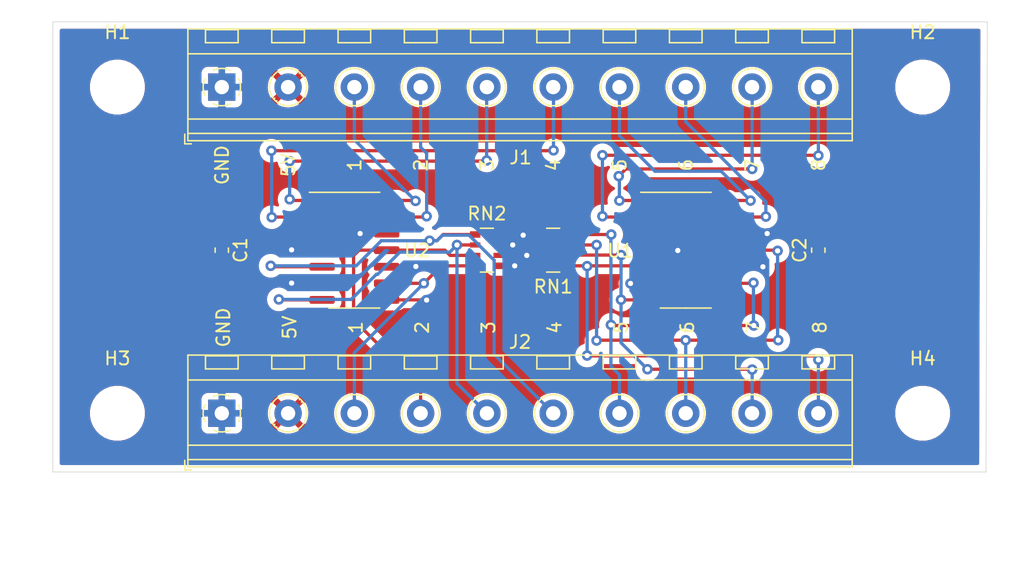
<source format=kicad_pcb>
(kicad_pcb (version 20171130) (host pcbnew "(5.1.5)-3")

  (general
    (thickness 1.6)
    (drawings 6)
    (tracks 233)
    (zones 0)
    (modules 14)
    (nets 19)
  )

  (page A4)
  (layers
    (0 F.Cu signal)
    (31 B.Cu signal)
    (32 B.Adhes user)
    (33 F.Adhes user)
    (34 B.Paste user)
    (35 F.Paste user)
    (36 B.SilkS user)
    (37 F.SilkS user)
    (38 B.Mask user)
    (39 F.Mask user)
    (40 Dwgs.User user)
    (41 Cmts.User user)
    (42 Eco1.User user)
    (43 Eco2.User user)
    (44 Edge.Cuts user)
    (45 Margin user)
    (46 B.CrtYd user)
    (47 F.CrtYd user)
    (48 B.Fab user)
    (49 F.Fab user)
  )

  (setup
    (last_trace_width 0.25)
    (trace_clearance 0.2)
    (zone_clearance 0.508)
    (zone_45_only no)
    (trace_min 0.2)
    (via_size 0.8)
    (via_drill 0.4)
    (via_min_size 0.4)
    (via_min_drill 0.3)
    (uvia_size 0.3)
    (uvia_drill 0.1)
    (uvias_allowed no)
    (uvia_min_size 0.2)
    (uvia_min_drill 0.1)
    (edge_width 0.05)
    (segment_width 0.2)
    (pcb_text_width 0.3)
    (pcb_text_size 1.5 1.5)
    (mod_edge_width 0.12)
    (mod_text_size 1 1)
    (mod_text_width 0.15)
    (pad_size 2.1 2.1)
    (pad_drill 1.1)
    (pad_to_mask_clearance 0.051)
    (solder_mask_min_width 0.25)
    (aux_axis_origin 0 0)
    (visible_elements 7FFFFFFF)
    (pcbplotparams
      (layerselection 0x010fc_ffffffff)
      (usegerberextensions false)
      (usegerberattributes false)
      (usegerberadvancedattributes false)
      (creategerberjobfile false)
      (excludeedgelayer true)
      (linewidth 0.100000)
      (plotframeref false)
      (viasonmask false)
      (mode 1)
      (useauxorigin false)
      (hpglpennumber 1)
      (hpglpenspeed 20)
      (hpglpendiameter 15.000000)
      (psnegative false)
      (psa4output false)
      (plotreference true)
      (plotvalue true)
      (plotinvisibletext false)
      (padsonsilk false)
      (subtractmaskfromsilk false)
      (outputformat 1)
      (mirror false)
      (drillshape 0)
      (scaleselection 1)
      (outputdirectory "Gerbers/"))
  )

  (net 0 "")
  (net 1 +5V)
  (net 2 GNDREF)
  (net 3 8)
  (net 4 7)
  (net 5 6)
  (net 6 5)
  (net 7 4)
  (net 8 3)
  (net 9 2)
  (net 10 1)
  (net 11 A)
  (net 12 B)
  (net 13 C)
  (net 14 D)
  (net 15 E)
  (net 16 F)
  (net 17 G)
  (net 18 H)

  (net_class Default "This is the default net class."
    (clearance 0.2)
    (trace_width 0.25)
    (via_dia 0.8)
    (via_drill 0.4)
    (uvia_dia 0.3)
    (uvia_drill 0.1)
    (add_net +5V)
    (add_net 1)
    (add_net 2)
    (add_net 3)
    (add_net 4)
    (add_net 5)
    (add_net 6)
    (add_net 7)
    (add_net 8)
    (add_net A)
    (add_net B)
    (add_net C)
    (add_net D)
    (add_net E)
    (add_net F)
    (add_net G)
    (add_net GNDREF)
    (add_net H)
  )

  (module Terminal_labels:HP_CON_001a (layer F.Cu) (tedit 5F25D9F8) (tstamp 5F262FAD)
    (at 130.6 118.425 90)
    (fp_text reference REF** (at -13.5636 0.754 90) (layer F.SilkS) hide
      (effects (font (size 1 1) (thickness 0.15)))
    )
    (fp_text value HP_CON_001a (at -13.5636 -0.246 90) (layer F.Fab)
      (effects (font (size 1 1) (thickness 0.15)))
    )
    (fp_text user 5 (at 0 0 90) (layer F.SilkS)
      (effects (font (size 1 1) (thickness 0.15)))
    )
    (fp_text user 8 (at 0 15.24 90) (layer F.SilkS)
      (effects (font (size 1 1) (thickness 0.15)))
    )
    (fp_text user 7 (at 0 10.16 90) (layer F.SilkS)
      (effects (font (size 1 1) (thickness 0.15)))
    )
    (fp_text user 6 (at 0 5.08 90) (layer F.SilkS)
      (effects (font (size 1 1) (thickness 0.15)))
    )
    (fp_text user 4 (at 0 -5.08 90) (layer F.SilkS)
      (effects (font (size 1 1) (thickness 0.15)))
    )
    (fp_text user 3 (at 0 -10.16 90) (layer F.SilkS)
      (effects (font (size 1 1) (thickness 0.15)))
    )
    (fp_text user 2 (at 0 -15.24 90) (layer F.SilkS)
      (effects (font (size 1 1) (thickness 0.15)))
    )
    (fp_text user 1 (at 0 -20.32 90) (layer F.SilkS)
      (effects (font (size 1 1) (thickness 0.15)))
    )
    (fp_text user 5V (at 0 -25.4 90) (layer F.SilkS)
      (effects (font (size 1 1) (thickness 0.15)))
    )
    (fp_text user GND (at 0 -30.48 90) (layer F.SilkS)
      (effects (font (size 1 1) (thickness 0.15)))
    )
  )

  (module Terminal_labels:HP_CON_001a (layer F.Cu) (tedit 5F25D9F8) (tstamp 5F262F6B)
    (at 130.5 105.975 90)
    (fp_text reference REF** (at -13.5636 0.754 90) (layer F.SilkS) hide
      (effects (font (size 1 1) (thickness 0.15)))
    )
    (fp_text value HP_CON_001a (at -13.5636 -0.246 90) (layer F.Fab)
      (effects (font (size 1 1) (thickness 0.15)))
    )
    (fp_text user 5 (at 0 0 90) (layer F.SilkS)
      (effects (font (size 1 1) (thickness 0.15)))
    )
    (fp_text user 8 (at 0 15.24 90) (layer F.SilkS)
      (effects (font (size 1 1) (thickness 0.15)))
    )
    (fp_text user 7 (at 0 10.16 90) (layer F.SilkS)
      (effects (font (size 1 1) (thickness 0.15)))
    )
    (fp_text user 6 (at 0 5.08 90) (layer F.SilkS)
      (effects (font (size 1 1) (thickness 0.15)))
    )
    (fp_text user 4 (at 0 -5.08 90) (layer F.SilkS)
      (effects (font (size 1 1) (thickness 0.15)))
    )
    (fp_text user 3 (at 0 -10.16 90) (layer F.SilkS)
      (effects (font (size 1 1) (thickness 0.15)))
    )
    (fp_text user 2 (at 0 -15.24 90) (layer F.SilkS)
      (effects (font (size 1 1) (thickness 0.15)))
    )
    (fp_text user 1 (at 0 -20.32 90) (layer F.SilkS)
      (effects (font (size 1 1) (thickness 0.15)))
    )
    (fp_text user 5V (at 0 -25.4 90) (layer F.SilkS)
      (effects (font (size 1 1) (thickness 0.15)))
    )
    (fp_text user GND (at 0 -30.48 90) (layer F.SilkS)
      (effects (font (size 1 1) (thickness 0.15)))
    )
  )

  (module MountingHole:MountingHole_3.2mm_M3 (layer F.Cu) (tedit 56D1B4CB) (tstamp 5F21170F)
    (at 153.72 125)
    (descr "Mounting Hole 3.2mm, no annular, M3")
    (tags "mounting hole 3.2mm no annular m3")
    (path /5F22E094)
    (attr virtual)
    (fp_text reference H4 (at 0 -4.2) (layer F.SilkS)
      (effects (font (size 1 1) (thickness 0.15)))
    )
    (fp_text value MountingHole (at 0 4.2) (layer F.Fab)
      (effects (font (size 1 1) (thickness 0.15)))
    )
    (fp_circle (center 0 0) (end 3.45 0) (layer F.CrtYd) (width 0.05))
    (fp_circle (center 0 0) (end 3.2 0) (layer Cmts.User) (width 0.15))
    (fp_text user %R (at 0.3 0) (layer F.Fab)
      (effects (font (size 1 1) (thickness 0.15)))
    )
    (pad 1 np_thru_hole circle (at 0 0) (size 3.2 3.2) (drill 3.2) (layers *.Cu *.Mask))
  )

  (module MountingHole:MountingHole_3.2mm_M3 (layer F.Cu) (tedit 56D1B4CB) (tstamp 5F211707)
    (at 92 125)
    (descr "Mounting Hole 3.2mm, no annular, M3")
    (tags "mounting hole 3.2mm no annular m3")
    (path /5F22B979)
    (attr virtual)
    (fp_text reference H3 (at 0 -4.2) (layer F.SilkS)
      (effects (font (size 1 1) (thickness 0.15)))
    )
    (fp_text value MountingHole (at 0 4.2) (layer F.Fab)
      (effects (font (size 1 1) (thickness 0.15)))
    )
    (fp_circle (center 0 0) (end 3.45 0) (layer F.CrtYd) (width 0.05))
    (fp_circle (center 0 0) (end 3.2 0) (layer Cmts.User) (width 0.15))
    (fp_text user %R (at 0.3 0) (layer F.Fab)
      (effects (font (size 1 1) (thickness 0.15)))
    )
    (pad 1 np_thru_hole circle (at 0 0) (size 3.2 3.2) (drill 3.2) (layers *.Cu *.Mask))
  )

  (module MountingHole:MountingHole_3.2mm_M3 (layer F.Cu) (tedit 56D1B4CB) (tstamp 5F2116FF)
    (at 153.72 100)
    (descr "Mounting Hole 3.2mm, no annular, M3")
    (tags "mounting hole 3.2mm no annular m3")
    (path /5F229332)
    (attr virtual)
    (fp_text reference H2 (at 0 -4.2) (layer F.SilkS)
      (effects (font (size 1 1) (thickness 0.15)))
    )
    (fp_text value MountingHole (at 0 4.2) (layer F.Fab)
      (effects (font (size 1 1) (thickness 0.15)))
    )
    (fp_circle (center 0 0) (end 3.45 0) (layer F.CrtYd) (width 0.05))
    (fp_circle (center 0 0) (end 3.2 0) (layer Cmts.User) (width 0.15))
    (fp_text user %R (at 0.3 0) (layer F.Fab)
      (effects (font (size 1 1) (thickness 0.15)))
    )
    (pad 1 np_thru_hole circle (at 0 0) (size 3.2 3.2) (drill 3.2) (layers *.Cu *.Mask))
  )

  (module MountingHole:MountingHole_3.2mm_M3 (layer F.Cu) (tedit 56D1B4CB) (tstamp 5F211B7A)
    (at 92 100)
    (descr "Mounting Hole 3.2mm, no annular, M3")
    (tags "mounting hole 3.2mm no annular m3")
    (path /5F228526)
    (attr virtual)
    (fp_text reference H1 (at 0 -4.2) (layer F.SilkS)
      (effects (font (size 1 1) (thickness 0.15)))
    )
    (fp_text value MountingHole (at 0 4.2) (layer F.Fab)
      (effects (font (size 1 1) (thickness 0.15)))
    )
    (fp_circle (center 0 0) (end 3.45 0) (layer F.CrtYd) (width 0.05))
    (fp_circle (center 0 0) (end 3.2 0) (layer Cmts.User) (width 0.15))
    (fp_text user %R (at 0.3 0) (layer F.Fab)
      (effects (font (size 1 1) (thickness 0.15)))
    )
    (pad 1 np_thru_hole circle (at 0 0) (size 3.2 3.2) (drill 3.2) (layers *.Cu *.Mask))
  )

  (module Capacitor_SMD:C_0603_1608Metric (layer F.Cu) (tedit 5B301BBE) (tstamp 5F1E9827)
    (at 100 112.5 270)
    (descr "Capacitor SMD 0603 (1608 Metric), square (rectangular) end terminal, IPC_7351 nominal, (Body size source: http://www.tortai-tech.com/upload/download/2011102023233369053.pdf), generated with kicad-footprint-generator")
    (tags capacitor)
    (path /5F1EE89E)
    (attr smd)
    (fp_text reference C1 (at 0 -1.43 90) (layer F.SilkS)
      (effects (font (size 1 1) (thickness 0.15)))
    )
    (fp_text value 0.1uF (at 0 1.43 90) (layer F.Fab)
      (effects (font (size 1 1) (thickness 0.15)))
    )
    (fp_line (start -0.8 0.4) (end -0.8 -0.4) (layer F.Fab) (width 0.1))
    (fp_line (start -0.8 -0.4) (end 0.8 -0.4) (layer F.Fab) (width 0.1))
    (fp_line (start 0.8 -0.4) (end 0.8 0.4) (layer F.Fab) (width 0.1))
    (fp_line (start 0.8 0.4) (end -0.8 0.4) (layer F.Fab) (width 0.1))
    (fp_line (start -0.162779 -0.51) (end 0.162779 -0.51) (layer F.SilkS) (width 0.12))
    (fp_line (start -0.162779 0.51) (end 0.162779 0.51) (layer F.SilkS) (width 0.12))
    (fp_line (start -1.48 0.73) (end -1.48 -0.73) (layer F.CrtYd) (width 0.05))
    (fp_line (start -1.48 -0.73) (end 1.48 -0.73) (layer F.CrtYd) (width 0.05))
    (fp_line (start 1.48 -0.73) (end 1.48 0.73) (layer F.CrtYd) (width 0.05))
    (fp_line (start 1.48 0.73) (end -1.48 0.73) (layer F.CrtYd) (width 0.05))
    (fp_text user %R (at 0 0 90) (layer F.Fab)
      (effects (font (size 0.4 0.4) (thickness 0.06)))
    )
    (pad 1 smd roundrect (at -0.7875 0 270) (size 0.875 0.95) (layers F.Cu F.Paste F.Mask) (roundrect_rratio 0.25)
      (net 1 +5V))
    (pad 2 smd roundrect (at 0.7875 0 270) (size 0.875 0.95) (layers F.Cu F.Paste F.Mask) (roundrect_rratio 0.25)
      (net 2 GNDREF))
    (model ${KISYS3DMOD}/Capacitor_SMD.3dshapes/C_0603_1608Metric.wrl
      (at (xyz 0 0 0))
      (scale (xyz 1 1 1))
      (rotate (xyz 0 0 0))
    )
  )

  (module Capacitor_SMD:C_0603_1608Metric (layer F.Cu) (tedit 5B301BBE) (tstamp 5F1E9838)
    (at 145.72 112.5 90)
    (descr "Capacitor SMD 0603 (1608 Metric), square (rectangular) end terminal, IPC_7351 nominal, (Body size source: http://www.tortai-tech.com/upload/download/2011102023233369053.pdf), generated with kicad-footprint-generator")
    (tags capacitor)
    (path /5F218046)
    (attr smd)
    (fp_text reference C2 (at 0 -1.43 90) (layer F.SilkS)
      (effects (font (size 1 1) (thickness 0.15)))
    )
    (fp_text value 0.1uF (at 0 1.43 90) (layer F.Fab)
      (effects (font (size 1 1) (thickness 0.15)))
    )
    (fp_text user %R (at 0 0 90) (layer F.Fab)
      (effects (font (size 0.4 0.4) (thickness 0.06)))
    )
    (fp_line (start 1.48 0.73) (end -1.48 0.73) (layer F.CrtYd) (width 0.05))
    (fp_line (start 1.48 -0.73) (end 1.48 0.73) (layer F.CrtYd) (width 0.05))
    (fp_line (start -1.48 -0.73) (end 1.48 -0.73) (layer F.CrtYd) (width 0.05))
    (fp_line (start -1.48 0.73) (end -1.48 -0.73) (layer F.CrtYd) (width 0.05))
    (fp_line (start -0.162779 0.51) (end 0.162779 0.51) (layer F.SilkS) (width 0.12))
    (fp_line (start -0.162779 -0.51) (end 0.162779 -0.51) (layer F.SilkS) (width 0.12))
    (fp_line (start 0.8 0.4) (end -0.8 0.4) (layer F.Fab) (width 0.1))
    (fp_line (start 0.8 -0.4) (end 0.8 0.4) (layer F.Fab) (width 0.1))
    (fp_line (start -0.8 -0.4) (end 0.8 -0.4) (layer F.Fab) (width 0.1))
    (fp_line (start -0.8 0.4) (end -0.8 -0.4) (layer F.Fab) (width 0.1))
    (pad 2 smd roundrect (at 0.7875 0 90) (size 0.875 0.95) (layers F.Cu F.Paste F.Mask) (roundrect_rratio 0.25)
      (net 2 GNDREF))
    (pad 1 smd roundrect (at -0.7875 0 90) (size 0.875 0.95) (layers F.Cu F.Paste F.Mask) (roundrect_rratio 0.25)
      (net 1 +5V))
    (model ${KISYS3DMOD}/Capacitor_SMD.3dshapes/C_0603_1608Metric.wrl
      (at (xyz 0 0 0))
      (scale (xyz 1 1 1))
      (rotate (xyz 0 0 0))
    )
  )

  (module TerminalBlock_RND:TerminalBlock_RND_205-00240_1x10_P5.08mm_Horizontal (layer F.Cu) (tedit 5F20E6F6) (tstamp 5F20EB44)
    (at 100 100)
    (descr "terminal block RND 205-00240, 10 pins, pitch 5.08mm, size 50.8x8.45mm^2, drill diamater 1.1mm, pad diameter 2.1mm, see http://cdn-reichelt.de/documents/datenblatt/C151/RND_205-00232_DB_EN.pdf, script-generated using https://github.com/pointhi/kicad-footprint-generator/scripts/TerminalBlock_RND")
    (tags "THT terminal block RND 205-00240 pitch 5.08mm size 50.8x8.45mm^2 drill 1.1mm pad 2.1mm")
    (path /5F1FF4F4)
    (fp_text reference J1 (at 22.9 5.4) (layer F.SilkS)
      (effects (font (size 1 1) (thickness 0.15)))
    )
    (fp_text value Output (at 22.86 5.11) (layer F.Fab)
      (effects (font (size 1 1) (thickness 0.15)))
    )
    (fp_arc (start 0 0) (end 0 1.43) (angle -26) (layer F.SilkS) (width 0.12))
    (fp_arc (start 0 0) (end 1.286 0.627) (angle -52) (layer F.SilkS) (width 0.12))
    (fp_arc (start 0 0) (end 0.627 -1.286) (angle -52) (layer F.SilkS) (width 0.12))
    (fp_arc (start 0 0) (end -1.286 -0.628) (angle -52) (layer F.SilkS) (width 0.12))
    (fp_arc (start 0 0) (end -0.628 1.286) (angle -27) (layer F.SilkS) (width 0.12))
    (fp_circle (center 0 0) (end 1.25 0) (layer F.Fab) (width 0.1))
    (fp_circle (center 5.08 0) (end 6.33 0) (layer F.Fab) (width 0.1))
    (fp_circle (center 5.08 0) (end 6.51 0) (layer F.SilkS) (width 0.12))
    (fp_circle (center 10.16 0) (end 11.41 0) (layer F.Fab) (width 0.1))
    (fp_circle (center 10.16 0) (end 11.59 0) (layer F.SilkS) (width 0.12))
    (fp_circle (center 15.24 0) (end 16.49 0) (layer F.Fab) (width 0.1))
    (fp_circle (center 15.24 0) (end 16.67 0) (layer F.SilkS) (width 0.12))
    (fp_circle (center 20.32 0) (end 21.57 0) (layer F.Fab) (width 0.1))
    (fp_circle (center 20.32 0) (end 21.75 0) (layer F.SilkS) (width 0.12))
    (fp_circle (center 25.4 0) (end 26.65 0) (layer F.Fab) (width 0.1))
    (fp_circle (center 25.4 0) (end 26.83 0) (layer F.SilkS) (width 0.12))
    (fp_circle (center 30.48 0) (end 31.73 0) (layer F.Fab) (width 0.1))
    (fp_circle (center 30.48 0) (end 31.91 0) (layer F.SilkS) (width 0.12))
    (fp_circle (center 35.56 0) (end 36.81 0) (layer F.Fab) (width 0.1))
    (fp_circle (center 35.56 0) (end 36.99 0) (layer F.SilkS) (width 0.12))
    (fp_circle (center 40.64 0) (end 41.89 0) (layer F.Fab) (width 0.1))
    (fp_circle (center 40.64 0) (end 42.07 0) (layer F.SilkS) (width 0.12))
    (fp_circle (center 45.72 0) (end 46.97 0) (layer F.Fab) (width 0.1))
    (fp_circle (center 45.72 0) (end 47.15 0) (layer F.SilkS) (width 0.12))
    (fp_line (start -2.54 -4.4) (end 48.26 -4.4) (layer F.Fab) (width 0.1))
    (fp_line (start 48.26 -4.4) (end 48.26 4.05) (layer F.Fab) (width 0.1))
    (fp_line (start 48.26 4.05) (end -2.04 4.05) (layer F.Fab) (width 0.1))
    (fp_line (start -2.04 4.05) (end -2.54 3.55) (layer F.Fab) (width 0.1))
    (fp_line (start -2.54 3.55) (end -2.54 -4.4) (layer F.Fab) (width 0.1))
    (fp_line (start -2.54 3.55) (end 48.26 3.55) (layer F.Fab) (width 0.1))
    (fp_line (start -2.6 3.55) (end 48.32 3.55) (layer F.SilkS) (width 0.12))
    (fp_line (start -2.54 2.45) (end 48.26 2.45) (layer F.Fab) (width 0.1))
    (fp_line (start -2.6 2.45) (end 48.32 2.45) (layer F.SilkS) (width 0.12))
    (fp_line (start -2.54 -2.55) (end 48.26 -2.55) (layer F.Fab) (width 0.1))
    (fp_line (start -2.6 -2.55) (end 48.32 -2.55) (layer F.SilkS) (width 0.12))
    (fp_line (start -2.6 -4.46) (end 48.32 -4.46) (layer F.SilkS) (width 0.12))
    (fp_line (start -2.6 4.11) (end 48.32 4.11) (layer F.SilkS) (width 0.12))
    (fp_line (start -2.6 -4.46) (end -2.6 4.11) (layer F.SilkS) (width 0.12))
    (fp_line (start 48.32 -4.46) (end 48.32 4.11) (layer F.SilkS) (width 0.12))
    (fp_line (start 0.949 -0.796) (end -0.796 0.948) (layer F.Fab) (width 0.1))
    (fp_line (start 0.796 -0.948) (end -0.949 0.796) (layer F.Fab) (width 0.1))
    (fp_line (start -1.25 -4.4) (end -1.25 -3.4) (layer F.Fab) (width 0.1))
    (fp_line (start -1.25 -3.4) (end 1.25 -3.4) (layer F.Fab) (width 0.1))
    (fp_line (start 1.25 -3.4) (end 1.25 -4.4) (layer F.Fab) (width 0.1))
    (fp_line (start 1.25 -4.4) (end -1.25 -4.4) (layer F.Fab) (width 0.1))
    (fp_line (start -1.25 -4.4) (end 1.25 -4.4) (layer F.SilkS) (width 0.12))
    (fp_line (start -1.25 -3.4) (end 1.25 -3.4) (layer F.SilkS) (width 0.12))
    (fp_line (start -1.25 -4.4) (end -1.25 -3.4) (layer F.SilkS) (width 0.12))
    (fp_line (start 1.25 -4.4) (end 1.25 -3.4) (layer F.SilkS) (width 0.12))
    (fp_line (start 6.029 -0.796) (end 4.285 0.948) (layer F.Fab) (width 0.1))
    (fp_line (start 5.876 -0.948) (end 4.132 0.796) (layer F.Fab) (width 0.1))
    (fp_line (start 6.165 -0.91) (end 6.105 -0.851) (layer F.SilkS) (width 0.12))
    (fp_line (start 4.21 1.045) (end 4.17 1.085) (layer F.SilkS) (width 0.12))
    (fp_line (start 5.991 -1.085) (end 5.951 -1.045) (layer F.SilkS) (width 0.12))
    (fp_line (start 4.056 0.85) (end 3.996 0.91) (layer F.SilkS) (width 0.12))
    (fp_line (start 3.83 -4.4) (end 3.83 -3.4) (layer F.Fab) (width 0.1))
    (fp_line (start 3.83 -3.4) (end 6.33 -3.4) (layer F.Fab) (width 0.1))
    (fp_line (start 6.33 -3.4) (end 6.33 -4.4) (layer F.Fab) (width 0.1))
    (fp_line (start 6.33 -4.4) (end 3.83 -4.4) (layer F.Fab) (width 0.1))
    (fp_line (start 3.83 -4.4) (end 6.33 -4.4) (layer F.SilkS) (width 0.12))
    (fp_line (start 3.83 -3.4) (end 6.33 -3.4) (layer F.SilkS) (width 0.12))
    (fp_line (start 3.83 -4.4) (end 3.83 -3.4) (layer F.SilkS) (width 0.12))
    (fp_line (start 6.33 -4.4) (end 6.33 -3.4) (layer F.SilkS) (width 0.12))
    (fp_line (start 11.109 -0.796) (end 9.365 0.948) (layer F.Fab) (width 0.1))
    (fp_line (start 10.956 -0.948) (end 9.212 0.796) (layer F.Fab) (width 0.1))
    (fp_line (start 11.245 -0.91) (end 11.185 -0.851) (layer F.SilkS) (width 0.12))
    (fp_line (start 9.29 1.045) (end 9.25 1.085) (layer F.SilkS) (width 0.12))
    (fp_line (start 11.071 -1.085) (end 11.031 -1.045) (layer F.SilkS) (width 0.12))
    (fp_line (start 9.136 0.85) (end 9.076 0.91) (layer F.SilkS) (width 0.12))
    (fp_line (start 8.91 -4.4) (end 8.91 -3.4) (layer F.Fab) (width 0.1))
    (fp_line (start 8.91 -3.4) (end 11.41 -3.4) (layer F.Fab) (width 0.1))
    (fp_line (start 11.41 -3.4) (end 11.41 -4.4) (layer F.Fab) (width 0.1))
    (fp_line (start 11.41 -4.4) (end 8.91 -4.4) (layer F.Fab) (width 0.1))
    (fp_line (start 8.91 -4.4) (end 11.41 -4.4) (layer F.SilkS) (width 0.12))
    (fp_line (start 8.91 -3.4) (end 11.41 -3.4) (layer F.SilkS) (width 0.12))
    (fp_line (start 8.91 -4.4) (end 8.91 -3.4) (layer F.SilkS) (width 0.12))
    (fp_line (start 11.41 -4.4) (end 11.41 -3.4) (layer F.SilkS) (width 0.12))
    (fp_line (start 16.189 -0.796) (end 14.445 0.948) (layer F.Fab) (width 0.1))
    (fp_line (start 16.036 -0.948) (end 14.292 0.796) (layer F.Fab) (width 0.1))
    (fp_line (start 16.325 -0.91) (end 16.265 -0.851) (layer F.SilkS) (width 0.12))
    (fp_line (start 14.37 1.045) (end 14.33 1.085) (layer F.SilkS) (width 0.12))
    (fp_line (start 16.151 -1.085) (end 16.111 -1.045) (layer F.SilkS) (width 0.12))
    (fp_line (start 14.216 0.85) (end 14.156 0.91) (layer F.SilkS) (width 0.12))
    (fp_line (start 13.99 -4.4) (end 13.99 -3.4) (layer F.Fab) (width 0.1))
    (fp_line (start 13.99 -3.4) (end 16.49 -3.4) (layer F.Fab) (width 0.1))
    (fp_line (start 16.49 -3.4) (end 16.49 -4.4) (layer F.Fab) (width 0.1))
    (fp_line (start 16.49 -4.4) (end 13.99 -4.4) (layer F.Fab) (width 0.1))
    (fp_line (start 13.99 -4.4) (end 16.49 -4.4) (layer F.SilkS) (width 0.12))
    (fp_line (start 13.99 -3.4) (end 16.49 -3.4) (layer F.SilkS) (width 0.12))
    (fp_line (start 13.99 -4.4) (end 13.99 -3.4) (layer F.SilkS) (width 0.12))
    (fp_line (start 16.49 -4.4) (end 16.49 -3.4) (layer F.SilkS) (width 0.12))
    (fp_line (start 21.269 -0.796) (end 19.525 0.948) (layer F.Fab) (width 0.1))
    (fp_line (start 21.116 -0.948) (end 19.372 0.796) (layer F.Fab) (width 0.1))
    (fp_line (start 21.405 -0.91) (end 21.345 -0.851) (layer F.SilkS) (width 0.12))
    (fp_line (start 19.45 1.045) (end 19.41 1.085) (layer F.SilkS) (width 0.12))
    (fp_line (start 21.231 -1.085) (end 21.191 -1.045) (layer F.SilkS) (width 0.12))
    (fp_line (start 19.296 0.85) (end 19.236 0.91) (layer F.SilkS) (width 0.12))
    (fp_line (start 19.07 -4.4) (end 19.07 -3.4) (layer F.Fab) (width 0.1))
    (fp_line (start 19.07 -3.4) (end 21.57 -3.4) (layer F.Fab) (width 0.1))
    (fp_line (start 21.57 -3.4) (end 21.57 -4.4) (layer F.Fab) (width 0.1))
    (fp_line (start 21.57 -4.4) (end 19.07 -4.4) (layer F.Fab) (width 0.1))
    (fp_line (start 19.07 -4.4) (end 21.57 -4.4) (layer F.SilkS) (width 0.12))
    (fp_line (start 19.07 -3.4) (end 21.57 -3.4) (layer F.SilkS) (width 0.12))
    (fp_line (start 19.07 -4.4) (end 19.07 -3.4) (layer F.SilkS) (width 0.12))
    (fp_line (start 21.57 -4.4) (end 21.57 -3.4) (layer F.SilkS) (width 0.12))
    (fp_line (start 26.349 -0.796) (end 24.605 0.948) (layer F.Fab) (width 0.1))
    (fp_line (start 26.196 -0.948) (end 24.452 0.796) (layer F.Fab) (width 0.1))
    (fp_line (start 26.485 -0.91) (end 26.425 -0.851) (layer F.SilkS) (width 0.12))
    (fp_line (start 24.53 1.045) (end 24.49 1.085) (layer F.SilkS) (width 0.12))
    (fp_line (start 26.311 -1.085) (end 26.271 -1.045) (layer F.SilkS) (width 0.12))
    (fp_line (start 24.376 0.85) (end 24.316 0.91) (layer F.SilkS) (width 0.12))
    (fp_line (start 24.15 -4.4) (end 24.15 -3.4) (layer F.Fab) (width 0.1))
    (fp_line (start 24.15 -3.4) (end 26.65 -3.4) (layer F.Fab) (width 0.1))
    (fp_line (start 26.65 -3.4) (end 26.65 -4.4) (layer F.Fab) (width 0.1))
    (fp_line (start 26.65 -4.4) (end 24.15 -4.4) (layer F.Fab) (width 0.1))
    (fp_line (start 24.15 -4.4) (end 26.65 -4.4) (layer F.SilkS) (width 0.12))
    (fp_line (start 24.15 -3.4) (end 26.65 -3.4) (layer F.SilkS) (width 0.12))
    (fp_line (start 24.15 -4.4) (end 24.15 -3.4) (layer F.SilkS) (width 0.12))
    (fp_line (start 26.65 -4.4) (end 26.65 -3.4) (layer F.SilkS) (width 0.12))
    (fp_line (start 31.429 -0.796) (end 29.685 0.948) (layer F.Fab) (width 0.1))
    (fp_line (start 31.276 -0.948) (end 29.532 0.796) (layer F.Fab) (width 0.1))
    (fp_line (start 31.565 -0.91) (end 31.505 -0.851) (layer F.SilkS) (width 0.12))
    (fp_line (start 29.61 1.045) (end 29.57 1.085) (layer F.SilkS) (width 0.12))
    (fp_line (start 31.391 -1.085) (end 31.351 -1.045) (layer F.SilkS) (width 0.12))
    (fp_line (start 29.456 0.85) (end 29.396 0.91) (layer F.SilkS) (width 0.12))
    (fp_line (start 29.23 -4.4) (end 29.23 -3.4) (layer F.Fab) (width 0.1))
    (fp_line (start 29.23 -3.4) (end 31.73 -3.4) (layer F.Fab) (width 0.1))
    (fp_line (start 31.73 -3.4) (end 31.73 -4.4) (layer F.Fab) (width 0.1))
    (fp_line (start 31.73 -4.4) (end 29.23 -4.4) (layer F.Fab) (width 0.1))
    (fp_line (start 29.23 -4.4) (end 31.73 -4.4) (layer F.SilkS) (width 0.12))
    (fp_line (start 29.23 -3.4) (end 31.73 -3.4) (layer F.SilkS) (width 0.12))
    (fp_line (start 29.23 -4.4) (end 29.23 -3.4) (layer F.SilkS) (width 0.12))
    (fp_line (start 31.73 -4.4) (end 31.73 -3.4) (layer F.SilkS) (width 0.12))
    (fp_line (start 36.509 -0.796) (end 34.765 0.948) (layer F.Fab) (width 0.1))
    (fp_line (start 36.356 -0.948) (end 34.612 0.796) (layer F.Fab) (width 0.1))
    (fp_line (start 36.645 -0.91) (end 36.585 -0.851) (layer F.SilkS) (width 0.12))
    (fp_line (start 34.69 1.045) (end 34.65 1.085) (layer F.SilkS) (width 0.12))
    (fp_line (start 36.471 -1.085) (end 36.431 -1.045) (layer F.SilkS) (width 0.12))
    (fp_line (start 34.536 0.85) (end 34.476 0.91) (layer F.SilkS) (width 0.12))
    (fp_line (start 34.31 -4.4) (end 34.31 -3.4) (layer F.Fab) (width 0.1))
    (fp_line (start 34.31 -3.4) (end 36.81 -3.4) (layer F.Fab) (width 0.1))
    (fp_line (start 36.81 -3.4) (end 36.81 -4.4) (layer F.Fab) (width 0.1))
    (fp_line (start 36.81 -4.4) (end 34.31 -4.4) (layer F.Fab) (width 0.1))
    (fp_line (start 34.31 -4.4) (end 36.81 -4.4) (layer F.SilkS) (width 0.12))
    (fp_line (start 34.31 -3.4) (end 36.81 -3.4) (layer F.SilkS) (width 0.12))
    (fp_line (start 34.31 -4.4) (end 34.31 -3.4) (layer F.SilkS) (width 0.12))
    (fp_line (start 36.81 -4.4) (end 36.81 -3.4) (layer F.SilkS) (width 0.12))
    (fp_line (start 41.589 -0.796) (end 39.845 0.948) (layer F.Fab) (width 0.1))
    (fp_line (start 41.436 -0.948) (end 39.692 0.796) (layer F.Fab) (width 0.1))
    (fp_line (start 41.725 -0.91) (end 41.665 -0.851) (layer F.SilkS) (width 0.12))
    (fp_line (start 39.77 1.045) (end 39.73 1.085) (layer F.SilkS) (width 0.12))
    (fp_line (start 41.551 -1.085) (end 41.511 -1.045) (layer F.SilkS) (width 0.12))
    (fp_line (start 39.616 0.85) (end 39.556 0.91) (layer F.SilkS) (width 0.12))
    (fp_line (start 39.39 -4.4) (end 39.39 -3.4) (layer F.Fab) (width 0.1))
    (fp_line (start 39.39 -3.4) (end 41.89 -3.4) (layer F.Fab) (width 0.1))
    (fp_line (start 41.89 -3.4) (end 41.89 -4.4) (layer F.Fab) (width 0.1))
    (fp_line (start 41.89 -4.4) (end 39.39 -4.4) (layer F.Fab) (width 0.1))
    (fp_line (start 39.39 -4.4) (end 41.89 -4.4) (layer F.SilkS) (width 0.12))
    (fp_line (start 39.39 -3.4) (end 41.89 -3.4) (layer F.SilkS) (width 0.12))
    (fp_line (start 39.39 -4.4) (end 39.39 -3.4) (layer F.SilkS) (width 0.12))
    (fp_line (start 41.89 -4.4) (end 41.89 -3.4) (layer F.SilkS) (width 0.12))
    (fp_line (start 46.669 -0.796) (end 44.925 0.948) (layer F.Fab) (width 0.1))
    (fp_line (start 46.516 -0.948) (end 44.772 0.796) (layer F.Fab) (width 0.1))
    (fp_line (start 46.805 -0.91) (end 46.745 -0.851) (layer F.SilkS) (width 0.12))
    (fp_line (start 44.85 1.045) (end 44.81 1.085) (layer F.SilkS) (width 0.12))
    (fp_line (start 46.631 -1.085) (end 46.591 -1.045) (layer F.SilkS) (width 0.12))
    (fp_line (start 44.696 0.85) (end 44.636 0.91) (layer F.SilkS) (width 0.12))
    (fp_line (start 44.47 -4.4) (end 44.47 -3.4) (layer F.Fab) (width 0.1))
    (fp_line (start 44.47 -3.4) (end 46.97 -3.4) (layer F.Fab) (width 0.1))
    (fp_line (start 46.97 -3.4) (end 46.97 -4.4) (layer F.Fab) (width 0.1))
    (fp_line (start 46.97 -4.4) (end 44.47 -4.4) (layer F.Fab) (width 0.1))
    (fp_line (start 44.47 -4.4) (end 46.97 -4.4) (layer F.SilkS) (width 0.12))
    (fp_line (start 44.47 -3.4) (end 46.97 -3.4) (layer F.SilkS) (width 0.12))
    (fp_line (start 44.47 -4.4) (end 44.47 -3.4) (layer F.SilkS) (width 0.12))
    (fp_line (start 46.97 -4.4) (end 46.97 -3.4) (layer F.SilkS) (width 0.12))
    (fp_line (start -2.84 3.61) (end -2.84 4.35) (layer F.SilkS) (width 0.12))
    (fp_line (start -2.84 4.35) (end -2.34 4.35) (layer F.SilkS) (width 0.12))
    (fp_line (start -3.04 -4.9) (end -3.04 4.55) (layer F.CrtYd) (width 0.05))
    (fp_line (start -3.04 4.55) (end 48.76 4.55) (layer F.CrtYd) (width 0.05))
    (fp_line (start 48.76 4.55) (end 48.76 -4.9) (layer F.CrtYd) (width 0.05))
    (fp_line (start 48.76 -4.9) (end -3.04 -4.9) (layer F.CrtYd) (width 0.05))
    (fp_text user %R (at 22.875 5.4) (layer F.Fab)
      (effects (font (size 1 1) (thickness 0.15)))
    )
    (pad 1 thru_hole rect (at 0 0) (size 2.1 2.1) (drill 1.1) (layers *.Cu *.Mask)
      (net 2 GNDREF))
    (pad 2 thru_hole circle (at 5.08 0) (size 2.1 2.1) (drill 1.1) (layers *.Cu *.Mask)
      (net 1 +5V))
    (pad 3 thru_hole circle (at 10.16 0) (size 2.1 2.1) (drill 1.1) (layers *.Cu *.Mask)
      (net 3 8))
    (pad 4 thru_hole circle (at 15.24 0) (size 2.1 2.1) (drill 1.1) (layers *.Cu *.Mask)
      (net 4 7))
    (pad 5 thru_hole circle (at 20.32 0) (size 2.1 2.1) (drill 1.1) (layers *.Cu *.Mask)
      (net 5 6))
    (pad 6 thru_hole circle (at 25.4 0) (size 2.1 2.1) (drill 1.1) (layers *.Cu *.Mask)
      (net 6 5))
    (pad 7 thru_hole circle (at 30.48 0) (size 2.1 2.1) (drill 1.1) (layers *.Cu *.Mask)
      (net 7 4))
    (pad 8 thru_hole circle (at 35.56 0) (size 2.1 2.1) (drill 1.1) (layers *.Cu *.Mask)
      (net 8 3))
    (pad 9 thru_hole circle (at 40.64 0) (size 2.1 2.1) (drill 1.1) (layers *.Cu *.Mask)
      (net 9 2))
    (pad 10 thru_hole circle (at 45.72 0) (size 2.1 2.1) (drill 1.1) (layers *.Cu *.Mask)
      (net 10 1))
    (model ${KISYS3DMOD}/TerminalBlock_RND.3dshapes/TerminalBlock_RND_205-00240_1x10_P5.08mm_Horizontal.wrl
      (at (xyz 0 0 0))
      (scale (xyz 1 1 1))
      (rotate (xyz 0 0 0))
    )
  )

  (module TerminalBlock_RND:TerminalBlock_RND_205-00240_1x10_P5.08mm_Horizontal (layer F.Cu) (tedit 5B294F4A) (tstamp 5F1E99C0)
    (at 100 125)
    (descr "terminal block RND 205-00240, 10 pins, pitch 5.08mm, size 50.8x8.45mm^2, drill diamater 1.1mm, pad diameter 2.1mm, see http://cdn-reichelt.de/documents/datenblatt/C151/RND_205-00232_DB_EN.pdf, script-generated using https://github.com/pointhi/kicad-footprint-generator/scripts/TerminalBlock_RND")
    (tags "THT terminal block RND 205-00240 pitch 5.08mm size 50.8x8.45mm^2 drill 1.1mm pad 2.1mm")
    (path /5F1F759B)
    (fp_text reference J2 (at 22.86 -5.46) (layer F.SilkS)
      (effects (font (size 1 1) (thickness 0.15)))
    )
    (fp_text value Input (at 22.86 5.11) (layer F.Fab)
      (effects (font (size 1 1) (thickness 0.15)))
    )
    (fp_text user %R (at 22.86 -5.46) (layer F.Fab)
      (effects (font (size 1 1) (thickness 0.15)))
    )
    (fp_line (start 48.76 -4.9) (end -3.04 -4.9) (layer F.CrtYd) (width 0.05))
    (fp_line (start 48.76 4.55) (end 48.76 -4.9) (layer F.CrtYd) (width 0.05))
    (fp_line (start -3.04 4.55) (end 48.76 4.55) (layer F.CrtYd) (width 0.05))
    (fp_line (start -3.04 -4.9) (end -3.04 4.55) (layer F.CrtYd) (width 0.05))
    (fp_line (start -2.84 4.35) (end -2.34 4.35) (layer F.SilkS) (width 0.12))
    (fp_line (start -2.84 3.61) (end -2.84 4.35) (layer F.SilkS) (width 0.12))
    (fp_line (start 46.97 -4.4) (end 46.97 -3.4) (layer F.SilkS) (width 0.12))
    (fp_line (start 44.47 -4.4) (end 44.47 -3.4) (layer F.SilkS) (width 0.12))
    (fp_line (start 44.47 -3.4) (end 46.97 -3.4) (layer F.SilkS) (width 0.12))
    (fp_line (start 44.47 -4.4) (end 46.97 -4.4) (layer F.SilkS) (width 0.12))
    (fp_line (start 46.97 -4.4) (end 44.47 -4.4) (layer F.Fab) (width 0.1))
    (fp_line (start 46.97 -3.4) (end 46.97 -4.4) (layer F.Fab) (width 0.1))
    (fp_line (start 44.47 -3.4) (end 46.97 -3.4) (layer F.Fab) (width 0.1))
    (fp_line (start 44.47 -4.4) (end 44.47 -3.4) (layer F.Fab) (width 0.1))
    (fp_line (start 44.696 0.85) (end 44.636 0.91) (layer F.SilkS) (width 0.12))
    (fp_line (start 46.631 -1.085) (end 46.591 -1.045) (layer F.SilkS) (width 0.12))
    (fp_line (start 44.85 1.045) (end 44.81 1.085) (layer F.SilkS) (width 0.12))
    (fp_line (start 46.805 -0.91) (end 46.745 -0.851) (layer F.SilkS) (width 0.12))
    (fp_line (start 46.516 -0.948) (end 44.772 0.796) (layer F.Fab) (width 0.1))
    (fp_line (start 46.669 -0.796) (end 44.925 0.948) (layer F.Fab) (width 0.1))
    (fp_line (start 41.89 -4.4) (end 41.89 -3.4) (layer F.SilkS) (width 0.12))
    (fp_line (start 39.39 -4.4) (end 39.39 -3.4) (layer F.SilkS) (width 0.12))
    (fp_line (start 39.39 -3.4) (end 41.89 -3.4) (layer F.SilkS) (width 0.12))
    (fp_line (start 39.39 -4.4) (end 41.89 -4.4) (layer F.SilkS) (width 0.12))
    (fp_line (start 41.89 -4.4) (end 39.39 -4.4) (layer F.Fab) (width 0.1))
    (fp_line (start 41.89 -3.4) (end 41.89 -4.4) (layer F.Fab) (width 0.1))
    (fp_line (start 39.39 -3.4) (end 41.89 -3.4) (layer F.Fab) (width 0.1))
    (fp_line (start 39.39 -4.4) (end 39.39 -3.4) (layer F.Fab) (width 0.1))
    (fp_line (start 39.616 0.85) (end 39.556 0.91) (layer F.SilkS) (width 0.12))
    (fp_line (start 41.551 -1.085) (end 41.511 -1.045) (layer F.SilkS) (width 0.12))
    (fp_line (start 39.77 1.045) (end 39.73 1.085) (layer F.SilkS) (width 0.12))
    (fp_line (start 41.725 -0.91) (end 41.665 -0.851) (layer F.SilkS) (width 0.12))
    (fp_line (start 41.436 -0.948) (end 39.692 0.796) (layer F.Fab) (width 0.1))
    (fp_line (start 41.589 -0.796) (end 39.845 0.948) (layer F.Fab) (width 0.1))
    (fp_line (start 36.81 -4.4) (end 36.81 -3.4) (layer F.SilkS) (width 0.12))
    (fp_line (start 34.31 -4.4) (end 34.31 -3.4) (layer F.SilkS) (width 0.12))
    (fp_line (start 34.31 -3.4) (end 36.81 -3.4) (layer F.SilkS) (width 0.12))
    (fp_line (start 34.31 -4.4) (end 36.81 -4.4) (layer F.SilkS) (width 0.12))
    (fp_line (start 36.81 -4.4) (end 34.31 -4.4) (layer F.Fab) (width 0.1))
    (fp_line (start 36.81 -3.4) (end 36.81 -4.4) (layer F.Fab) (width 0.1))
    (fp_line (start 34.31 -3.4) (end 36.81 -3.4) (layer F.Fab) (width 0.1))
    (fp_line (start 34.31 -4.4) (end 34.31 -3.4) (layer F.Fab) (width 0.1))
    (fp_line (start 34.536 0.85) (end 34.476 0.91) (layer F.SilkS) (width 0.12))
    (fp_line (start 36.471 -1.085) (end 36.431 -1.045) (layer F.SilkS) (width 0.12))
    (fp_line (start 34.69 1.045) (end 34.65 1.085) (layer F.SilkS) (width 0.12))
    (fp_line (start 36.645 -0.91) (end 36.585 -0.851) (layer F.SilkS) (width 0.12))
    (fp_line (start 36.356 -0.948) (end 34.612 0.796) (layer F.Fab) (width 0.1))
    (fp_line (start 36.509 -0.796) (end 34.765 0.948) (layer F.Fab) (width 0.1))
    (fp_line (start 31.73 -4.4) (end 31.73 -3.4) (layer F.SilkS) (width 0.12))
    (fp_line (start 29.23 -4.4) (end 29.23 -3.4) (layer F.SilkS) (width 0.12))
    (fp_line (start 29.23 -3.4) (end 31.73 -3.4) (layer F.SilkS) (width 0.12))
    (fp_line (start 29.23 -4.4) (end 31.73 -4.4) (layer F.SilkS) (width 0.12))
    (fp_line (start 31.73 -4.4) (end 29.23 -4.4) (layer F.Fab) (width 0.1))
    (fp_line (start 31.73 -3.4) (end 31.73 -4.4) (layer F.Fab) (width 0.1))
    (fp_line (start 29.23 -3.4) (end 31.73 -3.4) (layer F.Fab) (width 0.1))
    (fp_line (start 29.23 -4.4) (end 29.23 -3.4) (layer F.Fab) (width 0.1))
    (fp_line (start 29.456 0.85) (end 29.396 0.91) (layer F.SilkS) (width 0.12))
    (fp_line (start 31.391 -1.085) (end 31.351 -1.045) (layer F.SilkS) (width 0.12))
    (fp_line (start 29.61 1.045) (end 29.57 1.085) (layer F.SilkS) (width 0.12))
    (fp_line (start 31.565 -0.91) (end 31.505 -0.851) (layer F.SilkS) (width 0.12))
    (fp_line (start 31.276 -0.948) (end 29.532 0.796) (layer F.Fab) (width 0.1))
    (fp_line (start 31.429 -0.796) (end 29.685 0.948) (layer F.Fab) (width 0.1))
    (fp_line (start 26.65 -4.4) (end 26.65 -3.4) (layer F.SilkS) (width 0.12))
    (fp_line (start 24.15 -4.4) (end 24.15 -3.4) (layer F.SilkS) (width 0.12))
    (fp_line (start 24.15 -3.4) (end 26.65 -3.4) (layer F.SilkS) (width 0.12))
    (fp_line (start 24.15 -4.4) (end 26.65 -4.4) (layer F.SilkS) (width 0.12))
    (fp_line (start 26.65 -4.4) (end 24.15 -4.4) (layer F.Fab) (width 0.1))
    (fp_line (start 26.65 -3.4) (end 26.65 -4.4) (layer F.Fab) (width 0.1))
    (fp_line (start 24.15 -3.4) (end 26.65 -3.4) (layer F.Fab) (width 0.1))
    (fp_line (start 24.15 -4.4) (end 24.15 -3.4) (layer F.Fab) (width 0.1))
    (fp_line (start 24.376 0.85) (end 24.316 0.91) (layer F.SilkS) (width 0.12))
    (fp_line (start 26.311 -1.085) (end 26.271 -1.045) (layer F.SilkS) (width 0.12))
    (fp_line (start 24.53 1.045) (end 24.49 1.085) (layer F.SilkS) (width 0.12))
    (fp_line (start 26.485 -0.91) (end 26.425 -0.851) (layer F.SilkS) (width 0.12))
    (fp_line (start 26.196 -0.948) (end 24.452 0.796) (layer F.Fab) (width 0.1))
    (fp_line (start 26.349 -0.796) (end 24.605 0.948) (layer F.Fab) (width 0.1))
    (fp_line (start 21.57 -4.4) (end 21.57 -3.4) (layer F.SilkS) (width 0.12))
    (fp_line (start 19.07 -4.4) (end 19.07 -3.4) (layer F.SilkS) (width 0.12))
    (fp_line (start 19.07 -3.4) (end 21.57 -3.4) (layer F.SilkS) (width 0.12))
    (fp_line (start 19.07 -4.4) (end 21.57 -4.4) (layer F.SilkS) (width 0.12))
    (fp_line (start 21.57 -4.4) (end 19.07 -4.4) (layer F.Fab) (width 0.1))
    (fp_line (start 21.57 -3.4) (end 21.57 -4.4) (layer F.Fab) (width 0.1))
    (fp_line (start 19.07 -3.4) (end 21.57 -3.4) (layer F.Fab) (width 0.1))
    (fp_line (start 19.07 -4.4) (end 19.07 -3.4) (layer F.Fab) (width 0.1))
    (fp_line (start 19.296 0.85) (end 19.236 0.91) (layer F.SilkS) (width 0.12))
    (fp_line (start 21.231 -1.085) (end 21.191 -1.045) (layer F.SilkS) (width 0.12))
    (fp_line (start 19.45 1.045) (end 19.41 1.085) (layer F.SilkS) (width 0.12))
    (fp_line (start 21.405 -0.91) (end 21.345 -0.851) (layer F.SilkS) (width 0.12))
    (fp_line (start 21.116 -0.948) (end 19.372 0.796) (layer F.Fab) (width 0.1))
    (fp_line (start 21.269 -0.796) (end 19.525 0.948) (layer F.Fab) (width 0.1))
    (fp_line (start 16.49 -4.4) (end 16.49 -3.4) (layer F.SilkS) (width 0.12))
    (fp_line (start 13.99 -4.4) (end 13.99 -3.4) (layer F.SilkS) (width 0.12))
    (fp_line (start 13.99 -3.4) (end 16.49 -3.4) (layer F.SilkS) (width 0.12))
    (fp_line (start 13.99 -4.4) (end 16.49 -4.4) (layer F.SilkS) (width 0.12))
    (fp_line (start 16.49 -4.4) (end 13.99 -4.4) (layer F.Fab) (width 0.1))
    (fp_line (start 16.49 -3.4) (end 16.49 -4.4) (layer F.Fab) (width 0.1))
    (fp_line (start 13.99 -3.4) (end 16.49 -3.4) (layer F.Fab) (width 0.1))
    (fp_line (start 13.99 -4.4) (end 13.99 -3.4) (layer F.Fab) (width 0.1))
    (fp_line (start 14.216 0.85) (end 14.156 0.91) (layer F.SilkS) (width 0.12))
    (fp_line (start 16.151 -1.085) (end 16.111 -1.045) (layer F.SilkS) (width 0.12))
    (fp_line (start 14.37 1.045) (end 14.33 1.085) (layer F.SilkS) (width 0.12))
    (fp_line (start 16.325 -0.91) (end 16.265 -0.851) (layer F.SilkS) (width 0.12))
    (fp_line (start 16.036 -0.948) (end 14.292 0.796) (layer F.Fab) (width 0.1))
    (fp_line (start 16.189 -0.796) (end 14.445 0.948) (layer F.Fab) (width 0.1))
    (fp_line (start 11.41 -4.4) (end 11.41 -3.4) (layer F.SilkS) (width 0.12))
    (fp_line (start 8.91 -4.4) (end 8.91 -3.4) (layer F.SilkS) (width 0.12))
    (fp_line (start 8.91 -3.4) (end 11.41 -3.4) (layer F.SilkS) (width 0.12))
    (fp_line (start 8.91 -4.4) (end 11.41 -4.4) (layer F.SilkS) (width 0.12))
    (fp_line (start 11.41 -4.4) (end 8.91 -4.4) (layer F.Fab) (width 0.1))
    (fp_line (start 11.41 -3.4) (end 11.41 -4.4) (layer F.Fab) (width 0.1))
    (fp_line (start 8.91 -3.4) (end 11.41 -3.4) (layer F.Fab) (width 0.1))
    (fp_line (start 8.91 -4.4) (end 8.91 -3.4) (layer F.Fab) (width 0.1))
    (fp_line (start 9.136 0.85) (end 9.076 0.91) (layer F.SilkS) (width 0.12))
    (fp_line (start 11.071 -1.085) (end 11.031 -1.045) (layer F.SilkS) (width 0.12))
    (fp_line (start 9.29 1.045) (end 9.25 1.085) (layer F.SilkS) (width 0.12))
    (fp_line (start 11.245 -0.91) (end 11.185 -0.851) (layer F.SilkS) (width 0.12))
    (fp_line (start 10.956 -0.948) (end 9.212 0.796) (layer F.Fab) (width 0.1))
    (fp_line (start 11.109 -0.796) (end 9.365 0.948) (layer F.Fab) (width 0.1))
    (fp_line (start 6.33 -4.4) (end 6.33 -3.4) (layer F.SilkS) (width 0.12))
    (fp_line (start 3.83 -4.4) (end 3.83 -3.4) (layer F.SilkS) (width 0.12))
    (fp_line (start 3.83 -3.4) (end 6.33 -3.4) (layer F.SilkS) (width 0.12))
    (fp_line (start 3.83 -4.4) (end 6.33 -4.4) (layer F.SilkS) (width 0.12))
    (fp_line (start 6.33 -4.4) (end 3.83 -4.4) (layer F.Fab) (width 0.1))
    (fp_line (start 6.33 -3.4) (end 6.33 -4.4) (layer F.Fab) (width 0.1))
    (fp_line (start 3.83 -3.4) (end 6.33 -3.4) (layer F.Fab) (width 0.1))
    (fp_line (start 3.83 -4.4) (end 3.83 -3.4) (layer F.Fab) (width 0.1))
    (fp_line (start 4.056 0.85) (end 3.996 0.91) (layer F.SilkS) (width 0.12))
    (fp_line (start 5.991 -1.085) (end 5.951 -1.045) (layer F.SilkS) (width 0.12))
    (fp_line (start 4.21 1.045) (end 4.17 1.085) (layer F.SilkS) (width 0.12))
    (fp_line (start 6.165 -0.91) (end 6.105 -0.851) (layer F.SilkS) (width 0.12))
    (fp_line (start 5.876 -0.948) (end 4.132 0.796) (layer F.Fab) (width 0.1))
    (fp_line (start 6.029 -0.796) (end 4.285 0.948) (layer F.Fab) (width 0.1))
    (fp_line (start 1.25 -4.4) (end 1.25 -3.4) (layer F.SilkS) (width 0.12))
    (fp_line (start -1.25 -4.4) (end -1.25 -3.4) (layer F.SilkS) (width 0.12))
    (fp_line (start -1.25 -3.4) (end 1.25 -3.4) (layer F.SilkS) (width 0.12))
    (fp_line (start -1.25 -4.4) (end 1.25 -4.4) (layer F.SilkS) (width 0.12))
    (fp_line (start 1.25 -4.4) (end -1.25 -4.4) (layer F.Fab) (width 0.1))
    (fp_line (start 1.25 -3.4) (end 1.25 -4.4) (layer F.Fab) (width 0.1))
    (fp_line (start -1.25 -3.4) (end 1.25 -3.4) (layer F.Fab) (width 0.1))
    (fp_line (start -1.25 -4.4) (end -1.25 -3.4) (layer F.Fab) (width 0.1))
    (fp_line (start 0.796 -0.948) (end -0.949 0.796) (layer F.Fab) (width 0.1))
    (fp_line (start 0.949 -0.796) (end -0.796 0.948) (layer F.Fab) (width 0.1))
    (fp_line (start 48.32 -4.46) (end 48.32 4.11) (layer F.SilkS) (width 0.12))
    (fp_line (start -2.6 -4.46) (end -2.6 4.11) (layer F.SilkS) (width 0.12))
    (fp_line (start -2.6 4.11) (end 48.32 4.11) (layer F.SilkS) (width 0.12))
    (fp_line (start -2.6 -4.46) (end 48.32 -4.46) (layer F.SilkS) (width 0.12))
    (fp_line (start -2.6 -2.55) (end 48.32 -2.55) (layer F.SilkS) (width 0.12))
    (fp_line (start -2.54 -2.55) (end 48.26 -2.55) (layer F.Fab) (width 0.1))
    (fp_line (start -2.6 2.45) (end 48.32 2.45) (layer F.SilkS) (width 0.12))
    (fp_line (start -2.54 2.45) (end 48.26 2.45) (layer F.Fab) (width 0.1))
    (fp_line (start -2.6 3.55) (end 48.32 3.55) (layer F.SilkS) (width 0.12))
    (fp_line (start -2.54 3.55) (end 48.26 3.55) (layer F.Fab) (width 0.1))
    (fp_line (start -2.54 3.55) (end -2.54 -4.4) (layer F.Fab) (width 0.1))
    (fp_line (start -2.04 4.05) (end -2.54 3.55) (layer F.Fab) (width 0.1))
    (fp_line (start 48.26 4.05) (end -2.04 4.05) (layer F.Fab) (width 0.1))
    (fp_line (start 48.26 -4.4) (end 48.26 4.05) (layer F.Fab) (width 0.1))
    (fp_line (start -2.54 -4.4) (end 48.26 -4.4) (layer F.Fab) (width 0.1))
    (fp_circle (center 45.72 0) (end 47.15 0) (layer F.SilkS) (width 0.12))
    (fp_circle (center 45.72 0) (end 46.97 0) (layer F.Fab) (width 0.1))
    (fp_circle (center 40.64 0) (end 42.07 0) (layer F.SilkS) (width 0.12))
    (fp_circle (center 40.64 0) (end 41.89 0) (layer F.Fab) (width 0.1))
    (fp_circle (center 35.56 0) (end 36.99 0) (layer F.SilkS) (width 0.12))
    (fp_circle (center 35.56 0) (end 36.81 0) (layer F.Fab) (width 0.1))
    (fp_circle (center 30.48 0) (end 31.91 0) (layer F.SilkS) (width 0.12))
    (fp_circle (center 30.48 0) (end 31.73 0) (layer F.Fab) (width 0.1))
    (fp_circle (center 25.4 0) (end 26.83 0) (layer F.SilkS) (width 0.12))
    (fp_circle (center 25.4 0) (end 26.65 0) (layer F.Fab) (width 0.1))
    (fp_circle (center 20.32 0) (end 21.75 0) (layer F.SilkS) (width 0.12))
    (fp_circle (center 20.32 0) (end 21.57 0) (layer F.Fab) (width 0.1))
    (fp_circle (center 15.24 0) (end 16.67 0) (layer F.SilkS) (width 0.12))
    (fp_circle (center 15.24 0) (end 16.49 0) (layer F.Fab) (width 0.1))
    (fp_circle (center 10.16 0) (end 11.59 0) (layer F.SilkS) (width 0.12))
    (fp_circle (center 10.16 0) (end 11.41 0) (layer F.Fab) (width 0.1))
    (fp_circle (center 5.08 0) (end 6.51 0) (layer F.SilkS) (width 0.12))
    (fp_circle (center 5.08 0) (end 6.33 0) (layer F.Fab) (width 0.1))
    (fp_circle (center 0 0) (end 1.25 0) (layer F.Fab) (width 0.1))
    (fp_arc (start 0 0) (end -0.628 1.286) (angle -27) (layer F.SilkS) (width 0.12))
    (fp_arc (start 0 0) (end -1.286 -0.628) (angle -52) (layer F.SilkS) (width 0.12))
    (fp_arc (start 0 0) (end 0.627 -1.286) (angle -52) (layer F.SilkS) (width 0.12))
    (fp_arc (start 0 0) (end 1.286 0.627) (angle -52) (layer F.SilkS) (width 0.12))
    (fp_arc (start 0 0) (end 0 1.43) (angle -26) (layer F.SilkS) (width 0.12))
    (pad 10 thru_hole circle (at 45.72 0) (size 2.1 2.1) (drill 1.1) (layers *.Cu *.Mask)
      (net 11 A))
    (pad 9 thru_hole circle (at 40.64 0) (size 2.1 2.1) (drill 1.1) (layers *.Cu *.Mask)
      (net 12 B))
    (pad 8 thru_hole circle (at 35.56 0) (size 2.1 2.1) (drill 1.1) (layers *.Cu *.Mask)
      (net 13 C))
    (pad 7 thru_hole circle (at 30.48 0) (size 2.1 2.1) (drill 1.1) (layers *.Cu *.Mask)
      (net 14 D))
    (pad 6 thru_hole circle (at 25.4 0) (size 2.1 2.1) (drill 1.1) (layers *.Cu *.Mask)
      (net 15 E))
    (pad 5 thru_hole circle (at 20.32 0) (size 2.1 2.1) (drill 1.1) (layers *.Cu *.Mask)
      (net 16 F))
    (pad 4 thru_hole circle (at 15.24 0) (size 2.1 2.1) (drill 1.1) (layers *.Cu *.Mask)
      (net 17 G))
    (pad 3 thru_hole circle (at 10.16 0) (size 2.1 2.1) (drill 1.1) (layers *.Cu *.Mask)
      (net 18 H))
    (pad 2 thru_hole circle (at 5.08 0) (size 2.1 2.1) (drill 1.1) (layers *.Cu *.Mask)
      (net 1 +5V))
    (pad 1 thru_hole rect (at 0 0) (size 2.1 2.1) (drill 1.1) (layers *.Cu *.Mask)
      (net 2 GNDREF))
    (model ${KISYS3DMOD}/TerminalBlock_RND.3dshapes/TerminalBlock_RND_205-00240_1x10_P5.08mm_Horizontal.wrl
      (at (xyz 0 0 0))
      (scale (xyz 1 1 1))
      (rotate (xyz 0 0 0))
    )
  )

  (module Resistor_SMD:R_Array_Convex_4x0603 (layer F.Cu) (tedit 58E0A8B2) (tstamp 5F1E99D7)
    (at 125.4 112.5 180)
    (descr "Chip Resistor Network, ROHM MNR14 (see mnr_g.pdf)")
    (tags "resistor array")
    (path /5F1F4AE8)
    (attr smd)
    (fp_text reference RN1 (at 0 -2.8) (layer F.SilkS)
      (effects (font (size 1 1) (thickness 0.15)))
    )
    (fp_text value 1.1k (at 0 2.8) (layer F.Fab)
      (effects (font (size 1 1) (thickness 0.15)))
    )
    (fp_text user %R (at 0 0 90) (layer F.Fab)
      (effects (font (size 0.5 0.5) (thickness 0.075)))
    )
    (fp_line (start -0.8 -1.6) (end 0.8 -1.6) (layer F.Fab) (width 0.1))
    (fp_line (start 0.8 -1.6) (end 0.8 1.6) (layer F.Fab) (width 0.1))
    (fp_line (start 0.8 1.6) (end -0.8 1.6) (layer F.Fab) (width 0.1))
    (fp_line (start -0.8 1.6) (end -0.8 -1.6) (layer F.Fab) (width 0.1))
    (fp_line (start 0.5 1.68) (end -0.5 1.68) (layer F.SilkS) (width 0.12))
    (fp_line (start 0.5 -1.68) (end -0.5 -1.68) (layer F.SilkS) (width 0.12))
    (fp_line (start -1.55 -1.85) (end 1.55 -1.85) (layer F.CrtYd) (width 0.05))
    (fp_line (start -1.55 -1.85) (end -1.55 1.85) (layer F.CrtYd) (width 0.05))
    (fp_line (start 1.55 1.85) (end 1.55 -1.85) (layer F.CrtYd) (width 0.05))
    (fp_line (start 1.55 1.85) (end -1.55 1.85) (layer F.CrtYd) (width 0.05))
    (pad 1 smd rect (at -0.9 -1.2 180) (size 0.8 0.5) (layers F.Cu F.Paste F.Mask)
      (net 11 A))
    (pad 3 smd rect (at -0.9 0.4 180) (size 0.8 0.4) (layers F.Cu F.Paste F.Mask)
      (net 13 C))
    (pad 2 smd rect (at -0.9 -0.4 180) (size 0.8 0.4) (layers F.Cu F.Paste F.Mask)
      (net 12 B))
    (pad 4 smd rect (at -0.9 1.2 180) (size 0.8 0.5) (layers F.Cu F.Paste F.Mask)
      (net 14 D))
    (pad 7 smd rect (at 0.9 -0.4 180) (size 0.8 0.4) (layers F.Cu F.Paste F.Mask)
      (net 2 GNDREF))
    (pad 8 smd rect (at 0.9 -1.2 180) (size 0.8 0.5) (layers F.Cu F.Paste F.Mask)
      (net 2 GNDREF))
    (pad 6 smd rect (at 0.9 0.4 180) (size 0.8 0.4) (layers F.Cu F.Paste F.Mask)
      (net 2 GNDREF))
    (pad 5 smd rect (at 0.9 1.2 180) (size 0.8 0.5) (layers F.Cu F.Paste F.Mask)
      (net 2 GNDREF))
    (model ${KISYS3DMOD}/Resistor_SMD.3dshapes/R_Array_Convex_4x0603.wrl
      (at (xyz 0 0 0))
      (scale (xyz 1 1 1))
      (rotate (xyz 0 0 0))
    )
  )

  (module Resistor_SMD:R_Array_Convex_4x0603 (layer F.Cu) (tedit 58E0A8B2) (tstamp 5F1E99EE)
    (at 120.32 112.5)
    (descr "Chip Resistor Network, ROHM MNR14 (see mnr_g.pdf)")
    (tags "resistor array")
    (path /5F218056)
    (attr smd)
    (fp_text reference RN2 (at 0 -2.8) (layer F.SilkS)
      (effects (font (size 1 1) (thickness 0.15)))
    )
    (fp_text value 1.1k (at 0 2.8) (layer F.Fab)
      (effects (font (size 1 1) (thickness 0.15)))
    )
    (fp_line (start 1.55 1.85) (end -1.55 1.85) (layer F.CrtYd) (width 0.05))
    (fp_line (start 1.55 1.85) (end 1.55 -1.85) (layer F.CrtYd) (width 0.05))
    (fp_line (start -1.55 -1.85) (end -1.55 1.85) (layer F.CrtYd) (width 0.05))
    (fp_line (start -1.55 -1.85) (end 1.55 -1.85) (layer F.CrtYd) (width 0.05))
    (fp_line (start 0.5 -1.68) (end -0.5 -1.68) (layer F.SilkS) (width 0.12))
    (fp_line (start 0.5 1.68) (end -0.5 1.68) (layer F.SilkS) (width 0.12))
    (fp_line (start -0.8 1.6) (end -0.8 -1.6) (layer F.Fab) (width 0.1))
    (fp_line (start 0.8 1.6) (end -0.8 1.6) (layer F.Fab) (width 0.1))
    (fp_line (start 0.8 -1.6) (end 0.8 1.6) (layer F.Fab) (width 0.1))
    (fp_line (start -0.8 -1.6) (end 0.8 -1.6) (layer F.Fab) (width 0.1))
    (fp_text user %R (at 0 0 90) (layer F.Fab)
      (effects (font (size 0.5 0.5) (thickness 0.075)))
    )
    (pad 5 smd rect (at 0.9 1.2) (size 0.8 0.5) (layers F.Cu F.Paste F.Mask)
      (net 2 GNDREF))
    (pad 6 smd rect (at 0.9 0.4) (size 0.8 0.4) (layers F.Cu F.Paste F.Mask)
      (net 2 GNDREF))
    (pad 8 smd rect (at 0.9 -1.2) (size 0.8 0.5) (layers F.Cu F.Paste F.Mask)
      (net 2 GNDREF))
    (pad 7 smd rect (at 0.9 -0.4) (size 0.8 0.4) (layers F.Cu F.Paste F.Mask)
      (net 2 GNDREF))
    (pad 4 smd rect (at -0.9 1.2) (size 0.8 0.5) (layers F.Cu F.Paste F.Mask)
      (net 18 H))
    (pad 2 smd rect (at -0.9 -0.4) (size 0.8 0.4) (layers F.Cu F.Paste F.Mask)
      (net 16 F))
    (pad 3 smd rect (at -0.9 0.4) (size 0.8 0.4) (layers F.Cu F.Paste F.Mask)
      (net 17 G))
    (pad 1 smd rect (at -0.9 -1.2) (size 0.8 0.5) (layers F.Cu F.Paste F.Mask)
      (net 15 E))
    (model ${KISYS3DMOD}/Resistor_SMD.3dshapes/R_Array_Convex_4x0603.wrl
      (at (xyz 0 0 0))
      (scale (xyz 1 1 1))
      (rotate (xyz 0 0 0))
    )
  )

  (module Package_SO:SOIC-14_3.9x8.7mm_P1.27mm (layer F.Cu) (tedit 5D9F72B1) (tstamp 5F1E9A0E)
    (at 135.56 112.5)
    (descr "SOIC, 14 Pin (JEDEC MS-012AB, https://www.analog.com/media/en/package-pcb-resources/package/pkg_pdf/soic_narrow-r/r_14.pdf), generated with kicad-footprint-generator ipc_gullwing_generator.py")
    (tags "SOIC SO")
    (path /5F1E7213)
    (attr smd)
    (fp_text reference U1 (at -5.01 0.05) (layer F.SilkS)
      (effects (font (size 1 1) (thickness 0.15)))
    )
    (fp_text value TLC3704 (at 0 5.28) (layer F.Fab)
      (effects (font (size 1 1) (thickness 0.15)))
    )
    (fp_line (start 0 4.435) (end 1.95 4.435) (layer F.SilkS) (width 0.12))
    (fp_line (start 0 4.435) (end -1.95 4.435) (layer F.SilkS) (width 0.12))
    (fp_line (start 0 -4.435) (end 1.95 -4.435) (layer F.SilkS) (width 0.12))
    (fp_line (start 0 -4.435) (end -3.45 -4.435) (layer F.SilkS) (width 0.12))
    (fp_line (start -0.975 -4.325) (end 1.95 -4.325) (layer F.Fab) (width 0.1))
    (fp_line (start 1.95 -4.325) (end 1.95 4.325) (layer F.Fab) (width 0.1))
    (fp_line (start 1.95 4.325) (end -1.95 4.325) (layer F.Fab) (width 0.1))
    (fp_line (start -1.95 4.325) (end -1.95 -3.35) (layer F.Fab) (width 0.1))
    (fp_line (start -1.95 -3.35) (end -0.975 -4.325) (layer F.Fab) (width 0.1))
    (fp_line (start -3.7 -4.58) (end -3.7 4.58) (layer F.CrtYd) (width 0.05))
    (fp_line (start -3.7 4.58) (end 3.7 4.58) (layer F.CrtYd) (width 0.05))
    (fp_line (start 3.7 4.58) (end 3.7 -4.58) (layer F.CrtYd) (width 0.05))
    (fp_line (start 3.7 -4.58) (end -3.7 -4.58) (layer F.CrtYd) (width 0.05))
    (fp_text user %R (at 0 0) (layer F.Fab)
      (effects (font (size 0.98 0.98) (thickness 0.15)))
    )
    (pad 1 smd roundrect (at -2.475 -3.81) (size 1.95 0.6) (layers F.Cu F.Paste F.Mask) (roundrect_rratio 0.25)
      (net 9 2))
    (pad 2 smd roundrect (at -2.475 -2.54) (size 1.95 0.6) (layers F.Cu F.Paste F.Mask) (roundrect_rratio 0.25)
      (net 10 1))
    (pad 3 smd roundrect (at -2.475 -1.27) (size 1.95 0.6) (layers F.Cu F.Paste F.Mask) (roundrect_rratio 0.25)
      (net 1 +5V))
    (pad 4 smd roundrect (at -2.475 0) (size 1.95 0.6) (layers F.Cu F.Paste F.Mask) (roundrect_rratio 0.25)
      (net 2 GNDREF))
    (pad 5 smd roundrect (at -2.475 1.27) (size 1.95 0.6) (layers F.Cu F.Paste F.Mask) (roundrect_rratio 0.25)
      (net 11 A))
    (pad 6 smd roundrect (at -2.475 2.54) (size 1.95 0.6) (layers F.Cu F.Paste F.Mask) (roundrect_rratio 0.25)
      (net 2 GNDREF))
    (pad 7 smd roundrect (at -2.475 3.81) (size 1.95 0.6) (layers F.Cu F.Paste F.Mask) (roundrect_rratio 0.25)
      (net 12 B))
    (pad 8 smd roundrect (at 2.475 3.81) (size 1.95 0.6) (layers F.Cu F.Paste F.Mask) (roundrect_rratio 0.25)
      (net 2 GNDREF))
    (pad 9 smd roundrect (at 2.475 2.54) (size 1.95 0.6) (layers F.Cu F.Paste F.Mask) (roundrect_rratio 0.25)
      (net 14 D))
    (pad 10 smd roundrect (at 2.475 1.27) (size 1.95 0.6) (layers F.Cu F.Paste F.Mask) (roundrect_rratio 0.25)
      (net 2 GNDREF))
    (pad 11 smd roundrect (at 2.475 0) (size 1.95 0.6) (layers F.Cu F.Paste F.Mask) (roundrect_rratio 0.25)
      (net 13 C))
    (pad 12 smd roundrect (at 2.475 -1.27) (size 1.95 0.6) (layers F.Cu F.Paste F.Mask) (roundrect_rratio 0.25)
      (net 2 GNDREF))
    (pad 13 smd roundrect (at 2.475 -2.54) (size 1.95 0.6) (layers F.Cu F.Paste F.Mask) (roundrect_rratio 0.25)
      (net 8 3))
    (pad 14 smd roundrect (at 2.475 -3.81) (size 1.95 0.6) (layers F.Cu F.Paste F.Mask) (roundrect_rratio 0.25)
      (net 7 4))
    (model ${KISYS3DMOD}/Package_SO.3dshapes/SOIC-14_3.9x8.7mm_P1.27mm.wrl
      (at (xyz 0 0 0))
      (scale (xyz 1 1 1))
      (rotate (xyz 0 0 0))
    )
  )

  (module Package_SO:SOIC-14_3.9x8.7mm_P1.27mm (layer F.Cu) (tedit 5D9F72B1) (tstamp 5F1E9A2E)
    (at 110.16 112.5)
    (descr "SOIC, 14 Pin (JEDEC MS-012AB, https://www.analog.com/media/en/package-pcb-resources/package/pkg_pdf/soic_narrow-r/r_14.pdf), generated with kicad-footprint-generator ipc_gullwing_generator.py")
    (tags "SOIC SO")
    (path /5F21801B)
    (attr smd)
    (fp_text reference U2 (at 4.815 0.025) (layer F.SilkS)
      (effects (font (size 1 1) (thickness 0.15)))
    )
    (fp_text value TLC3704 (at 0 5.28) (layer F.Fab)
      (effects (font (size 1 1) (thickness 0.15)))
    )
    (fp_text user %R (at 0 0) (layer F.Fab)
      (effects (font (size 0.98 0.98) (thickness 0.15)))
    )
    (fp_line (start 3.7 -4.58) (end -3.7 -4.58) (layer F.CrtYd) (width 0.05))
    (fp_line (start 3.7 4.58) (end 3.7 -4.58) (layer F.CrtYd) (width 0.05))
    (fp_line (start -3.7 4.58) (end 3.7 4.58) (layer F.CrtYd) (width 0.05))
    (fp_line (start -3.7 -4.58) (end -3.7 4.58) (layer F.CrtYd) (width 0.05))
    (fp_line (start -1.95 -3.35) (end -0.975 -4.325) (layer F.Fab) (width 0.1))
    (fp_line (start -1.95 4.325) (end -1.95 -3.35) (layer F.Fab) (width 0.1))
    (fp_line (start 1.95 4.325) (end -1.95 4.325) (layer F.Fab) (width 0.1))
    (fp_line (start 1.95 -4.325) (end 1.95 4.325) (layer F.Fab) (width 0.1))
    (fp_line (start -0.975 -4.325) (end 1.95 -4.325) (layer F.Fab) (width 0.1))
    (fp_line (start 0 -4.435) (end -3.45 -4.435) (layer F.SilkS) (width 0.12))
    (fp_line (start 0 -4.435) (end 1.95 -4.435) (layer F.SilkS) (width 0.12))
    (fp_line (start 0 4.435) (end -1.95 4.435) (layer F.SilkS) (width 0.12))
    (fp_line (start 0 4.435) (end 1.95 4.435) (layer F.SilkS) (width 0.12))
    (pad 14 smd roundrect (at 2.475 -3.81) (size 1.95 0.6) (layers F.Cu F.Paste F.Mask) (roundrect_rratio 0.25)
      (net 3 8))
    (pad 13 smd roundrect (at 2.475 -2.54) (size 1.95 0.6) (layers F.Cu F.Paste F.Mask) (roundrect_rratio 0.25)
      (net 4 7))
    (pad 12 smd roundrect (at 2.475 -1.27) (size 1.95 0.6) (layers F.Cu F.Paste F.Mask) (roundrect_rratio 0.25)
      (net 2 GNDREF))
    (pad 11 smd roundrect (at 2.475 0) (size 1.95 0.6) (layers F.Cu F.Paste F.Mask) (roundrect_rratio 0.25)
      (net 17 G))
    (pad 10 smd roundrect (at 2.475 1.27) (size 1.95 0.6) (layers F.Cu F.Paste F.Mask) (roundrect_rratio 0.25)
      (net 2 GNDREF))
    (pad 9 smd roundrect (at 2.475 2.54) (size 1.95 0.6) (layers F.Cu F.Paste F.Mask) (roundrect_rratio 0.25)
      (net 18 H))
    (pad 8 smd roundrect (at 2.475 3.81) (size 1.95 0.6) (layers F.Cu F.Paste F.Mask) (roundrect_rratio 0.25)
      (net 2 GNDREF))
    (pad 7 smd roundrect (at -2.475 3.81) (size 1.95 0.6) (layers F.Cu F.Paste F.Mask) (roundrect_rratio 0.25)
      (net 16 F))
    (pad 6 smd roundrect (at -2.475 2.54) (size 1.95 0.6) (layers F.Cu F.Paste F.Mask) (roundrect_rratio 0.25)
      (net 2 GNDREF))
    (pad 5 smd roundrect (at -2.475 1.27) (size 1.95 0.6) (layers F.Cu F.Paste F.Mask) (roundrect_rratio 0.25)
      (net 15 E))
    (pad 4 smd roundrect (at -2.475 0) (size 1.95 0.6) (layers F.Cu F.Paste F.Mask) (roundrect_rratio 0.25)
      (net 2 GNDREF))
    (pad 3 smd roundrect (at -2.475 -1.27) (size 1.95 0.6) (layers F.Cu F.Paste F.Mask) (roundrect_rratio 0.25)
      (net 1 +5V))
    (pad 2 smd roundrect (at -2.475 -2.54) (size 1.95 0.6) (layers F.Cu F.Paste F.Mask) (roundrect_rratio 0.25)
      (net 6 5))
    (pad 1 smd roundrect (at -2.475 -3.81) (size 1.95 0.6) (layers F.Cu F.Paste F.Mask) (roundrect_rratio 0.25)
      (net 5 6))
    (model ${KISYS3DMOD}/Package_SO.3dshapes/SOIC-14_3.9x8.7mm_P1.27mm.wrl
      (at (xyz 0 0 0))
      (scale (xyz 1 1 1))
      (rotate (xyz 0 0 0))
    )
  )

  (gr_text Outputs-> (at 153.675 111.8 90) (layer F.Cu)
    (effects (font (size 2 2) (thickness 0.3)))
  )
  (gr_text <-Inputs (at 91.85 112.675 90) (layer F.Cu)
    (effects (font (size 2 2) (thickness 0.3)))
  )
  (gr_line (start 87.05 129.5) (end 87.05 95) (layer Edge.Cuts) (width 0.05) (tstamp 5F211F51))
  (gr_line (start 158.575 129.5) (end 87.05 129.5) (layer Edge.Cuts) (width 0.05))
  (gr_line (start 158.675 95) (end 158.575 129.5) (layer Edge.Cuts) (width 0.05))
  (gr_line (start 87.05 95) (end 158.675 95) (layer Edge.Cuts) (width 0.05))

  (segment (start 121.22 111.3) (end 121.87 111.3) (width 0.25) (layer F.Cu) (net 2))
  (segment (start 121.22 112.1) (end 122.3 112.1) (width 0.25) (layer F.Cu) (net 2))
  (segment (start 121.87 112.9) (end 123.375 112.9) (width 0.25) (layer F.Cu) (net 2))
  (segment (start 121.22 112.9) (end 121.87 112.9) (width 0.25) (layer F.Cu) (net 2))
  (segment (start 121.22 113.7) (end 121.87 113.7) (width 0.25) (layer F.Cu) (net 2))
  (via (at 105.35 112.475) (size 0.8) (drill 0.4) (layers F.Cu B.Cu) (net 2))
  (segment (start 107.685 112.5) (end 105.375 112.5) (width 0.25) (layer F.Cu) (net 2))
  (segment (start 105.375 112.5) (end 105.35 112.475) (width 0.25) (layer F.Cu) (net 2))
  (segment (start 107.685 115.04) (end 105.365 115.04) (width 0.25) (layer F.Cu) (net 2))
  (via (at 105.35 115.025) (size 0.8) (drill 0.4) (layers F.Cu B.Cu) (net 2))
  (segment (start 105.365 115.04) (end 105.35 115.025) (width 0.25) (layer F.Cu) (net 2))
  (via (at 110.6 111.225) (size 0.8) (drill 0.4) (layers F.Cu B.Cu) (net 2))
  (segment (start 112.635 111.23) (end 110.605 111.23) (width 0.25) (layer F.Cu) (net 2))
  (segment (start 110.605 111.23) (end 110.6 111.225) (width 0.25) (layer F.Cu) (net 2))
  (via (at 114.875 113.75) (size 0.8) (drill 0.4) (layers F.Cu B.Cu) (net 2))
  (segment (start 112.635 113.77) (end 114.855 113.77) (width 0.25) (layer F.Cu) (net 2))
  (segment (start 114.855 113.77) (end 114.875 113.75) (width 0.25) (layer F.Cu) (net 2))
  (via (at 115.7 116.325) (size 0.8) (drill 0.4) (layers F.Cu B.Cu) (net 2))
  (segment (start 112.635 116.31) (end 115.685 116.31) (width 0.25) (layer F.Cu) (net 2))
  (segment (start 115.685 116.31) (end 115.7 116.325) (width 0.25) (layer F.Cu) (net 2))
  (via (at 123.1 111.35) (size 0.8) (drill 0.4) (layers F.Cu B.Cu) (net 2))
  (segment (start 123.15 111.3) (end 123.1 111.35) (width 0.25) (layer F.Cu) (net 2))
  (segment (start 123.15 111.3) (end 124.5 111.3) (width 0.25) (layer F.Cu) (net 2))
  (segment (start 121.87 111.3) (end 123.15 111.3) (width 0.25) (layer F.Cu) (net 2))
  (segment (start 123.075 113.7) (end 123.05 113.725) (width 0.25) (layer F.Cu) (net 2))
  (segment (start 123.125 113.7) (end 123.075 113.7) (width 0.25) (layer F.Cu) (net 2))
  (segment (start 123.125 113.7) (end 124.5 113.7) (width 0.25) (layer F.Cu) (net 2))
  (segment (start 121.87 113.7) (end 122.45 113.7) (width 0.25) (layer F.Cu) (net 2))
  (segment (start 122.3 112.1) (end 124.5 112.1) (width 0.25) (layer F.Cu) (net 2) (tstamp 5F21227D))
  (via (at 122.3 112.1) (size 0.8) (drill 0.4) (layers F.Cu B.Cu) (net 2))
  (segment (start 123.375 112.9) (end 124.5 112.9) (width 0.25) (layer F.Cu) (net 2) (tstamp 5F21227F))
  (via (at 123.375 112.9) (size 0.8) (drill 0.4) (layers F.Cu B.Cu) (net 2))
  (segment (start 122.45 113.7) (end 123.125 113.7) (width 0.25) (layer F.Cu) (net 2) (tstamp 5F212282))
  (via (at 122.45 113.7) (size 0.8) (drill 0.4) (layers F.Cu B.Cu) (net 2))
  (segment (start 133.085 112.5) (end 134.925 112.5) (width 0.25) (layer F.Cu) (net 2))
  (via (at 134.95 112.525) (size 0.8) (drill 0.4) (layers F.Cu B.Cu) (net 2))
  (segment (start 134.925 112.5) (end 134.95 112.525) (width 0.25) (layer F.Cu) (net 2))
  (segment (start 133.085 115.04) (end 131.335 115.04) (width 0.25) (layer F.Cu) (net 2))
  (via (at 131.325 115.05) (size 0.8) (drill 0.4) (layers F.Cu B.Cu) (net 2))
  (segment (start 131.335 115.04) (end 131.325 115.05) (width 0.25) (layer F.Cu) (net 2))
  (segment (start 138.035 113.77) (end 141.47 113.77) (width 0.25) (layer F.Cu) (net 2))
  (via (at 141.475 113.775) (size 0.8) (drill 0.4) (layers F.Cu B.Cu) (net 2))
  (segment (start 141.47 113.77) (end 141.475 113.775) (width 0.25) (layer F.Cu) (net 2))
  (via (at 141.8 111.225) (size 0.8) (drill 0.4) (layers F.Cu B.Cu) (net 2))
  (segment (start 138.035 111.23) (end 141.795 111.23) (width 0.25) (layer F.Cu) (net 2))
  (segment (start 141.795 111.23) (end 141.8 111.225) (width 0.25) (layer F.Cu) (net 2))
  (segment (start 142.199999 110.825001) (end 141.8 111.225) (width 0.25) (layer F.Cu) (net 2))
  (segment (start 145.72 111.275) (end 145.725 111.27) (width 0.25) (layer F.Cu) (net 2))
  (segment (start 145.725 111.27) (end 145.725 110.85) (width 0.25) (layer F.Cu) (net 2))
  (segment (start 145.72 111.7125) (end 145.72 111.275) (width 0.25) (layer F.Cu) (net 2))
  (segment (start 145.725 110.85) (end 145.7 110.825) (width 0.25) (layer F.Cu) (net 2))
  (segment (start 145.7 110.825) (end 142.199999 110.825001) (width 0.25) (layer F.Cu) (net 2))
  (segment (start 105.35 112.475) (end 102.55 112.475) (width 0.25) (layer F.Cu) (net 2))
  (segment (start 102.55 112.475) (end 102.425 112.6) (width 0.25) (layer F.Cu) (net 2))
  (segment (start 102.425 112.6) (end 102.425 113.775) (width 0.25) (layer F.Cu) (net 2))
  (segment (start 102.425 113.775) (end 101.375 114.825) (width 0.25) (layer F.Cu) (net 2))
  (segment (start 101.375 114.825) (end 100.275 114.825) (width 0.25) (layer F.Cu) (net 2))
  (segment (start 100 114.55) (end 100 113.2875) (width 0.25) (layer F.Cu) (net 2))
  (segment (start 100.275 114.825) (end 100 114.55) (width 0.25) (layer F.Cu) (net 2))
  (via (at 114.85 108.725) (size 0.8) (drill 0.4) (layers F.Cu B.Cu) (net 3))
  (segment (start 112.635 108.69) (end 114.815 108.69) (width 0.25) (layer F.Cu) (net 3))
  (segment (start 114.815 108.69) (end 114.85 108.725) (width 0.25) (layer F.Cu) (net 3))
  (segment (start 110.16 104.035) (end 110.16 100) (width 0.25) (layer B.Cu) (net 3))
  (segment (start 114.85 108.725) (end 110.16 104.035) (width 0.25) (layer B.Cu) (net 3))
  (via (at 115.7 109.9) (size 0.8) (drill 0.4) (layers F.Cu B.Cu) (net 4))
  (segment (start 112.635 109.96) (end 115.64 109.96) (width 0.25) (layer F.Cu) (net 4))
  (segment (start 115.64 109.96) (end 115.7 109.9) (width 0.25) (layer F.Cu) (net 4))
  (segment (start 115.7 109.9) (end 115.7 105.075) (width 0.25) (layer B.Cu) (net 4))
  (segment (start 115.24 104.615) (end 115.24 100) (width 0.25) (layer B.Cu) (net 4))
  (segment (start 115.7 105.075) (end 115.24 104.615) (width 0.25) (layer B.Cu) (net 4))
  (via (at 105.2 108.6) (size 0.8) (drill 0.4) (layers F.Cu B.Cu) (net 5))
  (segment (start 107.685 108.69) (end 105.29 108.69) (width 0.25) (layer F.Cu) (net 5))
  (segment (start 105.29 108.69) (end 105.2 108.6) (width 0.25) (layer F.Cu) (net 5))
  (segment (start 105.2 108.6) (end 105.2 105.675) (width 0.25) (layer B.Cu) (net 5))
  (via (at 105.2 105.675) (size 0.8) (drill 0.4) (layers F.Cu B.Cu) (net 5))
  (via (at 120.3 105.625) (size 0.8) (drill 0.4) (layers F.Cu B.Cu) (net 5))
  (segment (start 105.2 105.675) (end 120.25 105.675) (width 0.25) (layer F.Cu) (net 5))
  (segment (start 120.25 105.675) (end 120.3 105.625) (width 0.25) (layer F.Cu) (net 5))
  (segment (start 120.3 100.02) (end 120.32 100) (width 0.25) (layer B.Cu) (net 5))
  (segment (start 120.3 105.625) (end 120.3 100.02) (width 0.25) (layer B.Cu) (net 5))
  (via (at 103.825 109.975) (size 0.8) (drill 0.4) (layers F.Cu B.Cu) (net 6))
  (segment (start 107.685 109.96) (end 103.84 109.96) (width 0.25) (layer F.Cu) (net 6))
  (segment (start 103.84 109.96) (end 103.825 109.975) (width 0.25) (layer F.Cu) (net 6))
  (via (at 103.8 104.875) (size 0.8) (drill 0.4) (layers F.Cu B.Cu) (net 6))
  (segment (start 103.825 109.975) (end 103.825 104.9) (width 0.25) (layer B.Cu) (net 6))
  (segment (start 103.825 104.9) (end 103.8 104.875) (width 0.25) (layer B.Cu) (net 6))
  (segment (start 103.8 104.875) (end 125.4 104.875) (width 0.25) (layer F.Cu) (net 6))
  (via (at 125.425 104.85) (size 0.8) (drill 0.4) (layers F.Cu B.Cu) (net 6))
  (segment (start 125.4 104.875) (end 125.425 104.85) (width 0.25) (layer F.Cu) (net 6))
  (segment (start 125.425 100.025) (end 125.4 100) (width 0.25) (layer B.Cu) (net 6))
  (segment (start 125.425 104.85) (end 125.425 100.025) (width 0.25) (layer B.Cu) (net 6))
  (via (at 140.525 108.7) (size 0.8) (drill 0.4) (layers F.Cu B.Cu) (net 7))
  (segment (start 138.035 108.69) (end 140.515 108.69) (width 0.25) (layer F.Cu) (net 7))
  (segment (start 140.515 108.69) (end 140.525 108.7) (width 0.25) (layer F.Cu) (net 7))
  (segment (start 140.525 108.7) (end 138.275 106.45) (width 0.25) (layer B.Cu) (net 7))
  (segment (start 138.275 106.45) (end 133.2 106.45) (width 0.25) (layer B.Cu) (net 7))
  (segment (start 130.48 103.73) (end 130.48 100) (width 0.25) (layer B.Cu) (net 7))
  (segment (start 133.2 106.45) (end 130.48 103.73) (width 0.25) (layer B.Cu) (net 7))
  (segment (start 138.035 109.96) (end 141.665 109.96) (width 0.25) (layer F.Cu) (net 8))
  (via (at 141.7 109.925) (size 0.8) (drill 0.4) (layers F.Cu B.Cu) (net 8))
  (segment (start 141.665 109.96) (end 141.7 109.925) (width 0.25) (layer F.Cu) (net 8))
  (segment (start 141.7 108.801998) (end 137.723002 104.825) (width 0.25) (layer B.Cu) (net 8))
  (segment (start 141.7 109.925) (end 141.7 108.801998) (width 0.25) (layer B.Cu) (net 8))
  (segment (start 137.723002 104.825) (end 137.723002 104.823002) (width 0.25) (layer B.Cu) (net 8))
  (segment (start 135.56 102.66) (end 135.56 100) (width 0.25) (layer B.Cu) (net 8))
  (segment (start 137.723002 104.823002) (end 135.56 102.66) (width 0.25) (layer B.Cu) (net 8))
  (via (at 130.475 108.7) (size 0.8) (drill 0.4) (layers F.Cu B.Cu) (net 9))
  (segment (start 133.085 108.69) (end 130.485 108.69) (width 0.25) (layer F.Cu) (net 9))
  (segment (start 130.485 108.69) (end 130.475 108.7) (width 0.25) (layer F.Cu) (net 9))
  (via (at 130.425 106.825) (size 0.8) (drill 0.4) (layers F.Cu B.Cu) (net 9))
  (segment (start 130.475 108.7) (end 130.475 106.875) (width 0.25) (layer B.Cu) (net 9))
  (segment (start 130.475 106.875) (end 130.425 106.825) (width 0.25) (layer B.Cu) (net 9))
  (via (at 140.65 106.275) (size 0.8) (drill 0.4) (layers F.Cu B.Cu) (net 9))
  (segment (start 130.425 106.825) (end 130.975 106.275) (width 0.25) (layer F.Cu) (net 9))
  (segment (start 130.975 106.275) (end 140.65 106.275) (width 0.25) (layer F.Cu) (net 9))
  (segment (start 140.65 100.01) (end 140.64 100) (width 0.25) (layer B.Cu) (net 9))
  (segment (start 140.65 106.275) (end 140.65 100.01) (width 0.25) (layer B.Cu) (net 9))
  (via (at 129.175 109.9) (size 0.8) (drill 0.4) (layers F.Cu B.Cu) (net 10))
  (segment (start 133.085 109.96) (end 129.235 109.96) (width 0.25) (layer F.Cu) (net 10))
  (segment (start 129.235 109.96) (end 129.175 109.9) (width 0.25) (layer F.Cu) (net 10))
  (via (at 129.175 105.225) (size 0.8) (drill 0.4) (layers F.Cu B.Cu) (net 10))
  (segment (start 129.175 109.9) (end 129.175 105.225) (width 0.25) (layer B.Cu) (net 10))
  (via (at 145.725 105.25) (size 0.8) (drill 0.4) (layers F.Cu B.Cu) (net 10))
  (segment (start 129.175 105.225) (end 145.7 105.225) (width 0.25) (layer F.Cu) (net 10))
  (segment (start 145.7 105.225) (end 145.725 105.25) (width 0.25) (layer F.Cu) (net 10))
  (segment (start 145.725 100.005) (end 145.72 100) (width 0.25) (layer B.Cu) (net 10))
  (segment (start 145.725 105.25) (end 145.725 100.005) (width 0.25) (layer B.Cu) (net 10))
  (segment (start 133.015 113.7) (end 133.085 113.77) (width 0.25) (layer F.Cu) (net 11))
  (segment (start 128.025 113.7) (end 128 113.725) (width 0.25) (layer F.Cu) (net 11))
  (via (at 128 113.725) (size 0.8) (drill 0.4) (layers F.Cu B.Cu) (net 11))
  (segment (start 128.075 113.7) (end 128.025 113.7) (width 0.25) (layer F.Cu) (net 11))
  (segment (start 128.075 113.7) (end 133.015 113.7) (width 0.25) (layer F.Cu) (net 11))
  (segment (start 126.3 113.7) (end 128.075 113.7) (width 0.25) (layer F.Cu) (net 11))
  (via (at 145.725 120.9) (size 0.8) (drill 0.4) (layers F.Cu B.Cu) (net 11))
  (segment (start 145.425001 120.600001) (end 145.725 120.9) (width 0.25) (layer F.Cu) (net 11))
  (segment (start 145.725 124.995) (end 145.72 125) (width 0.25) (layer B.Cu) (net 11))
  (segment (start 145.725 120.9) (end 145.725 124.995) (width 0.25) (layer B.Cu) (net 11))
  (via (at 128 120.575) (size 0.8) (drill 0.4) (layers F.Cu B.Cu) (net 11))
  (segment (start 129.550001 120.600001) (end 128.025001 120.600001) (width 0.25) (layer F.Cu) (net 11))
  (segment (start 129.550001 120.600001) (end 145.425001 120.600001) (width 0.25) (layer F.Cu) (net 11))
  (segment (start 128.025001 120.600001) (end 128 120.575) (width 0.25) (layer F.Cu) (net 11))
  (segment (start 128 113.725) (end 128 120.575) (width 0.25) (layer B.Cu) (net 11))
  (via (at 130.6 116.3) (size 0.8) (drill 0.4) (layers F.Cu B.Cu) (net 12))
  (segment (start 133.085 116.31) (end 130.61 116.31) (width 0.25) (layer F.Cu) (net 12))
  (segment (start 130.61 116.31) (end 130.6 116.3) (width 0.25) (layer F.Cu) (net 12))
  (via (at 130.6 112.875) (size 0.8) (drill 0.4) (layers F.Cu B.Cu) (net 12))
  (segment (start 130.6 116.3) (end 130.6 112.875) (width 0.25) (layer B.Cu) (net 12))
  (segment (start 126.325 112.875) (end 126.3 112.9) (width 0.25) (layer F.Cu) (net 12))
  (segment (start 130.6 112.875) (end 126.325 112.875) (width 0.25) (layer F.Cu) (net 12))
  (segment (start 130.6 116.3) (end 130.6 119.6) (width 0.25) (layer B.Cu) (net 12))
  (via (at 132.625 121.625) (size 0.8) (drill 0.4) (layers F.Cu B.Cu) (net 12))
  (segment (start 130.6 119.6) (end 132.625 121.625) (width 0.25) (layer B.Cu) (net 12))
  (via (at 140.65 121.65) (size 0.8) (drill 0.4) (layers F.Cu B.Cu) (net 12))
  (segment (start 132.625 121.625) (end 140.625 121.625) (width 0.25) (layer F.Cu) (net 12))
  (segment (start 140.625 121.625) (end 140.65 121.65) (width 0.25) (layer F.Cu) (net 12))
  (segment (start 140.65 124.99) (end 140.64 125) (width 0.25) (layer B.Cu) (net 12))
  (segment (start 140.65 121.65) (end 140.65 124.99) (width 0.25) (layer B.Cu) (net 12))
  (via (at 142.6 112.55) (size 0.8) (drill 0.4) (layers F.Cu B.Cu) (net 13))
  (segment (start 138.035 112.5) (end 142.55 112.5) (width 0.25) (layer F.Cu) (net 13))
  (segment (start 142.55 112.5) (end 142.6 112.55) (width 0.25) (layer F.Cu) (net 13))
  (via (at 142.65 119.4) (size 0.8) (drill 0.4) (layers F.Cu B.Cu) (net 13))
  (segment (start 142.6 112.55) (end 142.6 119.35) (width 0.25) (layer B.Cu) (net 13))
  (segment (start 142.6 119.35) (end 142.65 119.4) (width 0.25) (layer B.Cu) (net 13))
  (via (at 128.725 119.425) (size 0.8) (drill 0.4) (layers F.Cu B.Cu) (net 13))
  (segment (start 128.75 119.4) (end 128.725 119.425) (width 0.25) (layer F.Cu) (net 13))
  (via (at 128.725 112.1) (size 0.8) (drill 0.4) (layers F.Cu B.Cu) (net 13))
  (segment (start 128.725 119.425) (end 128.725 112.1) (width 0.25) (layer B.Cu) (net 13))
  (segment (start 128.725 112.1) (end 126.3 112.1) (width 0.25) (layer F.Cu) (net 13))
  (via (at 135.55 119.4) (size 0.8) (drill 0.4) (layers F.Cu B.Cu) (net 13))
  (segment (start 135.56 119.41) (end 135.55 119.4) (width 0.25) (layer B.Cu) (net 13))
  (segment (start 135.56 125) (end 135.56 119.41) (width 0.25) (layer B.Cu) (net 13))
  (segment (start 142.65 119.4) (end 135.55 119.4) (width 0.25) (layer F.Cu) (net 13))
  (segment (start 135.55 119.4) (end 128.75 119.4) (width 0.25) (layer F.Cu) (net 13))
  (via (at 140.75 115) (size 0.8) (drill 0.4) (layers F.Cu B.Cu) (net 14))
  (segment (start 138.035 115.04) (end 140.71 115.04) (width 0.25) (layer F.Cu) (net 14))
  (segment (start 140.71 115.04) (end 140.75 115) (width 0.25) (layer F.Cu) (net 14))
  (via (at 140.775 118.275) (size 0.8) (drill 0.4) (layers F.Cu B.Cu) (net 14))
  (segment (start 140.75 115) (end 140.75 118.25) (width 0.25) (layer B.Cu) (net 14))
  (segment (start 140.75 118.25) (end 140.775 118.275) (width 0.25) (layer B.Cu) (net 14))
  (via (at 129.825 118.225) (size 0.8) (drill 0.4) (layers F.Cu B.Cu) (net 14))
  (segment (start 140.775 118.275) (end 129.875 118.275) (width 0.25) (layer F.Cu) (net 14))
  (segment (start 129.875 118.275) (end 129.825 118.225) (width 0.25) (layer F.Cu) (net 14))
  (segment (start 129.825 118.225) (end 129.825 111.325) (width 0.25) (layer B.Cu) (net 14))
  (via (at 129.85 111.3) (size 0.8) (drill 0.4) (layers F.Cu B.Cu) (net 14))
  (segment (start 129.825 111.325) (end 129.85 111.3) (width 0.25) (layer B.Cu) (net 14))
  (segment (start 129.85 111.3) (end 126.3 111.3) (width 0.25) (layer F.Cu) (net 14))
  (segment (start 129.825 118.225) (end 129.825 121.4) (width 0.25) (layer B.Cu) (net 14))
  (segment (start 130.48 122.055) (end 130.48 125) (width 0.25) (layer B.Cu) (net 14))
  (segment (start 129.825 121.4) (end 130.48 122.055) (width 0.25) (layer B.Cu) (net 14))
  (via (at 103.75 113.7) (size 0.8) (drill 0.4) (layers F.Cu B.Cu) (net 15))
  (segment (start 107.685 113.77) (end 103.82 113.77) (width 0.25) (layer F.Cu) (net 15))
  (segment (start 103.82 113.77) (end 103.75 113.7) (width 0.25) (layer F.Cu) (net 15))
  (segment (start 103.75 113.7) (end 110.3 113.7) (width 0.25) (layer B.Cu) (net 15))
  (via (at 115.925 111.775) (size 0.8) (drill 0.4) (layers F.Cu B.Cu) (net 15))
  (segment (start 110.3 113.7) (end 112.225 111.775) (width 0.25) (layer B.Cu) (net 15))
  (segment (start 112.225 111.775) (end 115.925 111.775) (width 0.25) (layer B.Cu) (net 15))
  (segment (start 118.77 111.3) (end 119.42 111.3) (width 0.25) (layer F.Cu) (net 15))
  (segment (start 116.965685 111.3) (end 118.77 111.3) (width 0.25) (layer F.Cu) (net 15))
  (segment (start 116.490685 111.775) (end 116.965685 111.3) (width 0.25) (layer F.Cu) (net 15))
  (segment (start 115.925 111.775) (end 116.490685 111.775) (width 0.25) (layer F.Cu) (net 15))
  (segment (start 116.490685 111.775) (end 116.915685 111.35) (width 0.25) (layer B.Cu) (net 15))
  (segment (start 115.925 111.775) (end 116.490685 111.775) (width 0.25) (layer B.Cu) (net 15))
  (segment (start 116.915685 111.35) (end 118.95 111.35) (width 0.25) (layer B.Cu) (net 15))
  (segment (start 118.95 111.35) (end 120.875 113.275) (width 0.25) (layer B.Cu) (net 15))
  (segment (start 120.875 120.475) (end 125.4 125) (width 0.25) (layer B.Cu) (net 15))
  (segment (start 120.875 113.275) (end 120.875 120.475) (width 0.25) (layer B.Cu) (net 15))
  (via (at 104.375 116.275) (size 0.8) (drill 0.4) (layers F.Cu B.Cu) (net 16))
  (segment (start 107.685 116.31) (end 104.41 116.31) (width 0.25) (layer F.Cu) (net 16))
  (segment (start 104.41 116.31) (end 104.375 116.275) (width 0.25) (layer F.Cu) (net 16))
  (segment (start 104.375 116.275) (end 109.925 116.275) (width 0.25) (layer B.Cu) (net 16))
  (via (at 118.025 112.1) (size 0.8) (drill 0.4) (layers F.Cu B.Cu) (net 16))
  (segment (start 118.025 112.1) (end 119.42 112.1) (width 0.25) (layer F.Cu) (net 16))
  (segment (start 118.025 122.705) (end 120.32 125) (width 0.25) (layer B.Cu) (net 16))
  (segment (start 118.025 112.1) (end 118.025 122.705) (width 0.25) (layer B.Cu) (net 16))
  (segment (start 111.85 114.35) (end 111.95 114.35) (width 0.25) (layer B.Cu) (net 16))
  (segment (start 109.925 116.275) (end 111.85 114.35) (width 0.25) (layer B.Cu) (net 16))
  (segment (start 111.95 114.35) (end 113.65 112.65) (width 0.25) (layer B.Cu) (net 16))
  (segment (start 117.475 112.65) (end 118.025 112.1) (width 0.25) (layer B.Cu) (net 16))
  (segment (start 113.65 112.65) (end 117.475 112.65) (width 0.25) (layer B.Cu) (net 16))
  (segment (start 117.5 112.9) (end 119.42 112.9) (width 0.25) (layer F.Cu) (net 17))
  (segment (start 112.635 112.5) (end 117.1 112.5) (width 0.25) (layer F.Cu) (net 17))
  (segment (start 117.1 112.5) (end 117.5 112.9) (width 0.25) (layer F.Cu) (net 17))
  (segment (start 112.635 112.5) (end 110.525 112.5) (width 0.25) (layer F.Cu) (net 17))
  (segment (start 110.525 112.5) (end 110.1 112.925) (width 0.25) (layer F.Cu) (net 17))
  (segment (start 110.1 112.925) (end 110.1 117.825) (width 0.25) (layer F.Cu) (net 17))
  (segment (start 115.24 122.965) (end 115.24 125) (width 0.25) (layer F.Cu) (net 17))
  (segment (start 110.1 117.825) (end 115.24 122.965) (width 0.25) (layer F.Cu) (net 17))
  (segment (start 112.635 115.04) (end 115.485 115.04) (width 0.25) (layer F.Cu) (net 18))
  (segment (start 116.825 113.7) (end 119.42 113.7) (width 0.25) (layer F.Cu) (net 18))
  (segment (start 115.485 115.04) (end 116.825 113.7) (width 0.25) (layer F.Cu) (net 18))
  (via (at 115.485 115.04) (size 0.8) (drill 0.4) (layers F.Cu B.Cu) (net 18))
  (segment (start 110.16 120.365) (end 110.16 125) (width 0.25) (layer B.Cu) (net 18))
  (segment (start 115.485 115.04) (end 110.16 120.365) (width 0.25) (layer B.Cu) (net 18))

  (zone (net 1) (net_name +5V) (layer F.Cu) (tstamp 5F4BFCEE) (hatch edge 0.508)
    (connect_pads (clearance 0.508))
    (min_thickness 0.254)
    (fill yes (arc_segments 32) (thermal_gap 0.508) (thermal_bridge_width 0.508))
    (polygon
      (pts
        (xy 160.325 131.65) (xy 83 132.15) (xy 83.15 95) (xy 86.1 94.05) (xy 159.9 94.05)
      )
    )
    (filled_polygon
      (pts
        (xy 157.91691 128.84) (xy 87.71 128.84) (xy 87.71 124.779872) (xy 89.765 124.779872) (xy 89.765 125.220128)
        (xy 89.85089 125.651925) (xy 90.019369 126.058669) (xy 90.263962 126.424729) (xy 90.575271 126.736038) (xy 90.941331 126.980631)
        (xy 91.348075 127.14911) (xy 91.779872 127.235) (xy 92.220128 127.235) (xy 92.651925 127.14911) (xy 93.058669 126.980631)
        (xy 93.424729 126.736038) (xy 93.736038 126.424729) (xy 93.980631 126.058669) (xy 94.14911 125.651925) (xy 94.235 125.220128)
        (xy 94.235 124.779872) (xy 94.14911 124.348075) (xy 93.984222 123.95) (xy 98.311928 123.95) (xy 98.311928 126.05)
        (xy 98.324188 126.174482) (xy 98.360498 126.29418) (xy 98.419463 126.404494) (xy 98.498815 126.501185) (xy 98.595506 126.580537)
        (xy 98.70582 126.639502) (xy 98.825518 126.675812) (xy 98.95 126.688072) (xy 101.05 126.688072) (xy 101.174482 126.675812)
        (xy 101.29418 126.639502) (xy 101.404494 126.580537) (xy 101.501185 126.501185) (xy 101.580537 126.404494) (xy 101.639502 126.29418)
        (xy 101.675812 126.174482) (xy 101.676148 126.171066) (xy 104.088539 126.171066) (xy 104.190339 126.440579) (xy 104.488477 126.586463)
        (xy 104.809346 126.67138) (xy 105.140617 126.692066) (xy 105.469557 126.647728) (xy 105.783527 126.540069) (xy 105.969661 126.440579)
        (xy 106.071461 126.171066) (xy 105.08 125.179605) (xy 104.088539 126.171066) (xy 101.676148 126.171066) (xy 101.688072 126.05)
        (xy 101.688072 125.060617) (xy 103.387934 125.060617) (xy 103.432272 125.389557) (xy 103.539931 125.703527) (xy 103.639421 125.889661)
        (xy 103.908934 125.991461) (xy 104.900395 125) (xy 105.259605 125) (xy 106.251066 125.991461) (xy 106.520579 125.889661)
        (xy 106.666463 125.591523) (xy 106.75138 125.270654) (xy 106.772066 124.939383) (xy 106.757868 124.834042) (xy 108.475 124.834042)
        (xy 108.475 125.165958) (xy 108.539754 125.491496) (xy 108.666772 125.798147) (xy 108.851175 126.074125) (xy 109.085875 126.308825)
        (xy 109.361853 126.493228) (xy 109.668504 126.620246) (xy 109.994042 126.685) (xy 110.325958 126.685) (xy 110.651496 126.620246)
        (xy 110.958147 126.493228) (xy 111.234125 126.308825) (xy 111.468825 126.074125) (xy 111.653228 125.798147) (xy 111.780246 125.491496)
        (xy 111.845 125.165958) (xy 111.845 124.834042) (xy 111.780246 124.508504) (xy 111.653228 124.201853) (xy 111.468825 123.925875)
        (xy 111.234125 123.691175) (xy 110.958147 123.506772) (xy 110.651496 123.379754) (xy 110.325958 123.315) (xy 109.994042 123.315)
        (xy 109.668504 123.379754) (xy 109.361853 123.506772) (xy 109.085875 123.691175) (xy 108.851175 123.925875) (xy 108.666772 124.201853)
        (xy 108.539754 124.508504) (xy 108.475 124.834042) (xy 106.757868 124.834042) (xy 106.727728 124.610443) (xy 106.620069 124.296473)
        (xy 106.520579 124.110339) (xy 106.251066 124.008539) (xy 105.259605 125) (xy 104.900395 125) (xy 103.908934 124.008539)
        (xy 103.639421 124.110339) (xy 103.493537 124.408477) (xy 103.40862 124.729346) (xy 103.387934 125.060617) (xy 101.688072 125.060617)
        (xy 101.688072 123.95) (xy 101.676149 123.828934) (xy 104.088539 123.828934) (xy 105.08 124.820395) (xy 106.071461 123.828934)
        (xy 105.969661 123.559421) (xy 105.671523 123.413537) (xy 105.350654 123.32862) (xy 105.019383 123.307934) (xy 104.690443 123.352272)
        (xy 104.376473 123.459931) (xy 104.190339 123.559421) (xy 104.088539 123.828934) (xy 101.676149 123.828934) (xy 101.675812 123.825518)
        (xy 101.639502 123.70582) (xy 101.580537 123.595506) (xy 101.501185 123.498815) (xy 101.404494 123.419463) (xy 101.29418 123.360498)
        (xy 101.174482 123.324188) (xy 101.05 123.311928) (xy 98.95 123.311928) (xy 98.825518 123.324188) (xy 98.70582 123.360498)
        (xy 98.595506 123.419463) (xy 98.498815 123.498815) (xy 98.419463 123.595506) (xy 98.360498 123.70582) (xy 98.324188 123.825518)
        (xy 98.311928 123.95) (xy 93.984222 123.95) (xy 93.980631 123.941331) (xy 93.736038 123.575271) (xy 93.424729 123.263962)
        (xy 93.058669 123.019369) (xy 92.651925 122.85089) (xy 92.220128 122.765) (xy 91.779872 122.765) (xy 91.348075 122.85089)
        (xy 90.941331 123.019369) (xy 90.575271 123.263962) (xy 90.263962 123.575271) (xy 90.019369 123.941331) (xy 89.85089 124.348075)
        (xy 89.765 124.779872) (xy 87.71 124.779872) (xy 87.71 104.842381) (xy 89.7 104.842381) (xy 89.7 120.507619)
        (xy 94.27 120.507619) (xy 94.27 112.15) (xy 98.886928 112.15) (xy 98.899188 112.274482) (xy 98.935498 112.39418)
        (xy 98.994463 112.504494) (xy 99.0491 112.57107) (xy 99.031329 112.592725) (xy 98.95215 112.740858) (xy 98.903392 112.901592)
        (xy 98.886928 113.06875) (xy 98.886928 113.50625) (xy 98.903392 113.673408) (xy 98.95215 113.834142) (xy 99.031329 113.982275)
        (xy 99.137885 114.112115) (xy 99.24 114.195918) (xy 99.24 114.512677) (xy 99.236324 114.55) (xy 99.24 114.587322)
        (xy 99.24 114.587332) (xy 99.250997 114.698985) (xy 99.289223 114.825) (xy 99.294454 114.842246) (xy 99.365026 114.974276)
        (xy 99.404871 115.022826) (xy 99.459999 115.090001) (xy 99.489003 115.113804) (xy 99.711196 115.335997) (xy 99.734999 115.365001)
        (xy 99.850724 115.459974) (xy 99.982753 115.530546) (xy 100.126014 115.574003) (xy 100.237667 115.585) (xy 100.237675 115.585)
        (xy 100.275 115.588676) (xy 100.312325 115.585) (xy 101.337678 115.585) (xy 101.375 115.588676) (xy 101.412322 115.585)
        (xy 101.412333 115.585) (xy 101.523986 115.574003) (xy 101.667247 115.530546) (xy 101.799276 115.459974) (xy 101.915001 115.365001)
        (xy 101.938804 115.335998) (xy 102.933632 114.34117) (xy 102.946063 114.359774) (xy 103.090226 114.503937) (xy 103.259744 114.617205)
        (xy 103.448102 114.695226) (xy 103.648061 114.735) (xy 103.851939 114.735) (xy 104.051898 114.695226) (xy 104.240256 114.617205)
        (xy 104.370768 114.53) (xy 104.435965 114.53) (xy 104.432795 114.534744) (xy 104.354774 114.723102) (xy 104.315 114.923061)
        (xy 104.315 115.126939) (xy 104.337489 115.24) (xy 104.273061 115.24) (xy 104.073102 115.279774) (xy 103.884744 115.357795)
        (xy 103.715226 115.471063) (xy 103.571063 115.615226) (xy 103.457795 115.784744) (xy 103.379774 115.973102) (xy 103.34 116.173061)
        (xy 103.34 116.376939) (xy 103.379774 116.576898) (xy 103.457795 116.765256) (xy 103.571063 116.934774) (xy 103.715226 117.078937)
        (xy 103.884744 117.192205) (xy 104.073102 117.270226) (xy 104.273061 117.31) (xy 104.476939 117.31) (xy 104.676898 117.270226)
        (xy 104.865256 117.192205) (xy 105.034774 117.078937) (xy 105.043711 117.07) (xy 106.367024 117.07) (xy 106.422171 117.115258)
        (xy 106.558418 117.188084) (xy 106.706255 117.232929) (xy 106.86 117.248072) (xy 108.51 117.248072) (xy 108.663745 117.232929)
        (xy 108.811582 117.188084) (xy 108.947829 117.115258) (xy 109.067251 117.017251) (xy 109.165258 116.897829) (xy 109.238084 116.761582)
        (xy 109.282929 116.613745) (xy 109.298072 116.46) (xy 109.298072 116.16) (xy 109.282929 116.006255) (xy 109.238084 115.858418)
        (xy 109.165258 115.722171) (xy 109.126546 115.675) (xy 109.165258 115.627829) (xy 109.238084 115.491582) (xy 109.282929 115.343745)
        (xy 109.298072 115.19) (xy 109.298072 114.89) (xy 109.282929 114.736255) (xy 109.238084 114.588418) (xy 109.165258 114.452171)
        (xy 109.126546 114.405) (xy 109.165258 114.357829) (xy 109.238084 114.221582) (xy 109.282929 114.073745) (xy 109.298072 113.92)
        (xy 109.298072 113.62) (xy 109.282929 113.466255) (xy 109.238084 113.318418) (xy 109.165258 113.182171) (xy 109.126546 113.135)
        (xy 109.165258 113.087829) (xy 109.238084 112.951582) (xy 109.246147 112.925) (xy 109.336324 112.925) (xy 109.34 112.962323)
        (xy 109.340001 117.787668) (xy 109.336324 117.825) (xy 109.340001 117.862333) (xy 109.350998 117.973986) (xy 109.353658 117.982754)
        (xy 109.394454 118.117246) (xy 109.465026 118.249276) (xy 109.528763 118.326939) (xy 109.56 118.365001) (xy 109.588998 118.388799)
        (xy 114.48 123.279802) (xy 114.48 123.490971) (xy 114.441853 123.506772) (xy 114.165875 123.691175) (xy 113.931175 123.925875)
        (xy 113.746772 124.201853) (xy 113.619754 124.508504) (xy 113.555 124.834042) (xy 113.555 125.165958) (xy 113.619754 125.491496)
        (xy 113.746772 125.798147) (xy 113.931175 126.074125) (xy 114.165875 126.308825) (xy 114.441853 126.493228) (xy 114.748504 126.620246)
        (xy 115.074042 126.685) (xy 115.405958 126.685) (xy 115.731496 126.620246) (xy 116.038147 126.493228) (xy 116.314125 126.308825)
        (xy 116.548825 126.074125) (xy 116.733228 125.798147) (xy 116.860246 125.491496) (xy 116.925 125.165958) (xy 116.925 124.834042)
        (xy 118.635 124.834042) (xy 118.635 125.165958) (xy 118.699754 125.491496) (xy 118.826772 125.798147) (xy 119.011175 126.074125)
        (xy 119.245875 126.308825) (xy 119.521853 126.493228) (xy 119.828504 126.620246) (xy 120.154042 126.685) (xy 120.485958 126.685)
        (xy 120.811496 126.620246) (xy 121.118147 126.493228) (xy 121.394125 126.308825) (xy 121.628825 126.074125) (xy 121.813228 125.798147)
        (xy 121.940246 125.491496) (xy 122.005 125.165958) (xy 122.005 124.834042) (xy 123.715 124.834042) (xy 123.715 125.165958)
        (xy 123.779754 125.491496) (xy 123.906772 125.798147) (xy 124.091175 126.074125) (xy 124.325875 126.308825) (xy 124.601853 126.493228)
        (xy 124.908504 126.620246) (xy 125.234042 126.685) (xy 125.565958 126.685) (xy 125.891496 126.620246) (xy 126.198147 126.493228)
        (xy 126.474125 126.308825) (xy 126.708825 126.074125) (xy 126.893228 125.798147) (xy 127.020246 125.491496) (xy 127.085 125.165958)
        (xy 127.085 124.834042) (xy 128.795 124.834042) (xy 128.795 125.165958) (xy 128.859754 125.491496) (xy 128.986772 125.798147)
        (xy 129.171175 126.074125) (xy 129.405875 126.308825) (xy 129.681853 126.493228) (xy 129.988504 126.620246) (xy 130.314042 126.685)
        (xy 130.645958 126.685) (xy 130.971496 126.620246) (xy 131.278147 126.493228) (xy 131.554125 126.308825) (xy 131.788825 126.074125)
        (xy 131.973228 125.798147) (xy 132.100246 125.491496) (xy 132.165 125.165958) (xy 132.165 124.834042) (xy 133.875 124.834042)
        (xy 133.875 125.165958) (xy 133.939754 125.491496) (xy 134.066772 125.798147) (xy 134.251175 126.074125) (xy 134.485875 126.308825)
        (xy 134.761853 126.493228) (xy 135.068504 126.620246) (xy 135.394042 126.685) (xy 135.725958 126.685) (xy 136.051496 126.620246)
        (xy 136.358147 126.493228) (xy 136.634125 126.308825) (xy 136.868825 126.074125) (xy 137.053228 125.798147) (xy 137.180246 125.491496)
        (xy 137.245 125.165958) (xy 137.245 124.834042) (xy 138.955 124.834042) (xy 138.955 125.165958) (xy 139.019754 125.491496)
        (xy 139.146772 125.798147) (xy 139.331175 126.074125) (xy 139.565875 126.308825) (xy 139.841853 126.493228) (xy 140.148504 126.620246)
        (xy 140.474042 126.685) (xy 140.805958 126.685) (xy 141.131496 126.620246) (xy 141.438147 126.493228) (xy 141.714125 126.308825)
        (xy 141.948825 126.074125) (xy 142.133228 125.798147) (xy 142.260246 125.491496) (xy 142.325 125.165958) (xy 142.325 124.834042)
        (xy 144.035 124.834042) (xy 144.035 125.165958) (xy 144.099754 125.491496) (xy 144.226772 125.798147) (xy 144.411175 126.074125)
        (xy 144.645875 126.308825) (xy 144.921853 126.493228) (xy 145.228504 126.620246) (xy 145.554042 126.685) (xy 145.885958 126.685)
        (xy 146.211496 126.620246) (xy 146.518147 126.493228) (xy 146.794125 126.308825) (xy 147.028825 126.074125) (xy 147.213228 125.798147)
        (xy 147.340246 125.491496) (xy 147.405 125.165958) (xy 147.405 124.834042) (xy 147.394225 124.779872) (xy 151.485 124.779872)
        (xy 151.485 125.220128) (xy 151.57089 125.651925) (xy 151.739369 126.058669) (xy 151.983962 126.424729) (xy 152.295271 126.736038)
        (xy 152.661331 126.980631) (xy 153.068075 127.14911) (xy 153.499872 127.235) (xy 153.940128 127.235) (xy 154.371925 127.14911)
        (xy 154.778669 126.980631) (xy 155.144729 126.736038) (xy 155.456038 126.424729) (xy 155.700631 126.058669) (xy 155.86911 125.651925)
        (xy 155.955 125.220128) (xy 155.955 124.779872) (xy 155.86911 124.348075) (xy 155.700631 123.941331) (xy 155.456038 123.575271)
        (xy 155.144729 123.263962) (xy 154.778669 123.019369) (xy 154.371925 122.85089) (xy 153.940128 122.765) (xy 153.499872 122.765)
        (xy 153.068075 122.85089) (xy 152.661331 123.019369) (xy 152.295271 123.263962) (xy 151.983962 123.575271) (xy 151.739369 123.941331)
        (xy 151.57089 124.348075) (xy 151.485 124.779872) (xy 147.394225 124.779872) (xy 147.340246 124.508504) (xy 147.213228 124.201853)
        (xy 147.028825 123.925875) (xy 146.794125 123.691175) (xy 146.518147 123.506772) (xy 146.211496 123.379754) (xy 145.885958 123.315)
        (xy 145.554042 123.315) (xy 145.228504 123.379754) (xy 144.921853 123.506772) (xy 144.645875 123.691175) (xy 144.411175 123.925875)
        (xy 144.226772 124.201853) (xy 144.099754 124.508504) (xy 144.035 124.834042) (xy 142.325 124.834042) (xy 142.260246 124.508504)
        (xy 142.133228 124.201853) (xy 141.948825 123.925875) (xy 141.714125 123.691175) (xy 141.438147 123.506772) (xy 141.131496 123.379754)
        (xy 140.805958 123.315) (xy 140.474042 123.315) (xy 140.148504 123.379754) (xy 139.841853 123.506772) (xy 139.565875 123.691175)
        (xy 139.331175 123.925875) (xy 139.146772 124.201853) (xy 139.019754 124.508504) (xy 138.955 124.834042) (xy 137.245 124.834042)
        (xy 137.180246 124.508504) (xy 137.053228 124.201853) (xy 136.868825 123.925875) (xy 136.634125 123.691175) (xy 136.358147 123.506772)
        (xy 136.051496 123.379754) (xy 135.725958 123.315) (xy 135.394042 123.315) (xy 135.068504 123.379754) (xy 134.761853 123.506772)
        (xy 134.485875 123.691175) (xy 134.251175 123.925875) (xy 134.066772 124.201853) (xy 133.939754 124.508504) (xy 133.875 124.834042)
        (xy 132.165 124.834042) (xy 132.100246 124.508504) (xy 131.973228 124.201853) (xy 131.788825 123.925875) (xy 131.554125 123.691175)
        (xy 131.278147 123.506772) (xy 130.971496 123.379754) (xy 130.645958 123.315) (xy 130.314042 123.315) (xy 129.988504 123.379754)
        (xy 129.681853 123.506772) (xy 129.405875 123.691175) (xy 129.171175 123.925875) (xy 128.986772 124.201853) (xy 128.859754 124.508504)
        (xy 128.795 124.834042) (xy 127.085 124.834042) (xy 127.020246 124.508504) (xy 126.893228 124.201853) (xy 126.708825 123.925875)
        (xy 126.474125 123.691175) (xy 126.198147 123.506772) (xy 125.891496 123.379754) (xy 125.565958 123.315) (xy 125.234042 123.315)
        (xy 124.908504 123.379754) (xy 124.601853 123.506772) (xy 124.325875 123.691175) (xy 124.091175 123.925875) (xy 123.906772 124.201853)
        (xy 123.779754 124.508504) (xy 123.715 124.834042) (xy 122.005 124.834042) (xy 121.940246 124.508504) (xy 121.813228 124.201853)
        (xy 121.628825 123.925875) (xy 121.394125 123.691175) (xy 121.118147 123.506772) (xy 120.811496 123.379754) (xy 120.485958 123.315)
        (xy 120.154042 123.315) (xy 119.828504 123.379754) (xy 119.521853 123.506772) (xy 119.245875 123.691175) (xy 119.011175 123.925875)
        (xy 118.826772 124.201853) (xy 118.699754 124.508504) (xy 118.635 124.834042) (xy 116.925 124.834042) (xy 116.860246 124.508504)
        (xy 116.733228 124.201853) (xy 116.548825 123.925875) (xy 116.314125 123.691175) (xy 116.038147 123.506772) (xy 116 123.490971)
        (xy 116 123.002325) (xy 116.003676 122.965) (xy 116 122.927675) (xy 116 122.927667) (xy 115.989003 122.816014)
        (xy 115.945546 122.672753) (xy 115.874974 122.540724) (xy 115.780001 122.424999) (xy 115.751004 122.401202) (xy 113.822863 120.473061)
        (xy 126.965 120.473061) (xy 126.965 120.676939) (xy 127.004774 120.876898) (xy 127.082795 121.065256) (xy 127.196063 121.234774)
        (xy 127.340226 121.378937) (xy 127.509744 121.492205) (xy 127.698102 121.570226) (xy 127.898061 121.61) (xy 128.101939 121.61)
        (xy 128.301898 121.570226) (xy 128.490256 121.492205) (xy 128.659774 121.378937) (xy 128.67871 121.360001) (xy 131.622434 121.360001)
        (xy 131.59 121.523061) (xy 131.59 121.726939) (xy 131.629774 121.926898) (xy 131.707795 122.115256) (xy 131.821063 122.284774)
        (xy 131.965226 122.428937) (xy 132.134744 122.542205) (xy 132.323102 122.620226) (xy 132.523061 122.66) (xy 132.726939 122.66)
        (xy 132.926898 122.620226) (xy 133.115256 122.542205) (xy 133.284774 122.428937) (xy 133.328711 122.385) (xy 139.921289 122.385)
        (xy 139.990226 122.453937) (xy 140.159744 122.567205) (xy 140.348102 122.645226) (xy 140.548061 122.685) (xy 140.751939 122.685)
        (xy 140.951898 122.645226) (xy 141.140256 122.567205) (xy 141.309774 122.453937) (xy 141.453937 122.309774) (xy 141.567205 122.140256)
        (xy 141.645226 121.951898) (xy 141.685 121.751939) (xy 141.685 121.548061) (xy 141.647593 121.360001) (xy 144.795263 121.360001)
        (xy 144.807795 121.390256) (xy 144.921063 121.559774) (xy 145.065226 121.703937) (xy 145.234744 121.817205) (xy 145.423102 121.895226)
        (xy 145.623061 121.935) (xy 145.826939 121.935) (xy 146.026898 121.895226) (xy 146.215256 121.817205) (xy 146.384774 121.703937)
        (xy 146.528937 121.559774) (xy 146.642205 121.390256) (xy 146.720226 121.201898) (xy 146.76 121.001939) (xy 146.76 120.798061)
        (xy 146.720226 120.598102) (xy 146.642205 120.409744) (xy 146.528937 120.240226) (xy 146.384774 120.096063) (xy 146.215256 119.982795)
        (xy 146.026898 119.904774) (xy 145.826939 119.865) (xy 145.623061 119.865) (xy 145.621301 119.86535) (xy 145.573987 119.850998)
        (xy 145.462334 119.840001) (xy 145.462323 119.840001) (xy 145.425001 119.836325) (xy 145.387679 119.840001) (xy 143.588021 119.840001)
        (xy 143.645226 119.701898) (xy 143.685 119.501939) (xy 143.685 119.298061) (xy 143.645226 119.098102) (xy 143.567205 118.909744)
        (xy 143.453937 118.740226) (xy 143.309774 118.596063) (xy 143.140256 118.482795) (xy 142.951898 118.404774) (xy 142.751939 118.365)
        (xy 142.548061 118.365) (xy 142.348102 118.404774) (xy 142.159744 118.482795) (xy 141.990226 118.596063) (xy 141.946289 118.64)
        (xy 141.744088 118.64) (xy 141.770226 118.576898) (xy 141.81 118.376939) (xy 141.81 118.173061) (xy 141.770226 117.973102)
        (xy 141.692205 117.784744) (xy 141.578937 117.615226) (xy 141.434774 117.471063) (xy 141.265256 117.357795) (xy 141.076898 117.279774)
        (xy 140.876939 117.24) (xy 140.673061 117.24) (xy 140.473102 117.279774) (xy 140.284744 117.357795) (xy 140.115226 117.471063)
        (xy 140.071289 117.515) (xy 130.578711 117.515) (xy 130.484774 117.421063) (xy 130.315256 117.307795) (xy 130.126898 117.229774)
        (xy 129.926939 117.19) (xy 129.723061 117.19) (xy 129.523102 117.229774) (xy 129.334744 117.307795) (xy 129.165226 117.421063)
        (xy 129.021063 117.565226) (xy 128.907795 117.734744) (xy 128.829774 117.923102) (xy 128.79 118.123061) (xy 128.79 118.326939)
        (xy 128.802544 118.39) (xy 128.623061 118.39) (xy 128.423102 118.429774) (xy 128.234744 118.507795) (xy 128.065226 118.621063)
        (xy 127.921063 118.765226) (xy 127.807795 118.934744) (xy 127.729774 119.123102) (xy 127.69 119.323061) (xy 127.69 119.526939)
        (xy 127.700418 119.579313) (xy 127.698102 119.579774) (xy 127.509744 119.657795) (xy 127.340226 119.771063) (xy 127.196063 119.915226)
        (xy 127.082795 120.084744) (xy 127.004774 120.273102) (xy 126.965 120.473061) (xy 113.822863 120.473061) (xy 110.86 117.510199)
        (xy 110.86 113.26) (xy 111.113141 113.26) (xy 111.081916 113.318418) (xy 111.037071 113.466255) (xy 111.021928 113.62)
        (xy 111.021928 113.92) (xy 111.037071 114.073745) (xy 111.081916 114.221582) (xy 111.154742 114.357829) (xy 111.193454 114.405)
        (xy 111.154742 114.452171) (xy 111.081916 114.588418) (xy 111.037071 114.736255) (xy 111.021928 114.89) (xy 111.021928 115.19)
        (xy 111.037071 115.343745) (xy 111.081916 115.491582) (xy 111.154742 115.627829) (xy 111.193454 115.675) (xy 111.154742 115.722171)
        (xy 111.081916 115.858418) (xy 111.037071 116.006255) (xy 111.021928 116.16) (xy 111.021928 116.46) (xy 111.037071 116.613745)
        (xy 111.081916 116.761582) (xy 111.154742 116.897829) (xy 111.252749 117.017251) (xy 111.372171 117.115258) (xy 111.508418 117.188084)
        (xy 111.656255 117.232929) (xy 111.81 117.248072) (xy 113.46 117.248072) (xy 113.613745 117.232929) (xy 113.761582 117.188084)
        (xy 113.897829 117.115258) (xy 113.952976 117.07) (xy 114.981289 117.07) (xy 115.040226 117.128937) (xy 115.209744 117.242205)
        (xy 115.398102 117.320226) (xy 115.598061 117.36) (xy 115.801939 117.36) (xy 116.001898 117.320226) (xy 116.190256 117.242205)
        (xy 116.359774 117.128937) (xy 116.503937 116.984774) (xy 116.617205 116.815256) (xy 116.695226 116.626898) (xy 116.735 116.426939)
        (xy 116.735 116.223061) (xy 116.695226 116.023102) (xy 116.617205 115.834744) (xy 116.503937 115.665226) (xy 116.388892 115.550181)
        (xy 116.402205 115.530256) (xy 116.480226 115.341898) (xy 116.52 115.141939) (xy 116.52 115.079801) (xy 117.139802 114.46)
        (xy 118.640482 114.46) (xy 118.665506 114.480537) (xy 118.77582 114.539502) (xy 118.895518 114.575812) (xy 119.02 114.588072)
        (xy 119.82 114.588072) (xy 119.944482 114.575812) (xy 120.06418 114.539502) (xy 120.174494 114.480537) (xy 120.271185 114.401185)
        (xy 120.32 114.341704) (xy 120.368815 114.401185) (xy 120.465506 114.480537) (xy 120.57582 114.539502) (xy 120.695518 114.575812)
        (xy 120.82 114.588072) (xy 121.62 114.588072) (xy 121.744482 114.575812) (xy 121.849925 114.543826) (xy 121.959744 114.617205)
        (xy 122.148102 114.695226) (xy 122.348061 114.735) (xy 122.551939 114.735) (xy 122.751898 114.695226) (xy 122.940256 114.617205)
        (xy 123.109774 114.503937) (xy 123.133233 114.480478) (xy 123.198985 114.474002) (xy 123.245145 114.46) (xy 123.720482 114.46)
        (xy 123.745506 114.480537) (xy 123.85582 114.539502) (xy 123.975518 114.575812) (xy 124.1 114.588072) (xy 124.9 114.588072)
        (xy 125.024482 114.575812) (xy 125.14418 114.539502) (xy 125.254494 114.480537) (xy 125.351185 114.401185) (xy 125.4 114.341704)
        (xy 125.448815 114.401185) (xy 125.545506 114.480537) (xy 125.65582 114.539502) (xy 125.775518 114.575812) (xy 125.9 114.588072)
        (xy 126.7 114.588072) (xy 126.824482 114.575812) (xy 126.94418 114.539502) (xy 127.054494 114.480537) (xy 127.079518 114.46)
        (xy 127.271289 114.46) (xy 127.340226 114.528937) (xy 127.509744 114.642205) (xy 127.698102 114.720226) (xy 127.898061 114.76)
        (xy 128.101939 114.76) (xy 128.301898 114.720226) (xy 128.490256 114.642205) (xy 128.659774 114.528937) (xy 128.728711 114.46)
        (xy 130.474442 114.46) (xy 130.407795 114.559744) (xy 130.329774 114.748102) (xy 130.29 114.948061) (xy 130.29 115.151939)
        (xy 130.319552 115.300507) (xy 130.298102 115.304774) (xy 130.109744 115.382795) (xy 129.940226 115.496063) (xy 129.796063 115.640226)
        (xy 129.682795 115.809744) (xy 129.604774 115.998102) (xy 129.565 116.198061) (xy 129.565 116.401939) (xy 129.604774 116.601898)
        (xy 129.682795 116.790256) (xy 129.796063 116.959774) (xy 129.940226 117.103937) (xy 130.109744 117.217205) (xy 130.298102 117.295226)
        (xy 130.498061 117.335) (xy 130.701939 117.335) (xy 130.901898 117.295226) (xy 131.090256 117.217205) (xy 131.259774 117.103937)
        (xy 131.293711 117.07) (xy 131.767024 117.07) (xy 131.822171 117.115258) (xy 131.958418 117.188084) (xy 132.106255 117.232929)
        (xy 132.26 117.248072) (xy 133.91 117.248072) (xy 134.063745 117.232929) (xy 134.211582 117.188084) (xy 134.347829 117.115258)
        (xy 134.467251 117.017251) (xy 134.565258 116.897829) (xy 134.638084 116.761582) (xy 134.682929 116.613745) (xy 134.698072 116.46)
        (xy 134.698072 116.16) (xy 134.682929 116.006255) (xy 134.638084 115.858418) (xy 134.565258 115.722171) (xy 134.526546 115.675)
        (xy 134.565258 115.627829) (xy 134.638084 115.491582) (xy 134.682929 115.343745) (xy 134.698072 115.19) (xy 134.698072 114.89)
        (xy 134.682929 114.736255) (xy 134.638084 114.588418) (xy 134.565258 114.452171) (xy 134.526546 114.405) (xy 134.565258 114.357829)
        (xy 134.638084 114.221582) (xy 134.682929 114.073745) (xy 134.698072 113.92) (xy 134.698072 113.62) (xy 134.689047 113.52837)
        (xy 134.848061 113.56) (xy 135.051939 113.56) (xy 135.251898 113.520226) (xy 135.440256 113.442205) (xy 135.609774 113.328937)
        (xy 135.753937 113.184774) (xy 135.867205 113.015256) (xy 135.945226 112.826898) (xy 135.985 112.626939) (xy 135.985 112.423061)
        (xy 135.945226 112.223102) (xy 135.867205 112.034744) (xy 135.753937 111.865226) (xy 135.609774 111.721063) (xy 135.440256 111.607795)
        (xy 135.251898 111.529774) (xy 135.051939 111.49) (xy 134.848061 111.49) (xy 134.695971 111.520252) (xy 134.695 111.51575)
        (xy 134.53625 111.357) (xy 133.212 111.357) (xy 133.212 111.377) (xy 132.958 111.377) (xy 132.958 111.357)
        (xy 131.63375 111.357) (xy 131.475 111.51575) (xy 131.471928 111.53) (xy 131.484188 111.654482) (xy 131.520498 111.77418)
        (xy 131.579463 111.884494) (xy 131.60373 111.914064) (xy 131.531916 112.048418) (xy 131.487071 112.196255) (xy 131.474762 112.321224)
        (xy 131.403937 112.215226) (xy 131.259774 112.071063) (xy 131.090256 111.957795) (xy 130.901898 111.879774) (xy 130.73021 111.845623)
        (xy 130.767205 111.790256) (xy 130.845226 111.601898) (xy 130.885 111.401939) (xy 130.885 111.198061) (xy 130.845226 110.998102)
        (xy 130.767205 110.809744) (xy 130.70724 110.72) (xy 131.51013 110.72) (xy 131.484188 110.805518) (xy 131.471928 110.93)
        (xy 131.475 110.94425) (xy 131.63375 111.103) (xy 132.958 111.103) (xy 132.958 111.083) (xy 133.212 111.083)
        (xy 133.212 111.103) (xy 134.53625 111.103) (xy 134.695 110.94425) (xy 134.698072 110.93) (xy 134.685812 110.805518)
        (xy 134.649502 110.68582) (xy 134.590537 110.575506) (xy 134.56627 110.545936) (xy 134.638084 110.411582) (xy 134.682929 110.263745)
        (xy 134.698072 110.11) (xy 134.698072 109.81) (xy 134.682929 109.656255) (xy 134.638084 109.508418) (xy 134.565258 109.372171)
        (xy 134.526546 109.325) (xy 134.565258 109.277829) (xy 134.638084 109.141582) (xy 134.682929 108.993745) (xy 134.698072 108.84)
        (xy 134.698072 108.54) (xy 136.421928 108.54) (xy 136.421928 108.84) (xy 136.437071 108.993745) (xy 136.481916 109.141582)
        (xy 136.554742 109.277829) (xy 136.593454 109.325) (xy 136.554742 109.372171) (xy 136.481916 109.508418) (xy 136.437071 109.656255)
        (xy 136.421928 109.81) (xy 136.421928 110.11) (xy 136.437071 110.263745) (xy 136.481916 110.411582) (xy 136.554742 110.547829)
        (xy 136.593454 110.595) (xy 136.554742 110.642171) (xy 136.481916 110.778418) (xy 136.437071 110.926255) (xy 136.421928 111.08)
        (xy 136.421928 111.38) (xy 136.437071 111.533745) (xy 136.481916 111.681582) (xy 136.554742 111.817829) (xy 136.593454 111.865)
        (xy 136.554742 111.912171) (xy 136.481916 112.048418) (xy 136.437071 112.196255) (xy 136.421928 112.35) (xy 136.421928 112.65)
        (xy 136.437071 112.803745) (xy 136.481916 112.951582) (xy 136.554742 113.087829) (xy 136.593454 113.135) (xy 136.554742 113.182171)
        (xy 136.481916 113.318418) (xy 136.437071 113.466255) (xy 136.421928 113.62) (xy 136.421928 113.92) (xy 136.437071 114.073745)
        (xy 136.481916 114.221582) (xy 136.554742 114.357829) (xy 136.593454 114.405) (xy 136.554742 114.452171) (xy 136.481916 114.588418)
        (xy 136.437071 114.736255) (xy 136.421928 114.89) (xy 136.421928 115.19) (xy 136.437071 115.343745) (xy 136.481916 115.491582)
        (xy 136.554742 115.627829) (xy 136.593454 115.675) (xy 136.554742 115.722171) (xy 136.481916 115.858418) (xy 136.437071 116.006255)
        (xy 136.421928 116.16) (xy 136.421928 116.46) (xy 136.437071 116.613745) (xy 136.481916 116.761582) (xy 136.554742 116.897829)
        (xy 136.652749 117.017251) (xy 136.772171 117.115258) (xy 136.908418 117.188084) (xy 137.056255 117.232929) (xy 137.21 117.248072)
        (xy 138.86 117.248072) (xy 139.013745 117.232929) (xy 139.161582 117.188084) (xy 139.297829 117.115258) (xy 139.417251 117.017251)
        (xy 139.515258 116.897829) (xy 139.588084 116.761582) (xy 139.632929 116.613745) (xy 139.648072 116.46) (xy 139.648072 116.16)
        (xy 139.632929 116.006255) (xy 139.588084 115.858418) (xy 139.556859 115.8) (xy 140.086289 115.8) (xy 140.090226 115.803937)
        (xy 140.259744 115.917205) (xy 140.448102 115.995226) (xy 140.648061 116.035) (xy 140.851939 116.035) (xy 141.051898 115.995226)
        (xy 141.240256 115.917205) (xy 141.409774 115.803937) (xy 141.553937 115.659774) (xy 141.667205 115.490256) (xy 141.745226 115.301898)
        (xy 141.785 115.101939) (xy 141.785 114.898061) (xy 141.760232 114.773541) (xy 141.776898 114.770226) (xy 141.965256 114.692205)
        (xy 142.134774 114.578937) (xy 142.278937 114.434774) (xy 142.392205 114.265256) (xy 142.470226 114.076898) (xy 142.51 113.876939)
        (xy 142.51 113.725) (xy 144.606928 113.725) (xy 144.619188 113.849482) (xy 144.655498 113.96918) (xy 144.714463 114.079494)
        (xy 144.793815 114.176185) (xy 144.890506 114.255537) (xy 145.00082 114.314502) (xy 145.120518 114.350812) (xy 145.245 114.363072)
        (xy 145.43425 114.36) (xy 145.593 114.20125) (xy 145.593 113.4145) (xy 145.847 113.4145) (xy 145.847 114.20125)
        (xy 146.00575 114.36) (xy 146.195 114.363072) (xy 146.319482 114.350812) (xy 146.43918 114.314502) (xy 146.549494 114.255537)
        (xy 146.646185 114.176185) (xy 146.725537 114.079494) (xy 146.784502 113.96918) (xy 146.820812 113.849482) (xy 146.833072 113.725)
        (xy 146.83 113.57325) (xy 146.67125 113.4145) (xy 145.847 113.4145) (xy 145.593 113.4145) (xy 144.76875 113.4145)
        (xy 144.61 113.57325) (xy 144.606928 113.725) (xy 142.51 113.725) (xy 142.51 113.673061) (xy 142.492254 113.583845)
        (xy 142.498061 113.585) (xy 142.701939 113.585) (xy 142.901898 113.545226) (xy 143.090256 113.467205) (xy 143.259774 113.353937)
        (xy 143.403937 113.209774) (xy 143.517205 113.040256) (xy 143.595226 112.851898) (xy 143.635 112.651939) (xy 143.635 112.448061)
        (xy 143.595226 112.248102) (xy 143.517205 112.059744) (xy 143.403937 111.890226) (xy 143.259774 111.746063) (xy 143.090256 111.632795)
        (xy 142.974871 111.585001) (xy 144.606928 111.585) (xy 144.606928 111.93125) (xy 144.623392 112.098408) (xy 144.67215 112.259142)
        (xy 144.751329 112.407275) (xy 144.7691 112.42893) (xy 144.714463 112.495506) (xy 144.655498 112.60582) (xy 144.619188 112.725518)
        (xy 144.606928 112.85) (xy 144.61 113.00175) (xy 144.76875 113.1605) (xy 145.593 113.1605) (xy 145.593 113.1405)
        (xy 145.847 113.1405) (xy 145.847 113.1605) (xy 146.67125 113.1605) (xy 146.83 113.00175) (xy 146.833072 112.85)
        (xy 146.820812 112.725518) (xy 146.784502 112.60582) (xy 146.725537 112.495506) (xy 146.6709 112.42893) (xy 146.688671 112.407275)
        (xy 146.76785 112.259142) (xy 146.816608 112.098408) (xy 146.833072 111.93125) (xy 146.833072 111.49375) (xy 146.816608 111.326592)
        (xy 146.76785 111.165858) (xy 146.688671 111.017725) (xy 146.582115 110.887885) (xy 146.48452 110.807791) (xy 146.474003 110.701014)
        (xy 146.430546 110.557753) (xy 146.359974 110.425724) (xy 146.265001 110.309999) (xy 146.251267 110.298728) (xy 146.24 110.284999)
        (xy 146.20009 110.252246) (xy 146.124276 110.190026) (xy 145.992246 110.119454) (xy 145.848985 110.075997) (xy 145.737332 110.065)
        (xy 145.737322 110.065) (xy 145.7 110.061324) (xy 145.662677 110.065) (xy 142.727429 110.065002) (xy 142.735 110.026939)
        (xy 142.735 109.823061) (xy 142.695226 109.623102) (xy 142.617205 109.434744) (xy 142.503937 109.265226) (xy 142.359774 109.121063)
        (xy 142.190256 109.007795) (xy 142.001898 108.929774) (xy 141.801939 108.89) (xy 141.598061 108.89) (xy 141.540194 108.90151)
        (xy 141.56 108.801939) (xy 141.56 108.598061) (xy 141.520226 108.398102) (xy 141.442205 108.209744) (xy 141.328937 108.040226)
        (xy 141.184774 107.896063) (xy 141.015256 107.782795) (xy 140.826898 107.704774) (xy 140.626939 107.665) (xy 140.423061 107.665)
        (xy 140.223102 107.704774) (xy 140.034744 107.782795) (xy 139.865226 107.896063) (xy 139.831289 107.93) (xy 139.352976 107.93)
        (xy 139.297829 107.884742) (xy 139.161582 107.811916) (xy 139.013745 107.767071) (xy 138.86 107.751928) (xy 137.21 107.751928)
        (xy 137.056255 107.767071) (xy 136.908418 107.811916) (xy 136.772171 107.884742) (xy 136.652749 107.982749) (xy 136.554742 108.102171)
        (xy 136.481916 108.238418) (xy 136.437071 108.386255) (xy 136.421928 108.54) (xy 134.698072 108.54) (xy 134.682929 108.386255)
        (xy 134.638084 108.238418) (xy 134.565258 108.102171) (xy 134.467251 107.982749) (xy 134.347829 107.884742) (xy 134.211582 107.811916)
        (xy 134.063745 107.767071) (xy 133.91 107.751928) (xy 132.26 107.751928) (xy 132.106255 107.767071) (xy 131.958418 107.811916)
        (xy 131.822171 107.884742) (xy 131.767024 107.93) (xy 131.168711 107.93) (xy 131.134774 107.896063) (xy 130.965256 107.782795)
        (xy 130.89126 107.752145) (xy 130.915256 107.742205) (xy 131.084774 107.628937) (xy 131.228937 107.484774) (xy 131.342205 107.315256)
        (xy 131.420226 107.126898) (xy 131.438506 107.035) (xy 139.946289 107.035) (xy 139.990226 107.078937) (xy 140.159744 107.192205)
        (xy 140.348102 107.270226) (xy 140.548061 107.31) (xy 140.751939 107.31) (xy 140.951898 107.270226) (xy 141.140256 107.192205)
        (xy 141.309774 107.078937) (xy 141.453937 106.934774) (xy 141.567205 106.765256) (xy 141.645226 106.576898) (xy 141.685 106.376939)
        (xy 141.685 106.173061) (xy 141.647593 105.985) (xy 144.996289 105.985) (xy 145.065226 106.053937) (xy 145.234744 106.167205)
        (xy 145.423102 106.245226) (xy 145.623061 106.285) (xy 145.826939 106.285) (xy 146.026898 106.245226) (xy 146.215256 106.167205)
        (xy 146.384774 106.053937) (xy 146.528937 105.909774) (xy 146.642205 105.740256) (xy 146.720226 105.551898) (xy 146.76 105.351939)
        (xy 146.76 105.148061) (xy 146.720226 104.948102) (xy 146.642205 104.759744) (xy 146.528937 104.590226) (xy 146.384774 104.446063)
        (xy 146.215256 104.332795) (xy 146.026898 104.254774) (xy 145.826939 104.215) (xy 145.623061 104.215) (xy 145.423102 104.254774)
        (xy 145.234744 104.332795) (xy 145.065226 104.446063) (xy 145.046289 104.465) (xy 129.878711 104.465) (xy 129.834774 104.421063)
        (xy 129.665256 104.307795) (xy 129.476898 104.229774) (xy 129.276939 104.19) (xy 129.073061 104.19) (xy 128.873102 104.229774)
        (xy 128.684744 104.307795) (xy 128.515226 104.421063) (xy 128.371063 104.565226) (xy 128.257795 104.734744) (xy 128.179774 104.923102)
        (xy 128.14 105.123061) (xy 128.14 105.326939) (xy 128.179774 105.526898) (xy 128.257795 105.715256) (xy 128.371063 105.884774)
        (xy 128.515226 106.028937) (xy 128.684744 106.142205) (xy 128.873102 106.220226) (xy 129.073061 106.26) (xy 129.276939 106.26)
        (xy 129.476898 106.220226) (xy 129.629113 106.157176) (xy 129.621063 106.165226) (xy 129.507795 106.334744) (xy 129.429774 106.523102)
        (xy 129.39 106.723061) (xy 129.39 106.926939) (xy 129.429774 107.126898) (xy 129.507795 107.315256) (xy 129.621063 107.484774)
        (xy 129.765226 107.628937) (xy 129.934744 107.742205) (xy 130.00874 107.772855) (xy 129.984744 107.782795) (xy 129.815226 107.896063)
        (xy 129.671063 108.040226) (xy 129.557795 108.209744) (xy 129.479774 108.398102) (xy 129.44 108.598061) (xy 129.44 108.801939)
        (xy 129.459778 108.901369) (xy 129.276939 108.865) (xy 129.073061 108.865) (xy 128.873102 108.904774) (xy 128.684744 108.982795)
        (xy 128.515226 109.096063) (xy 128.371063 109.240226) (xy 128.257795 109.409744) (xy 128.179774 109.598102) (xy 128.14 109.798061)
        (xy 128.14 110.001939) (xy 128.179774 110.201898) (xy 128.257795 110.390256) (xy 128.35785 110.54) (xy 127.079518 110.54)
        (xy 127.054494 110.519463) (xy 126.94418 110.460498) (xy 126.824482 110.424188) (xy 126.7 110.411928) (xy 125.9 110.411928)
        (xy 125.775518 110.424188) (xy 125.65582 110.460498) (xy 125.545506 110.519463) (xy 125.448815 110.598815) (xy 125.4 110.658296)
        (xy 125.351185 110.598815) (xy 125.254494 110.519463) (xy 125.14418 110.460498) (xy 125.024482 110.424188) (xy 124.9 110.411928)
        (xy 124.1 110.411928) (xy 123.975518 110.424188) (xy 123.85582 110.460498) (xy 123.745506 110.519463) (xy 123.734043 110.52887)
        (xy 123.590256 110.432795) (xy 123.401898 110.354774) (xy 123.201939 110.315) (xy 122.998061 110.315) (xy 122.798102 110.354774)
        (xy 122.609744 110.432795) (xy 122.4493 110.54) (xy 121.999518 110.54) (xy 121.974494 110.519463) (xy 121.86418 110.460498)
        (xy 121.744482 110.424188) (xy 121.62 110.411928) (xy 120.82 110.411928) (xy 120.695518 110.424188) (xy 120.57582 110.460498)
        (xy 120.465506 110.519463) (xy 120.368815 110.598815) (xy 120.32 110.658296) (xy 120.271185 110.598815) (xy 120.174494 110.519463)
        (xy 120.06418 110.460498) (xy 119.944482 110.424188) (xy 119.82 110.411928) (xy 119.02 110.411928) (xy 118.895518 110.424188)
        (xy 118.77582 110.460498) (xy 118.665506 110.519463) (xy 118.640482 110.54) (xy 117.003007 110.54) (xy 116.965684 110.536324)
        (xy 116.928361 110.54) (xy 116.928352 110.54) (xy 116.816699 110.550997) (xy 116.673438 110.594454) (xy 116.541409 110.665026)
        (xy 116.425684 110.759999) (xy 116.401885 110.788998) (xy 116.357155 110.833728) (xy 116.23886 110.784729) (xy 116.359774 110.703937)
        (xy 116.503937 110.559774) (xy 116.617205 110.390256) (xy 116.695226 110.201898) (xy 116.735 110.001939) (xy 116.735 109.798061)
        (xy 116.695226 109.598102) (xy 116.617205 109.409744) (xy 116.503937 109.240226) (xy 116.359774 109.096063) (xy 116.190256 108.982795)
        (xy 116.001898 108.904774) (xy 115.874556 108.879444) (xy 115.885 108.826939) (xy 115.885 108.623061) (xy 115.845226 108.423102)
        (xy 115.767205 108.234744) (xy 115.653937 108.065226) (xy 115.509774 107.921063) (xy 115.340256 107.807795) (xy 115.151898 107.729774)
        (xy 114.951939 107.69) (xy 114.748061 107.69) (xy 114.548102 107.729774) (xy 114.359744 107.807795) (xy 114.190226 107.921063)
        (xy 114.181289 107.93) (xy 113.952976 107.93) (xy 113.897829 107.884742) (xy 113.761582 107.811916) (xy 113.613745 107.767071)
        (xy 113.46 107.751928) (xy 111.81 107.751928) (xy 111.656255 107.767071) (xy 111.508418 107.811916) (xy 111.372171 107.884742)
        (xy 111.252749 107.982749) (xy 111.154742 108.102171) (xy 111.081916 108.238418) (xy 111.037071 108.386255) (xy 111.021928 108.54)
        (xy 111.021928 108.84) (xy 111.037071 108.993745) (xy 111.081916 109.141582) (xy 111.154742 109.277829) (xy 111.193454 109.325)
        (xy 111.154742 109.372171) (xy 111.081916 109.508418) (xy 111.037071 109.656255) (xy 111.021928 109.81) (xy 111.021928 110.11)
        (xy 111.037071 110.263745) (xy 111.04471 110.288929) (xy 110.901898 110.229774) (xy 110.701939 110.19) (xy 110.498061 110.19)
        (xy 110.298102 110.229774) (xy 110.109744 110.307795) (xy 109.940226 110.421063) (xy 109.796063 110.565226) (xy 109.682795 110.734744)
        (xy 109.604774 110.923102) (xy 109.565 111.123061) (xy 109.565 111.326939) (xy 109.604774 111.526898) (xy 109.682795 111.715256)
        (xy 109.796063 111.884774) (xy 109.930744 112.019455) (xy 109.589003 112.361196) (xy 109.559999 112.384999) (xy 109.51915 112.434774)
        (xy 109.465026 112.500724) (xy 109.397562 112.626939) (xy 109.394454 112.632754) (xy 109.350997 112.776015) (xy 109.34 112.887668)
        (xy 109.34 112.887678) (xy 109.336324 112.925) (xy 109.246147 112.925) (xy 109.282929 112.803745) (xy 109.298072 112.65)
        (xy 109.298072 112.35) (xy 109.282929 112.196255) (xy 109.238084 112.048418) (xy 109.16627 111.914064) (xy 109.190537 111.884494)
        (xy 109.249502 111.77418) (xy 109.285812 111.654482) (xy 109.298072 111.53) (xy 109.295 111.51575) (xy 109.13625 111.357)
        (xy 107.812 111.357) (xy 107.812 111.377) (xy 107.558 111.377) (xy 107.558 111.357) (xy 106.23375 111.357)
        (xy 106.075 111.51575) (xy 106.071928 111.53) (xy 106.084188 111.654482) (xy 106.11013 111.74) (xy 106.078711 111.74)
        (xy 106.009774 111.671063) (xy 105.840256 111.557795) (xy 105.651898 111.479774) (xy 105.451939 111.44) (xy 105.248061 111.44)
        (xy 105.048102 111.479774) (xy 104.859744 111.557795) (xy 104.690226 111.671063) (xy 104.646289 111.715) (xy 102.587325 111.715)
        (xy 102.55 111.711324) (xy 102.512675 111.715) (xy 102.512667 111.715) (xy 102.401014 111.725997) (xy 102.257753 111.769454)
        (xy 102.125724 111.840026) (xy 102.009999 111.934999) (xy 101.986196 111.964003) (xy 101.914003 112.036196) (xy 101.884999 112.059999)
        (xy 101.845537 112.108084) (xy 101.790026 112.175724) (xy 101.735812 112.27715) (xy 101.719454 112.307754) (xy 101.675997 112.451015)
        (xy 101.665 112.562668) (xy 101.665 112.562678) (xy 101.661324 112.6) (xy 101.665 112.637323) (xy 101.665001 113.460198)
        (xy 101.060199 114.065) (xy 100.900781 114.065) (xy 100.968671 113.982275) (xy 101.04785 113.834142) (xy 101.096608 113.673408)
        (xy 101.113072 113.50625) (xy 101.113072 113.06875) (xy 101.096608 112.901592) (xy 101.04785 112.740858) (xy 100.968671 112.592725)
        (xy 100.9509 112.57107) (xy 101.005537 112.504494) (xy 101.064502 112.39418) (xy 101.100812 112.274482) (xy 101.113072 112.15)
        (xy 101.11 111.99825) (xy 100.95125 111.8395) (xy 100.127 111.8395) (xy 100.127 111.8595) (xy 99.873 111.8595)
        (xy 99.873 111.8395) (xy 99.04875 111.8395) (xy 98.89 111.99825) (xy 98.886928 112.15) (xy 94.27 112.15)
        (xy 94.27 111.275) (xy 98.886928 111.275) (xy 98.89 111.42675) (xy 99.04875 111.5855) (xy 99.873 111.5855)
        (xy 99.873 110.79875) (xy 100.127 110.79875) (xy 100.127 111.5855) (xy 100.95125 111.5855) (xy 101.11 111.42675)
        (xy 101.113072 111.275) (xy 101.100812 111.150518) (xy 101.064502 111.03082) (xy 101.005537 110.920506) (xy 100.926185 110.823815)
        (xy 100.829494 110.744463) (xy 100.71918 110.685498) (xy 100.599482 110.649188) (xy 100.475 110.636928) (xy 100.28575 110.64)
        (xy 100.127 110.79875) (xy 99.873 110.79875) (xy 99.71425 110.64) (xy 99.525 110.636928) (xy 99.400518 110.649188)
        (xy 99.28082 110.685498) (xy 99.170506 110.744463) (xy 99.073815 110.823815) (xy 98.994463 110.920506) (xy 98.935498 111.03082)
        (xy 98.899188 111.150518) (xy 98.886928 111.275) (xy 94.27 111.275) (xy 94.27 109.873061) (xy 102.79 109.873061)
        (xy 102.79 110.076939) (xy 102.829774 110.276898) (xy 102.907795 110.465256) (xy 103.021063 110.634774) (xy 103.165226 110.778937)
        (xy 103.334744 110.892205) (xy 103.523102 110.970226) (xy 103.723061 111.01) (xy 103.926939 111.01) (xy 104.126898 110.970226)
        (xy 104.315256 110.892205) (xy 104.484774 110.778937) (xy 104.543711 110.72) (xy 106.11013 110.72) (xy 106.084188 110.805518)
        (xy 106.071928 110.93) (xy 106.075 110.94425) (xy 106.23375 111.103) (xy 107.558 111.103) (xy 107.558 111.083)
        (xy 107.812 111.083) (xy 107.812 111.103) (xy 109.13625 111.103) (xy 109.295 110.94425) (xy 109.298072 110.93)
        (xy 109.285812 110.805518) (xy 109.249502 110.68582) (xy 109.190537 110.575506) (xy 109.16627 110.545936) (xy 109.238084 110.411582)
        (xy 109.282929 110.263745) (xy 109.298072 110.11) (xy 109.298072 109.81) (xy 109.282929 109.656255) (xy 109.238084 109.508418)
        (xy 109.165258 109.372171) (xy 109.126546 109.325) (xy 109.165258 109.277829) (xy 109.238084 109.141582) (xy 109.282929 108.993745)
        (xy 109.298072 108.84) (xy 109.298072 108.54) (xy 109.282929 108.386255) (xy 109.238084 108.238418) (xy 109.165258 108.102171)
        (xy 109.067251 107.982749) (xy 108.947829 107.884742) (xy 108.811582 107.811916) (xy 108.663745 107.767071) (xy 108.51 107.751928)
        (xy 106.86 107.751928) (xy 106.706255 107.767071) (xy 106.558418 107.811916) (xy 106.422171 107.884742) (xy 106.367024 107.93)
        (xy 105.993711 107.93) (xy 105.859774 107.796063) (xy 105.690256 107.682795) (xy 105.501898 107.604774) (xy 105.301939 107.565)
        (xy 105.098061 107.565) (xy 104.898102 107.604774) (xy 104.709744 107.682795) (xy 104.540226 107.796063) (xy 104.396063 107.940226)
        (xy 104.282795 108.109744) (xy 104.204774 108.298102) (xy 104.165 108.498061) (xy 104.165 108.701939) (xy 104.204774 108.901898)
        (xy 104.259841 109.034841) (xy 104.126898 108.979774) (xy 103.926939 108.94) (xy 103.723061 108.94) (xy 103.523102 108.979774)
        (xy 103.334744 109.057795) (xy 103.165226 109.171063) (xy 103.021063 109.315226) (xy 102.907795 109.484744) (xy 102.829774 109.673102)
        (xy 102.79 109.873061) (xy 94.27 109.873061) (xy 94.27 104.842381) (xy 89.7 104.842381) (xy 87.71 104.842381)
        (xy 87.71 104.773061) (xy 102.765 104.773061) (xy 102.765 104.976939) (xy 102.804774 105.176898) (xy 102.882795 105.365256)
        (xy 102.996063 105.534774) (xy 103.140226 105.678937) (xy 103.309744 105.792205) (xy 103.498102 105.870226) (xy 103.698061 105.91)
        (xy 103.901939 105.91) (xy 104.101898 105.870226) (xy 104.17734 105.838977) (xy 104.204774 105.976898) (xy 104.282795 106.165256)
        (xy 104.396063 106.334774) (xy 104.540226 106.478937) (xy 104.709744 106.592205) (xy 104.898102 106.670226) (xy 105.098061 106.71)
        (xy 105.301939 106.71) (xy 105.501898 106.670226) (xy 105.690256 106.592205) (xy 105.859774 106.478937) (xy 105.903711 106.435)
        (xy 119.6493 106.435) (xy 119.809744 106.542205) (xy 119.998102 106.620226) (xy 120.198061 106.66) (xy 120.401939 106.66)
        (xy 120.601898 106.620226) (xy 120.790256 106.542205) (xy 120.959774 106.428937) (xy 121.103937 106.284774) (xy 121.217205 106.115256)
        (xy 121.295226 105.926898) (xy 121.335 105.726939) (xy 121.335 105.635) (xy 124.746289 105.635) (xy 124.765226 105.653937)
        (xy 124.934744 105.767205) (xy 125.123102 105.845226) (xy 125.323061 105.885) (xy 125.526939 105.885) (xy 125.726898 105.845226)
        (xy 125.915256 105.767205) (xy 126.084774 105.653937) (xy 126.228937 105.509774) (xy 126.342205 105.340256) (xy 126.420226 105.151898)
        (xy 126.46 104.951939) (xy 126.46 104.748061) (xy 126.420226 104.548102) (xy 126.342205 104.359744) (xy 126.228937 104.190226)
        (xy 126.084774 104.046063) (xy 125.915256 103.932795) (xy 125.726898 103.854774) (xy 125.526939 103.815) (xy 125.323061 103.815)
        (xy 125.123102 103.854774) (xy 124.934744 103.932795) (xy 124.765226 104.046063) (xy 124.696289 104.115) (xy 104.503711 104.115)
        (xy 104.459774 104.071063) (xy 104.290256 103.957795) (xy 104.101898 103.879774) (xy 103.901939 103.84) (xy 103.698061 103.84)
        (xy 103.498102 103.879774) (xy 103.309744 103.957795) (xy 103.140226 104.071063) (xy 102.996063 104.215226) (xy 102.882795 104.384744)
        (xy 102.804774 104.573102) (xy 102.765 104.773061) (xy 87.71 104.773061) (xy 87.71 102.824524) (xy 151.525 102.824524)
        (xy 151.525 120.775476) (xy 156.095 120.775476) (xy 156.095 102.824524) (xy 151.525 102.824524) (xy 87.71 102.824524)
        (xy 87.71 99.779872) (xy 89.765 99.779872) (xy 89.765 100.220128) (xy 89.85089 100.651925) (xy 90.019369 101.058669)
        (xy 90.263962 101.424729) (xy 90.575271 101.736038) (xy 90.941331 101.980631) (xy 91.348075 102.14911) (xy 91.779872 102.235)
        (xy 92.220128 102.235) (xy 92.651925 102.14911) (xy 93.058669 101.980631) (xy 93.424729 101.736038) (xy 93.736038 101.424729)
        (xy 93.980631 101.058669) (xy 94.14911 100.651925) (xy 94.235 100.220128) (xy 94.235 99.779872) (xy 94.14911 99.348075)
        (xy 93.984222 98.95) (xy 98.311928 98.95) (xy 98.311928 101.05) (xy 98.324188 101.174482) (xy 98.360498 101.29418)
        (xy 98.419463 101.404494) (xy 98.498815 101.501185) (xy 98.595506 101.580537) (xy 98.70582 101.639502) (xy 98.825518 101.675812)
        (xy 98.95 101.688072) (xy 101.05 101.688072) (xy 101.174482 101.675812) (xy 101.29418 101.639502) (xy 101.404494 101.580537)
        (xy 101.501185 101.501185) (xy 101.580537 101.404494) (xy 101.639502 101.29418) (xy 101.675812 101.174482) (xy 101.676148 101.171066)
        (xy 104.088539 101.171066) (xy 104.190339 101.440579) (xy 104.488477 101.586463) (xy 104.809346 101.67138) (xy 105.140617 101.692066)
        (xy 105.469557 101.647728) (xy 105.783527 101.540069) (xy 105.969661 101.440579) (xy 106.071461 101.171066) (xy 105.08 100.179605)
        (xy 104.088539 101.171066) (xy 101.676148 101.171066) (xy 101.688072 101.05) (xy 101.688072 100.060617) (xy 103.387934 100.060617)
        (xy 103.432272 100.389557) (xy 103.539931 100.703527) (xy 103.639421 100.889661) (xy 103.908934 100.991461) (xy 104.900395 100)
        (xy 105.259605 100) (xy 106.251066 100.991461) (xy 106.520579 100.889661) (xy 106.666463 100.591523) (xy 106.75138 100.270654)
        (xy 106.772066 99.939383) (xy 106.757868 99.834042) (xy 108.475 99.834042) (xy 108.475 100.165958) (xy 108.539754 100.491496)
        (xy 108.666772 100.798147) (xy 108.851175 101.074125) (xy 109.085875 101.308825) (xy 109.361853 101.493228) (xy 109.668504 101.620246)
        (xy 109.994042 101.685) (xy 110.325958 101.685) (xy 110.651496 101.620246) (xy 110.958147 101.493228) (xy 111.234125 101.308825)
        (xy 111.468825 101.074125) (xy 111.653228 100.798147) (xy 111.780246 100.491496) (xy 111.845 100.165958) (xy 111.845 99.834042)
        (xy 113.555 99.834042) (xy 113.555 100.165958) (xy 113.619754 100.491496) (xy 113.746772 100.798147) (xy 113.931175 101.074125)
        (xy 114.165875 101.308825) (xy 114.441853 101.493228) (xy 114.748504 101.620246) (xy 115.074042 101.685) (xy 115.405958 101.685)
        (xy 115.731496 101.620246) (xy 116.038147 101.493228) (xy 116.314125 101.308825) (xy 116.548825 101.074125) (xy 116.733228 100.798147)
        (xy 116.860246 100.491496) (xy 116.925 100.165958) (xy 116.925 99.834042) (xy 118.635 99.834042) (xy 118.635 100.165958)
        (xy 118.699754 100.491496) (xy 118.826772 100.798147) (xy 119.011175 101.074125) (xy 119.245875 101.308825) (xy 119.521853 101.493228)
        (xy 119.828504 101.620246) (xy 120.154042 101.685) (xy 120.485958 101.685) (xy 120.811496 101.620246) (xy 121.118147 101.493228)
        (xy 121.394125 101.308825) (xy 121.628825 101.074125) (xy 121.813228 100.798147) (xy 121.940246 100.491496) (xy 122.005 100.165958)
        (xy 122.005 99.834042) (xy 123.715 99.834042) (xy 123.715 100.165958) (xy 123.779754 100.491496) (xy 123.906772 100.798147)
        (xy 124.091175 101.074125) (xy 124.325875 101.308825) (xy 124.601853 101.493228) (xy 124.908504 101.620246) (xy 125.234042 101.685)
        (xy 125.565958 101.685) (xy 125.891496 101.620246) (xy 126.198147 101.493228) (xy 126.474125 101.308825) (xy 126.708825 101.074125)
        (xy 126.893228 100.798147) (xy 127.020246 100.491496) (xy 127.085 100.165958) (xy 127.085 99.834042) (xy 128.795 99.834042)
        (xy 128.795 100.165958) (xy 128.859754 100.491496) (xy 128.986772 100.798147) (xy 129.171175 101.074125) (xy 129.405875 101.308825)
        (xy 129.681853 101.493228) (xy 129.988504 101.620246) (xy 130.314042 101.685) (xy 130.645958 101.685) (xy 130.971496 101.620246)
        (xy 131.278147 101.493228) (xy 131.554125 101.308825) (xy 131.788825 101.074125) (xy 131.973228 100.798147) (xy 132.100246 100.491496)
        (xy 132.165 100.165958) (xy 132.165 99.834042) (xy 133.875 99.834042) (xy 133.875 100.165958) (xy 133.939754 100.491496)
        (xy 134.066772 100.798147) (xy 134.251175 101.074125) (xy 134.485875 101.308825) (xy 134.761853 101.493228) (xy 135.068504 101.620246)
        (xy 135.394042 101.685) (xy 135.725958 101.685) (xy 136.051496 101.620246) (xy 136.358147 101.493228) (xy 136.634125 101.308825)
        (xy 136.868825 101.074125) (xy 137.053228 100.798147) (xy 137.180246 100.491496) (xy 137.245 100.165958) (xy 137.245 99.834042)
        (xy 138.955 99.834042) (xy 138.955 100.165958) (xy 139.019754 100.491496) (xy 139.146772 100.798147) (xy 139.331175 101.074125)
        (xy 139.565875 101.308825) (xy 139.841853 101.493228) (xy 140.148504 101.620246) (xy 140.474042 101.685) (xy 140.805958 101.685)
        (xy 141.131496 101.620246) (xy 141.438147 101.493228) (xy 141.714125 101.308825) (xy 141.948825 101.074125) (xy 142.133228 100.798147)
        (xy 142.260246 100.491496) (xy 142.325 100.165958) (xy 142.325 99.834042) (xy 144.035 99.834042) (xy 144.035 100.165958)
        (xy 144.099754 100.491496) (xy 144.226772 100.798147) (xy 144.411175 101.074125) (xy 144.645875 101.308825) (xy 144.921853 101.493228)
        (xy 145.228504 101.620246) (xy 145.554042 101.685) (xy 145.885958 101.685) (xy 146.211496 101.620246) (xy 146.518147 101.493228)
        (xy 146.794125 101.308825) (xy 147.028825 101.074125) (xy 147.213228 100.798147) (xy 147.340246 100.491496) (xy 147.405 100.165958)
        (xy 147.405 99.834042) (xy 147.394225 99.779872) (xy 151.485 99.779872) (xy 151.485 100.220128) (xy 151.57089 100.651925)
        (xy 151.739369 101.058669) (xy 151.983962 101.424729) (xy 152.295271 101.736038) (xy 152.661331 101.980631) (xy 153.068075 102.14911)
        (xy 153.499872 102.235) (xy 153.940128 102.235) (xy 154.371925 102.14911) (xy 154.778669 101.980631) (xy 155.144729 101.736038)
        (xy 155.456038 101.424729) (xy 155.700631 101.058669) (xy 155.86911 100.651925) (xy 155.955 100.220128) (xy 155.955 99.779872)
        (xy 155.86911 99.348075) (xy 155.700631 98.941331) (xy 155.456038 98.575271) (xy 155.144729 98.263962) (xy 154.778669 98.019369)
        (xy 154.371925 97.85089) (xy 153.940128 97.765) (xy 153.499872 97.765) (xy 153.068075 97.85089) (xy 152.661331 98.019369)
        (xy 152.295271 98.263962) (xy 151.983962 98.575271) (xy 151.739369 98.941331) (xy 151.57089 99.348075) (xy 151.485 99.779872)
        (xy 147.394225 99.779872) (xy 147.340246 99.508504) (xy 147.213228 99.201853) (xy 147.028825 98.925875) (xy 146.794125 98.691175)
        (xy 146.518147 98.506772) (xy 146.211496 98.379754) (xy 145.885958 98.315) (xy 145.554042 98.315) (xy 145.228504 98.379754)
        (xy 144.921853 98.506772) (xy 144.645875 98.691175) (xy 144.411175 98.925875) (xy 144.226772 99.201853) (xy 144.099754 99.508504)
        (xy 144.035 99.834042) (xy 142.325 99.834042) (xy 142.260246 99.508504) (xy 142.133228 99.201853) (xy 141.948825 98.925875)
        (xy 141.714125 98.691175) (xy 141.438147 98.506772) (xy 141.131496 98.379754) (xy 140.805958 98.315) (xy 140.474042 98.315)
        (xy 140.148504 98.379754) (xy 139.841853 98.506772) (xy 139.565875 98.691175) (xy 139.331175 98.925875) (xy 139.146772 99.201853)
        (xy 139.019754 99.508504) (xy 138.955 99.834042) (xy 137.245 99.834042) (xy 137.180246 99.508504) (xy 137.053228 99.201853)
        (xy 136.868825 98.925875) (xy 136.634125 98.691175) (xy 136.358147 98.506772) (xy 136.051496 98.379754) (xy 135.725958 98.315)
        (xy 135.394042 98.315) (xy 135.068504 98.379754) (xy 134.761853 98.506772) (xy 134.485875 98.691175) (xy 134.251175 98.925875)
        (xy 134.066772 99.201853) (xy 133.939754 99.508504) (xy 133.875 99.834042) (xy 132.165 99.834042) (xy 132.100246 99.508504)
        (xy 131.973228 99.201853) (xy 131.788825 98.925875) (xy 131.554125 98.691175) (xy 131.278147 98.506772) (xy 130.971496 98.379754)
        (xy 130.645958 98.315) (xy 130.314042 98.315) (xy 129.988504 98.379754) (xy 129.681853 98.506772) (xy 129.405875 98.691175)
        (xy 129.171175 98.925875) (xy 128.986772 99.201853) (xy 128.859754 99.508504) (xy 128.795 99.834042) (xy 127.085 99.834042)
        (xy 127.020246 99.508504) (xy 126.893228 99.201853) (xy 126.708825 98.925875) (xy 126.474125 98.691175) (xy 126.198147 98.506772)
        (xy 125.891496 98.379754) (xy 125.565958 98.315) (xy 125.234042 98.315) (xy 124.908504 98.379754) (xy 124.601853 98.506772)
        (xy 124.325875 98.691175) (xy 124.091175 98.925875) (xy 123.906772 99.201853) (xy 123.779754 99.508504) (xy 123.715 99.834042)
        (xy 122.005 99.834042) (xy 121.940246 99.508504) (xy 121.813228 99.201853) (xy 121.628825 98.925875) (xy 121.394125 98.691175)
        (xy 121.118147 98.506772) (xy 120.811496 98.379754) (xy 120.485958 98.315) (xy 120.154042 98.315) (xy 119.828504 98.379754)
        (xy 119.521853 98.506772) (xy 119.245875 98.691175) (xy 119.011175 98.925875) (xy 118.826772 99.201853) (xy 118.699754 99.508504)
        (xy 118.635 99.834042) (xy 116.925 99.834042) (xy 116.860246 99.508504) (xy 116.733228 99.201853) (xy 116.548825 98.925875)
        (xy 116.314125 98.691175) (xy 116.038147 98.506772) (xy 115.731496 98.379754) (xy 115.405958 98.315) (xy 115.074042 98.315)
        (xy 114.748504 98.379754) (xy 114.441853 98.506772) (xy 114.165875 98.691175) (xy 113.931175 98.925875) (xy 113.746772 99.201853)
        (xy 113.619754 99.508504) (xy 113.555 99.834042) (xy 111.845 99.834042) (xy 111.780246 99.508504) (xy 111.653228 99.201853)
        (xy 111.468825 98.925875) (xy 111.234125 98.691175) (xy 110.958147 98.506772) (xy 110.651496 98.379754) (xy 110.325958 98.315)
        (xy 109.994042 98.315) (xy 109.668504 98.379754) (xy 109.361853 98.506772) (xy 109.085875 98.691175) (xy 108.851175 98.925875)
        (xy 108.666772 99.201853) (xy 108.539754 99.508504) (xy 108.475 99.834042) (xy 106.757868 99.834042) (xy 106.727728 99.610443)
        (xy 106.620069 99.296473) (xy 106.520579 99.110339) (xy 106.251066 99.008539) (xy 105.259605 100) (xy 104.900395 100)
        (xy 103.908934 99.008539) (xy 103.639421 99.110339) (xy 103.493537 99.408477) (xy 103.40862 99.729346) (xy 103.387934 100.060617)
        (xy 101.688072 100.060617) (xy 101.688072 98.95) (xy 101.676149 98.828934) (xy 104.088539 98.828934) (xy 105.08 99.820395)
        (xy 106.071461 98.828934) (xy 105.969661 98.559421) (xy 105.671523 98.413537) (xy 105.350654 98.32862) (xy 105.019383 98.307934)
        (xy 104.690443 98.352272) (xy 104.376473 98.459931) (xy 104.190339 98.559421) (xy 104.088539 98.828934) (xy 101.676149 98.828934)
        (xy 101.675812 98.825518) (xy 101.639502 98.70582) (xy 101.580537 98.595506) (xy 101.501185 98.498815) (xy 101.404494 98.419463)
        (xy 101.29418 98.360498) (xy 101.174482 98.324188) (xy 101.05 98.311928) (xy 98.95 98.311928) (xy 98.825518 98.324188)
        (xy 98.70582 98.360498) (xy 98.595506 98.419463) (xy 98.498815 98.498815) (xy 98.419463 98.595506) (xy 98.360498 98.70582)
        (xy 98.324188 98.825518) (xy 98.311928 98.95) (xy 93.984222 98.95) (xy 93.980631 98.941331) (xy 93.736038 98.575271)
        (xy 93.424729 98.263962) (xy 93.058669 98.019369) (xy 92.651925 97.85089) (xy 92.220128 97.765) (xy 91.779872 97.765)
        (xy 91.348075 97.85089) (xy 90.941331 98.019369) (xy 90.575271 98.263962) (xy 90.263962 98.575271) (xy 90.019369 98.941331)
        (xy 89.85089 99.348075) (xy 89.765 99.779872) (xy 87.71 99.779872) (xy 87.71 95.66) (xy 158.013084 95.66)
      )
    )
  )
  (zone (net 2) (net_name GNDREF) (layer B.Cu) (tstamp 5F4BFCEB) (hatch edge 0.508)
    (connect_pads (clearance 0.508))
    (min_thickness 0.254)
    (fill yes (arc_segments 32) (thermal_gap 0.508) (thermal_bridge_width 0.508))
    (polygon
      (pts
        (xy 161.5 132.725) (xy 83.075 133.6) (xy 83.8 93.325) (xy 160.975 93.325)
      )
    )
    (filled_polygon
      (pts
        (xy 157.91691 128.84) (xy 87.71 128.84) (xy 87.71 124.779872) (xy 89.765 124.779872) (xy 89.765 125.220128)
        (xy 89.85089 125.651925) (xy 90.019369 126.058669) (xy 90.263962 126.424729) (xy 90.575271 126.736038) (xy 90.941331 126.980631)
        (xy 91.348075 127.14911) (xy 91.779872 127.235) (xy 92.220128 127.235) (xy 92.651925 127.14911) (xy 93.058669 126.980631)
        (xy 93.424729 126.736038) (xy 93.736038 126.424729) (xy 93.980631 126.058669) (xy 93.984221 126.05) (xy 98.311928 126.05)
        (xy 98.324188 126.174482) (xy 98.360498 126.29418) (xy 98.419463 126.404494) (xy 98.498815 126.501185) (xy 98.595506 126.580537)
        (xy 98.70582 126.639502) (xy 98.825518 126.675812) (xy 98.95 126.688072) (xy 99.71425 126.685) (xy 99.873 126.52625)
        (xy 99.873 125.127) (xy 100.127 125.127) (xy 100.127 126.52625) (xy 100.28575 126.685) (xy 101.05 126.688072)
        (xy 101.174482 126.675812) (xy 101.29418 126.639502) (xy 101.404494 126.580537) (xy 101.501185 126.501185) (xy 101.580537 126.404494)
        (xy 101.639502 126.29418) (xy 101.675812 126.174482) (xy 101.688072 126.05) (xy 101.685 125.28575) (xy 101.52625 125.127)
        (xy 100.127 125.127) (xy 99.873 125.127) (xy 98.47375 125.127) (xy 98.315 125.28575) (xy 98.311928 126.05)
        (xy 93.984221 126.05) (xy 94.14911 125.651925) (xy 94.235 125.220128) (xy 94.235 124.779872) (xy 94.14911 124.348075)
        (xy 93.984222 123.95) (xy 98.311928 123.95) (xy 98.315 124.71425) (xy 98.47375 124.873) (xy 99.873 124.873)
        (xy 99.873 123.47375) (xy 100.127 123.47375) (xy 100.127 124.873) (xy 101.52625 124.873) (xy 101.565208 124.834042)
        (xy 103.395 124.834042) (xy 103.395 125.165958) (xy 103.459754 125.491496) (xy 103.586772 125.798147) (xy 103.771175 126.074125)
        (xy 104.005875 126.308825) (xy 104.281853 126.493228) (xy 104.588504 126.620246) (xy 104.914042 126.685) (xy 105.245958 126.685)
        (xy 105.571496 126.620246) (xy 105.878147 126.493228) (xy 106.154125 126.308825) (xy 106.388825 126.074125) (xy 106.573228 125.798147)
        (xy 106.700246 125.491496) (xy 106.765 125.165958) (xy 106.765 124.834042) (xy 108.475 124.834042) (xy 108.475 125.165958)
        (xy 108.539754 125.491496) (xy 108.666772 125.798147) (xy 108.851175 126.074125) (xy 109.085875 126.308825) (xy 109.361853 126.493228)
        (xy 109.668504 126.620246) (xy 109.994042 126.685) (xy 110.325958 126.685) (xy 110.651496 126.620246) (xy 110.958147 126.493228)
        (xy 111.234125 126.308825) (xy 111.468825 126.074125) (xy 111.653228 125.798147) (xy 111.780246 125.491496) (xy 111.845 125.165958)
        (xy 111.845 124.834042) (xy 113.555 124.834042) (xy 113.555 125.165958) (xy 113.619754 125.491496) (xy 113.746772 125.798147)
        (xy 113.931175 126.074125) (xy 114.165875 126.308825) (xy 114.441853 126.493228) (xy 114.748504 126.620246) (xy 115.074042 126.685)
        (xy 115.405958 126.685) (xy 115.731496 126.620246) (xy 116.038147 126.493228) (xy 116.314125 126.308825) (xy 116.548825 126.074125)
        (xy 116.733228 125.798147) (xy 116.860246 125.491496) (xy 116.925 125.165958) (xy 116.925 124.834042) (xy 116.860246 124.508504)
        (xy 116.733228 124.201853) (xy 116.548825 123.925875) (xy 116.314125 123.691175) (xy 116.038147 123.506772) (xy 115.731496 123.379754)
        (xy 115.405958 123.315) (xy 115.074042 123.315) (xy 114.748504 123.379754) (xy 114.441853 123.506772) (xy 114.165875 123.691175)
        (xy 113.931175 123.925875) (xy 113.746772 124.201853) (xy 113.619754 124.508504) (xy 113.555 124.834042) (xy 111.845 124.834042)
        (xy 111.780246 124.508504) (xy 111.653228 124.201853) (xy 111.468825 123.925875) (xy 111.234125 123.691175) (xy 110.958147 123.506772)
        (xy 110.92 123.490971) (xy 110.92 120.679801) (xy 115.524802 116.075) (xy 115.586939 116.075) (xy 115.786898 116.035226)
        (xy 115.975256 115.957205) (xy 116.144774 115.843937) (xy 116.288937 115.699774) (xy 116.402205 115.530256) (xy 116.480226 115.341898)
        (xy 116.52 115.141939) (xy 116.52 114.938061) (xy 116.480226 114.738102) (xy 116.402205 114.549744) (xy 116.288937 114.380226)
        (xy 116.144774 114.236063) (xy 115.975256 114.122795) (xy 115.786898 114.044774) (xy 115.586939 114.005) (xy 115.383061 114.005)
        (xy 115.183102 114.044774) (xy 114.994744 114.122795) (xy 114.825226 114.236063) (xy 114.681063 114.380226) (xy 114.567795 114.549744)
        (xy 114.489774 114.738102) (xy 114.45 114.938061) (xy 114.45 115.000198) (xy 109.649003 119.801196) (xy 109.619999 119.824999)
        (xy 109.566654 119.890001) (xy 109.525026 119.940724) (xy 109.501374 119.984974) (xy 109.454454 120.072754) (xy 109.410997 120.216015)
        (xy 109.4 120.327668) (xy 109.4 120.327678) (xy 109.396324 120.365) (xy 109.4 120.402323) (xy 109.400001 123.490971)
        (xy 109.361853 123.506772) (xy 109.085875 123.691175) (xy 108.851175 123.925875) (xy 108.666772 124.201853) (xy 108.539754 124.508504)
        (xy 108.475 124.834042) (xy 106.765 124.834042) (xy 106.700246 124.508504) (xy 106.573228 124.201853) (xy 106.388825 123.925875)
        (xy 106.154125 123.691175) (xy 105.878147 123.506772) (xy 105.571496 123.379754) (xy 105.245958 123.315) (xy 104.914042 123.315)
        (xy 104.588504 123.379754) (xy 104.281853 123.506772) (xy 104.005875 123.691175) (xy 103.771175 123.925875) (xy 103.586772 124.201853)
        (xy 103.459754 124.508504) (xy 103.395 124.834042) (xy 101.565208 124.834042) (xy 101.685 124.71425) (xy 101.688072 123.95)
        (xy 101.675812 123.825518) (xy 101.639502 123.70582) (xy 101.580537 123.595506) (xy 101.501185 123.498815) (xy 101.404494 123.419463)
        (xy 101.29418 123.360498) (xy 101.174482 123.324188) (xy 101.05 123.311928) (xy 100.28575 123.315) (xy 100.127 123.47375)
        (xy 99.873 123.47375) (xy 99.71425 123.315) (xy 98.95 123.311928) (xy 98.825518 123.324188) (xy 98.70582 123.360498)
        (xy 98.595506 123.419463) (xy 98.498815 123.498815) (xy 98.419463 123.595506) (xy 98.360498 123.70582) (xy 98.324188 123.825518)
        (xy 98.311928 123.95) (xy 93.984222 123.95) (xy 93.980631 123.941331) (xy 93.736038 123.575271) (xy 93.424729 123.263962)
        (xy 93.058669 123.019369) (xy 92.651925 122.85089) (xy 92.220128 122.765) (xy 91.779872 122.765) (xy 91.348075 122.85089)
        (xy 90.941331 123.019369) (xy 90.575271 123.263962) (xy 90.263962 123.575271) (xy 90.019369 123.941331) (xy 89.85089 124.348075)
        (xy 89.765 124.779872) (xy 87.71 124.779872) (xy 87.71 113.598061) (xy 102.715 113.598061) (xy 102.715 113.801939)
        (xy 102.754774 114.001898) (xy 102.832795 114.190256) (xy 102.946063 114.359774) (xy 103.090226 114.503937) (xy 103.259744 114.617205)
        (xy 103.448102 114.695226) (xy 103.648061 114.735) (xy 103.851939 114.735) (xy 104.051898 114.695226) (xy 104.240256 114.617205)
        (xy 104.409774 114.503937) (xy 104.453711 114.46) (xy 110.262678 114.46) (xy 110.3 114.463676) (xy 110.337322 114.46)
        (xy 110.337333 114.46) (xy 110.448986 114.449003) (xy 110.592247 114.405546) (xy 110.724276 114.334974) (xy 110.840001 114.240001)
        (xy 110.863804 114.210997) (xy 112.539802 112.535) (xy 112.690198 112.535) (xy 111.590756 113.634443) (xy 111.557753 113.644454)
        (xy 111.425723 113.715026) (xy 111.342083 113.783668) (xy 111.309999 113.809999) (xy 111.286201 113.838997) (xy 109.610199 115.515)
        (xy 105.078711 115.515) (xy 105.034774 115.471063) (xy 104.865256 115.357795) (xy 104.676898 115.279774) (xy 104.476939 115.24)
        (xy 104.273061 115.24) (xy 104.073102 115.279774) (xy 103.884744 115.357795) (xy 103.715226 115.471063) (xy 103.571063 115.615226)
        (xy 103.457795 115.784744) (xy 103.379774 115.973102) (xy 103.34 116.173061) (xy 103.34 116.376939) (xy 103.379774 116.576898)
        (xy 103.457795 116.765256) (xy 103.571063 116.934774) (xy 103.715226 117.078937) (xy 103.884744 117.192205) (xy 104.073102 117.270226)
        (xy 104.273061 117.31) (xy 104.476939 117.31) (xy 104.676898 117.270226) (xy 104.865256 117.192205) (xy 105.034774 117.078937)
        (xy 105.078711 117.035) (xy 109.887678 117.035) (xy 109.925 117.038676) (xy 109.962322 117.035) (xy 109.962333 117.035)
        (xy 110.073986 117.024003) (xy 110.217247 116.980546) (xy 110.349276 116.909974) (xy 110.465001 116.815001) (xy 110.488804 116.785997)
        (xy 112.209245 115.065557) (xy 112.242247 115.055546) (xy 112.374276 114.984974) (xy 112.490001 114.890001) (xy 112.513804 114.860997)
        (xy 113.964802 113.41) (xy 117.265 113.41) (xy 117.265001 122.667668) (xy 117.261324 122.705) (xy 117.275998 122.853985)
        (xy 117.319454 122.997246) (xy 117.390026 123.129276) (xy 117.461201 123.216002) (xy 117.485 123.245001) (xy 117.513998 123.268799)
        (xy 118.715555 124.470357) (xy 118.699754 124.508504) (xy 118.635 124.834042) (xy 118.635 125.165958) (xy 118.699754 125.491496)
        (xy 118.826772 125.798147) (xy 119.011175 126.074125) (xy 119.245875 126.308825) (xy 119.521853 126.493228) (xy 119.828504 126.620246)
        (xy 120.154042 126.685) (xy 120.485958 126.685) (xy 120.811496 126.620246) (xy 121.118147 126.493228) (xy 121.394125 126.308825)
        (xy 121.628825 126.074125) (xy 121.813228 125.798147) (xy 121.940246 125.491496) (xy 122.005 125.165958) (xy 122.005 124.834042)
        (xy 121.940246 124.508504) (xy 121.813228 124.201853) (xy 121.628825 123.925875) (xy 121.394125 123.691175) (xy 121.118147 123.506772)
        (xy 120.811496 123.379754) (xy 120.485958 123.315) (xy 120.154042 123.315) (xy 119.828504 123.379754) (xy 119.790357 123.395555)
        (xy 118.785 122.390199) (xy 118.785 112.803711) (xy 118.828937 112.759774) (xy 118.942205 112.590256) (xy 118.992949 112.46775)
        (xy 120.115 113.589802) (xy 120.115001 120.437668) (xy 120.111324 120.475) (xy 120.125998 120.623985) (xy 120.169454 120.767246)
        (xy 120.240026 120.899276) (xy 120.302766 120.975724) (xy 120.335 121.015001) (xy 120.363998 121.038799) (xy 123.795555 124.470357)
        (xy 123.779754 124.508504) (xy 123.715 124.834042) (xy 123.715 125.165958) (xy 123.779754 125.491496) (xy 123.906772 125.798147)
        (xy 124.091175 126.074125) (xy 124.325875 126.308825) (xy 124.601853 126.493228) (xy 124.908504 126.620246) (xy 125.234042 126.685)
        (xy 125.565958 126.685) (xy 125.891496 126.620246) (xy 126.198147 126.493228) (xy 126.474125 126.308825) (xy 126.708825 126.074125)
        (xy 126.893228 125.798147) (xy 127.020246 125.491496) (xy 127.085 125.165958) (xy 127.085 124.834042) (xy 127.020246 124.508504)
        (xy 126.893228 124.201853) (xy 126.708825 123.925875) (xy 126.474125 123.691175) (xy 126.198147 123.506772) (xy 125.891496 123.379754)
        (xy 125.565958 123.315) (xy 125.234042 123.315) (xy 124.908504 123.379754) (xy 124.870357 123.395555) (xy 121.635 120.160199)
        (xy 121.635 113.623061) (xy 126.965 113.623061) (xy 126.965 113.826939) (xy 127.004774 114.026898) (xy 127.082795 114.215256)
        (xy 127.196063 114.384774) (xy 127.24 114.428711) (xy 127.240001 119.871288) (xy 127.196063 119.915226) (xy 127.082795 120.084744)
        (xy 127.004774 120.273102) (xy 126.965 120.473061) (xy 126.965 120.676939) (xy 127.004774 120.876898) (xy 127.082795 121.065256)
        (xy 127.196063 121.234774) (xy 127.340226 121.378937) (xy 127.509744 121.492205) (xy 127.698102 121.570226) (xy 127.898061 121.61)
        (xy 128.101939 121.61) (xy 128.301898 121.570226) (xy 128.490256 121.492205) (xy 128.659774 121.378937) (xy 128.803937 121.234774)
        (xy 128.917205 121.065256) (xy 128.995226 120.876898) (xy 129.035 120.676939) (xy 129.035 120.473061) (xy 129.024582 120.420687)
        (xy 129.026898 120.420226) (xy 129.065001 120.404443) (xy 129.065001 121.362668) (xy 129.061324 121.4) (xy 129.065001 121.437333)
        (xy 129.075998 121.548986) (xy 129.082441 121.570226) (xy 129.119454 121.692246) (xy 129.190026 121.824276) (xy 129.257108 121.906015)
        (xy 129.285 121.940001) (xy 129.313998 121.963799) (xy 129.72 122.369802) (xy 129.72 123.490971) (xy 129.681853 123.506772)
        (xy 129.405875 123.691175) (xy 129.171175 123.925875) (xy 128.986772 124.201853) (xy 128.859754 124.508504) (xy 128.795 124.834042)
        (xy 128.795 125.165958) (xy 128.859754 125.491496) (xy 128.986772 125.798147) (xy 129.171175 126.074125) (xy 129.405875 126.308825)
        (xy 129.681853 126.493228) (xy 129.988504 126.620246) (xy 130.314042 126.685) (xy 130.645958 126.685) (xy 130.971496 126.620246)
        (xy 131.278147 126.493228) (xy 131.554125 126.308825) (xy 131.788825 126.074125) (xy 131.973228 125.798147) (xy 132.100246 125.491496)
        (xy 132.165 125.165958) (xy 132.165 124.834042) (xy 133.875 124.834042) (xy 133.875 125.165958) (xy 133.939754 125.491496)
        (xy 134.066772 125.798147) (xy 134.251175 126.074125) (xy 134.485875 126.308825) (xy 134.761853 126.493228) (xy 135.068504 126.620246)
        (xy 135.394042 126.685) (xy 135.725958 126.685) (xy 136.051496 126.620246) (xy 136.358147 126.493228) (xy 136.634125 126.308825)
        (xy 136.868825 126.074125) (xy 137.053228 125.798147) (xy 137.180246 125.491496) (xy 137.245 125.165958) (xy 137.245 124.834042)
        (xy 138.955 124.834042) (xy 138.955 125.165958) (xy 139.019754 125.491496) (xy 139.146772 125.798147) (xy 139.331175 126.074125)
        (xy 139.565875 126.308825) (xy 139.841853 126.493228) (xy 140.148504 126.620246) (xy 140.474042 126.685) (xy 140.805958 126.685)
        (xy 141.131496 126.620246) (xy 141.438147 126.493228) (xy 141.714125 126.308825) (xy 141.948825 126.074125) (xy 142.133228 125.798147)
        (xy 142.260246 125.491496) (xy 142.325 125.165958) (xy 142.325 124.834042) (xy 144.035 124.834042) (xy 144.035 125.165958)
        (xy 144.099754 125.491496) (xy 144.226772 125.798147) (xy 144.411175 126.074125) (xy 144.645875 126.308825) (xy 144.921853 126.493228)
        (xy 145.228504 126.620246) (xy 145.554042 126.685) (xy 145.885958 126.685) (xy 146.211496 126.620246) (xy 146.518147 126.493228)
        (xy 146.794125 126.308825) (xy 147.028825 126.074125) (xy 147.213228 125.798147) (xy 147.340246 125.491496) (xy 147.405 125.165958)
        (xy 147.405 124.834042) (xy 147.394225 124.779872) (xy 151.485 124.779872) (xy 151.485 125.220128) (xy 151.57089 125.651925)
        (xy 151.739369 126.058669) (xy 151.983962 126.424729) (xy 152.295271 126.736038) (xy 152.661331 126.980631) (xy 153.068075 127.14911)
        (xy 153.499872 127.235) (xy 153.940128 127.235) (xy 154.371925 127.14911) (xy 154.778669 126.980631) (xy 155.144729 126.736038)
        (xy 155.456038 126.424729) (xy 155.700631 126.058669) (xy 155.86911 125.651925) (xy 155.955 125.220128) (xy 155.955 124.779872)
        (xy 155.86911 124.348075) (xy 155.700631 123.941331) (xy 155.456038 123.575271) (xy 155.144729 123.263962) (xy 154.778669 123.019369)
        (xy 154.371925 122.85089) (xy 153.940128 122.765) (xy 153.499872 122.765) (xy 153.068075 122.85089) (xy 152.661331 123.019369)
        (xy 152.295271 123.263962) (xy 151.983962 123.575271) (xy 151.739369 123.941331) (xy 151.57089 124.348075) (xy 151.485 124.779872)
        (xy 147.394225 124.779872) (xy 147.340246 124.508504) (xy 147.213228 124.201853) (xy 147.028825 123.925875) (xy 146.794125 123.691175)
        (xy 146.518147 123.506772) (xy 146.485 123.493042) (xy 146.485 121.603711) (xy 146.528937 121.559774) (xy 146.642205 121.390256)
        (xy 146.720226 121.201898) (xy 146.76 121.001939) (xy 146.76 120.798061) (xy 146.720226 120.598102) (xy 146.642205 120.409744)
        (xy 146.528937 120.240226) (xy 146.384774 120.096063) (xy 146.215256 119.982795) (xy 146.026898 119.904774) (xy 145.826939 119.865)
        (xy 145.623061 119.865) (xy 145.423102 119.904774) (xy 145.234744 119.982795) (xy 145.065226 120.096063) (xy 144.921063 120.240226)
        (xy 144.807795 120.409744) (xy 144.729774 120.598102) (xy 144.69 120.798061) (xy 144.69 121.001939) (xy 144.729774 121.201898)
        (xy 144.807795 121.390256) (xy 144.921063 121.559774) (xy 144.965 121.603711) (xy 144.965001 123.4889) (xy 144.921853 123.506772)
        (xy 144.645875 123.691175) (xy 144.411175 123.925875) (xy 144.226772 124.201853) (xy 144.099754 124.508504) (xy 144.035 124.834042)
        (xy 142.325 124.834042) (xy 142.260246 124.508504) (xy 142.133228 124.201853) (xy 141.948825 123.925875) (xy 141.714125 123.691175)
        (xy 141.438147 123.506772) (xy 141.41 123.495113) (xy 141.41 122.353711) (xy 141.453937 122.309774) (xy 141.567205 122.140256)
        (xy 141.645226 121.951898) (xy 141.685 121.751939) (xy 141.685 121.548061) (xy 141.645226 121.348102) (xy 141.567205 121.159744)
        (xy 141.453937 120.990226) (xy 141.309774 120.846063) (xy 141.140256 120.732795) (xy 140.951898 120.654774) (xy 140.751939 120.615)
        (xy 140.548061 120.615) (xy 140.348102 120.654774) (xy 140.159744 120.732795) (xy 139.990226 120.846063) (xy 139.846063 120.990226)
        (xy 139.732795 121.159744) (xy 139.654774 121.348102) (xy 139.615 121.548061) (xy 139.615 121.751939) (xy 139.654774 121.951898)
        (xy 139.732795 122.140256) (xy 139.846063 122.309774) (xy 139.89 122.353711) (xy 139.890001 123.486829) (xy 139.841853 123.506772)
        (xy 139.565875 123.691175) (xy 139.331175 123.925875) (xy 139.146772 124.201853) (xy 139.019754 124.508504) (xy 138.955 124.834042)
        (xy 137.245 124.834042) (xy 137.180246 124.508504) (xy 137.053228 124.201853) (xy 136.868825 123.925875) (xy 136.634125 123.691175)
        (xy 136.358147 123.506772) (xy 136.32 123.490971) (xy 136.32 120.093711) (xy 136.353937 120.059774) (xy 136.467205 119.890256)
        (xy 136.545226 119.701898) (xy 136.585 119.501939) (xy 136.585 119.298061) (xy 136.545226 119.098102) (xy 136.467205 118.909744)
        (xy 136.353937 118.740226) (xy 136.209774 118.596063) (xy 136.040256 118.482795) (xy 135.851898 118.404774) (xy 135.651939 118.365)
        (xy 135.448061 118.365) (xy 135.248102 118.404774) (xy 135.059744 118.482795) (xy 134.890226 118.596063) (xy 134.746063 118.740226)
        (xy 134.632795 118.909744) (xy 134.554774 119.098102) (xy 134.515 119.298061) (xy 134.515 119.501939) (xy 134.554774 119.701898)
        (xy 134.632795 119.890256) (xy 134.746063 120.059774) (xy 134.800001 120.113712) (xy 134.8 123.490971) (xy 134.761853 123.506772)
        (xy 134.485875 123.691175) (xy 134.251175 123.925875) (xy 134.066772 124.201853) (xy 133.939754 124.508504) (xy 133.875 124.834042)
        (xy 132.165 124.834042) (xy 132.100246 124.508504) (xy 131.973228 124.201853) (xy 131.788825 123.925875) (xy 131.554125 123.691175)
        (xy 131.278147 123.506772) (xy 131.24 123.490971) (xy 131.24 122.092323) (xy 131.243676 122.055) (xy 131.24 122.017677)
        (xy 131.24 122.017667) (xy 131.229003 121.906014) (xy 131.185546 121.762753) (xy 131.114975 121.630725) (xy 131.114974 121.630723)
        (xy 131.043799 121.543997) (xy 131.020001 121.514999) (xy 130.991004 121.491202) (xy 130.585 121.085199) (xy 130.585 120.659802)
        (xy 131.59 121.664802) (xy 131.59 121.726939) (xy 131.629774 121.926898) (xy 131.707795 122.115256) (xy 131.821063 122.284774)
        (xy 131.965226 122.428937) (xy 132.134744 122.542205) (xy 132.323102 122.620226) (xy 132.523061 122.66) (xy 132.726939 122.66)
        (xy 132.926898 122.620226) (xy 133.115256 122.542205) (xy 133.284774 122.428937) (xy 133.428937 122.284774) (xy 133.542205 122.115256)
        (xy 133.620226 121.926898) (xy 133.66 121.726939) (xy 133.66 121.523061) (xy 133.620226 121.323102) (xy 133.542205 121.134744)
        (xy 133.428937 120.965226) (xy 133.284774 120.821063) (xy 133.115256 120.707795) (xy 132.926898 120.629774) (xy 132.726939 120.59)
        (xy 132.664802 120.59) (xy 131.36 119.285199) (xy 131.36 117.003711) (xy 131.403937 116.959774) (xy 131.517205 116.790256)
        (xy 131.595226 116.601898) (xy 131.635 116.401939) (xy 131.635 116.198061) (xy 131.595226 115.998102) (xy 131.517205 115.809744)
        (xy 131.403937 115.640226) (xy 131.36 115.596289) (xy 131.36 114.898061) (xy 139.715 114.898061) (xy 139.715 115.101939)
        (xy 139.754774 115.301898) (xy 139.832795 115.490256) (xy 139.946063 115.659774) (xy 139.99 115.703711) (xy 139.990001 117.596288)
        (xy 139.971063 117.615226) (xy 139.857795 117.784744) (xy 139.779774 117.973102) (xy 139.74 118.173061) (xy 139.74 118.376939)
        (xy 139.779774 118.576898) (xy 139.857795 118.765256) (xy 139.971063 118.934774) (xy 140.115226 119.078937) (xy 140.284744 119.192205)
        (xy 140.473102 119.270226) (xy 140.673061 119.31) (xy 140.876939 119.31) (xy 141.076898 119.270226) (xy 141.265256 119.192205)
        (xy 141.434774 119.078937) (xy 141.578937 118.934774) (xy 141.692205 118.765256) (xy 141.770226 118.576898) (xy 141.81 118.376939)
        (xy 141.81 118.173061) (xy 141.770226 117.973102) (xy 141.692205 117.784744) (xy 141.578937 117.615226) (xy 141.51 117.546289)
        (xy 141.51 115.703711) (xy 141.553937 115.659774) (xy 141.667205 115.490256) (xy 141.745226 115.301898) (xy 141.785 115.101939)
        (xy 141.785 114.898061) (xy 141.745226 114.698102) (xy 141.667205 114.509744) (xy 141.553937 114.340226) (xy 141.409774 114.196063)
        (xy 141.240256 114.082795) (xy 141.051898 114.004774) (xy 140.851939 113.965) (xy 140.648061 113.965) (xy 140.448102 114.004774)
        (xy 140.259744 114.082795) (xy 140.090226 114.196063) (xy 139.946063 114.340226) (xy 139.832795 114.509744) (xy 139.754774 114.698102)
        (xy 139.715 114.898061) (xy 131.36 114.898061) (xy 131.36 113.578711) (xy 131.403937 113.534774) (xy 131.517205 113.365256)
        (xy 131.595226 113.176898) (xy 131.635 112.976939) (xy 131.635 112.773061) (xy 131.595226 112.573102) (xy 131.543432 112.448061)
        (xy 141.565 112.448061) (xy 141.565 112.651939) (xy 141.604774 112.851898) (xy 141.682795 113.040256) (xy 141.796063 113.209774)
        (xy 141.84 113.253711) (xy 141.840001 118.749299) (xy 141.732795 118.909744) (xy 141.654774 119.098102) (xy 141.615 119.298061)
        (xy 141.615 119.501939) (xy 141.654774 119.701898) (xy 141.732795 119.890256) (xy 141.846063 120.059774) (xy 141.990226 120.203937)
        (xy 142.159744 120.317205) (xy 142.348102 120.395226) (xy 142.548061 120.435) (xy 142.751939 120.435) (xy 142.951898 120.395226)
        (xy 143.140256 120.317205) (xy 143.309774 120.203937) (xy 143.453937 120.059774) (xy 143.567205 119.890256) (xy 143.645226 119.701898)
        (xy 143.685 119.501939) (xy 143.685 119.298061) (xy 143.645226 119.098102) (xy 143.567205 118.909744) (xy 143.453937 118.740226)
        (xy 143.36 118.646289) (xy 143.36 113.253711) (xy 143.403937 113.209774) (xy 143.517205 113.040256) (xy 143.595226 112.851898)
        (xy 143.635 112.651939) (xy 143.635 112.448061) (xy 143.595226 112.248102) (xy 143.517205 112.059744) (xy 143.403937 111.890226)
        (xy 143.259774 111.746063) (xy 143.090256 111.632795) (xy 142.901898 111.554774) (xy 142.701939 111.515) (xy 142.498061 111.515)
        (xy 142.298102 111.554774) (xy 142.109744 111.632795) (xy 141.940226 111.746063) (xy 141.796063 111.890226) (xy 141.682795 112.059744)
        (xy 141.604774 112.248102) (xy 141.565 112.448061) (xy 131.543432 112.448061) (xy 131.517205 112.384744) (xy 131.403937 112.215226)
        (xy 131.259774 112.071063) (xy 131.090256 111.957795) (xy 130.901898 111.879774) (xy 130.73021 111.845623) (xy 130.767205 111.790256)
        (xy 130.845226 111.601898) (xy 130.885 111.401939) (xy 130.885 111.198061) (xy 130.845226 110.998102) (xy 130.767205 110.809744)
        (xy 130.653937 110.640226) (xy 130.509774 110.496063) (xy 130.340256 110.382795) (xy 130.151898 110.304774) (xy 130.129462 110.300311)
        (xy 130.170226 110.201898) (xy 130.21 110.001939) (xy 130.21 109.798061) (xy 130.190222 109.698631) (xy 130.373061 109.735)
        (xy 130.576939 109.735) (xy 130.776898 109.695226) (xy 130.965256 109.617205) (xy 131.134774 109.503937) (xy 131.278937 109.359774)
        (xy 131.392205 109.190256) (xy 131.470226 109.001898) (xy 131.51 108.801939) (xy 131.51 108.598061) (xy 131.470226 108.398102)
        (xy 131.392205 108.209744) (xy 131.278937 108.040226) (xy 131.235 107.996289) (xy 131.235 107.4757) (xy 131.342205 107.315256)
        (xy 131.420226 107.126898) (xy 131.46 106.926939) (xy 131.46 106.723061) (xy 131.420226 106.523102) (xy 131.342205 106.334744)
        (xy 131.228937 106.165226) (xy 131.084774 106.021063) (xy 130.915256 105.907795) (xy 130.726898 105.829774) (xy 130.526939 105.79)
        (xy 130.323061 105.79) (xy 130.123102 105.829774) (xy 129.970887 105.892824) (xy 129.978937 105.884774) (xy 130.092205 105.715256)
        (xy 130.170226 105.526898) (xy 130.21 105.326939) (xy 130.21 105.123061) (xy 130.170226 104.923102) (xy 130.092205 104.734744)
        (xy 129.978937 104.565226) (xy 129.834774 104.421063) (xy 129.665256 104.307795) (xy 129.476898 104.229774) (xy 129.276939 104.19)
        (xy 129.073061 104.19) (xy 128.873102 104.229774) (xy 128.684744 104.307795) (xy 128.515226 104.421063) (xy 128.371063 104.565226)
        (xy 128.257795 104.734744) (xy 128.179774 104.923102) (xy 128.14 105.123061) (xy 128.14 105.326939) (xy 128.179774 105.526898)
        (xy 128.257795 105.715256) (xy 128.371063 105.884774) (xy 128.415001 105.928712) (xy 128.415 109.196289) (xy 128.371063 109.240226)
        (xy 128.257795 109.409744) (xy 128.179774 109.598102) (xy 128.14 109.798061) (xy 128.14 110.001939) (xy 128.179774 110.201898)
        (xy 128.257795 110.390256) (xy 128.371063 110.559774) (xy 128.515226 110.703937) (xy 128.684744 110.817205) (xy 128.873102 110.895226)
        (xy 128.895538 110.899689) (xy 128.854774 110.998102) (xy 128.840914 111.06778) (xy 128.826939 111.065) (xy 128.623061 111.065)
        (xy 128.423102 111.104774) (xy 128.234744 111.182795) (xy 128.065226 111.296063) (xy 127.921063 111.440226) (xy 127.807795 111.609744)
        (xy 127.729774 111.798102) (xy 127.69 111.998061) (xy 127.69 112.201939) (xy 127.729774 112.401898) (xy 127.807795 112.590256)
        (xy 127.877213 112.694147) (xy 127.698102 112.729774) (xy 127.509744 112.807795) (xy 127.340226 112.921063) (xy 127.196063 113.065226)
        (xy 127.082795 113.234744) (xy 127.004774 113.423102) (xy 126.965 113.623061) (xy 121.635 113.623061) (xy 121.635 113.312322)
        (xy 121.638676 113.274999) (xy 121.635 113.237676) (xy 121.635 113.237667) (xy 121.624003 113.126014) (xy 121.580546 112.982753)
        (xy 121.547572 112.921063) (xy 121.509974 112.850723) (xy 121.438799 112.763997) (xy 121.415001 112.734999) (xy 121.386004 112.711202)
        (xy 119.513804 110.839003) (xy 119.490001 110.809999) (xy 119.374276 110.715026) (xy 119.242247 110.644454) (xy 119.098986 110.600997)
        (xy 118.987333 110.59) (xy 118.987322 110.59) (xy 118.95 110.586324) (xy 118.912678 110.59) (xy 116.95301 110.59)
        (xy 116.915685 110.586324) (xy 116.87836 110.59) (xy 116.878352 110.59) (xy 116.766699 110.600997) (xy 116.623438 110.644454)
        (xy 116.491409 110.715026) (xy 116.375684 110.809999) (xy 116.356449 110.833436) (xy 116.23886 110.784729) (xy 116.359774 110.703937)
        (xy 116.503937 110.559774) (xy 116.617205 110.390256) (xy 116.695226 110.201898) (xy 116.735 110.001939) (xy 116.735 109.798061)
        (xy 116.695226 109.598102) (xy 116.617205 109.409744) (xy 116.503937 109.240226) (xy 116.46 109.196289) (xy 116.46 105.112322)
        (xy 116.463676 105.074999) (xy 116.46 105.037676) (xy 116.46 105.037667) (xy 116.449003 104.926014) (xy 116.405546 104.782753)
        (xy 116.334974 104.650724) (xy 116.240001 104.534999) (xy 116.210997 104.511196) (xy 116 104.300199) (xy 116 101.509029)
        (xy 116.038147 101.493228) (xy 116.314125 101.308825) (xy 116.548825 101.074125) (xy 116.733228 100.798147) (xy 116.860246 100.491496)
        (xy 116.925 100.165958) (xy 116.925 99.834042) (xy 118.635 99.834042) (xy 118.635 100.165958) (xy 118.699754 100.491496)
        (xy 118.826772 100.798147) (xy 119.011175 101.074125) (xy 119.245875 101.308825) (xy 119.521853 101.493228) (xy 119.540001 101.500745)
        (xy 119.54 104.921289) (xy 119.496063 104.965226) (xy 119.382795 105.134744) (xy 119.304774 105.323102) (xy 119.265 105.523061)
        (xy 119.265 105.726939) (xy 119.304774 105.926898) (xy 119.382795 106.115256) (xy 119.496063 106.284774) (xy 119.640226 106.428937)
        (xy 119.809744 106.542205) (xy 119.998102 106.620226) (xy 120.198061 106.66) (xy 120.401939 106.66) (xy 120.601898 106.620226)
        (xy 120.790256 106.542205) (xy 120.959774 106.428937) (xy 121.103937 106.284774) (xy 121.217205 106.115256) (xy 121.295226 105.926898)
        (xy 121.335 105.726939) (xy 121.335 105.523061) (xy 121.295226 105.323102) (xy 121.217205 105.134744) (xy 121.103937 104.965226)
        (xy 121.06 104.921289) (xy 121.06 101.517313) (xy 121.118147 101.493228) (xy 121.394125 101.308825) (xy 121.628825 101.074125)
        (xy 121.813228 100.798147) (xy 121.940246 100.491496) (xy 122.005 100.165958) (xy 122.005 99.834042) (xy 123.715 99.834042)
        (xy 123.715 100.165958) (xy 123.779754 100.491496) (xy 123.906772 100.798147) (xy 124.091175 101.074125) (xy 124.325875 101.308825)
        (xy 124.601853 101.493228) (xy 124.665001 101.519384) (xy 124.665 104.146289) (xy 124.621063 104.190226) (xy 124.507795 104.359744)
        (xy 124.429774 104.548102) (xy 124.39 104.748061) (xy 124.39 104.951939) (xy 124.429774 105.151898) (xy 124.507795 105.340256)
        (xy 124.621063 105.509774) (xy 124.765226 105.653937) (xy 124.934744 105.767205) (xy 125.123102 105.845226) (xy 125.323061 105.885)
        (xy 125.526939 105.885) (xy 125.726898 105.845226) (xy 125.915256 105.767205) (xy 126.084774 105.653937) (xy 126.228937 105.509774)
        (xy 126.342205 105.340256) (xy 126.420226 105.151898) (xy 126.46 104.951939) (xy 126.46 104.748061) (xy 126.420226 104.548102)
        (xy 126.342205 104.359744) (xy 126.228937 104.190226) (xy 126.185 104.146289) (xy 126.185 101.498674) (xy 126.198147 101.493228)
        (xy 126.474125 101.308825) (xy 126.708825 101.074125) (xy 126.893228 100.798147) (xy 127.020246 100.491496) (xy 127.085 100.165958)
        (xy 127.085 99.834042) (xy 128.795 99.834042) (xy 128.795 100.165958) (xy 128.859754 100.491496) (xy 128.986772 100.798147)
        (xy 129.171175 101.074125) (xy 129.405875 101.308825) (xy 129.681853 101.493228) (xy 129.720001 101.509029) (xy 129.72 103.692677)
        (xy 129.716324 103.73) (xy 129.72 103.767322) (xy 129.72 103.767332) (xy 129.730997 103.878985) (xy 129.761647 103.980026)
        (xy 129.774454 104.022246) (xy 129.845026 104.154276) (xy 129.878 104.194454) (xy 129.939999 104.270001) (xy 129.969003 104.293804)
        (xy 132.6362 106.961002) (xy 132.659999 106.990001) (xy 132.688997 107.013799) (xy 132.775723 107.084974) (xy 132.854157 107.126898)
        (xy 132.907753 107.155546) (xy 133.051014 107.199003) (xy 133.162667 107.21) (xy 133.162677 107.21) (xy 133.2 107.213676)
        (xy 133.237323 107.21) (xy 137.960199 107.21) (xy 139.49 108.739802) (xy 139.49 108.801939) (xy 139.529774 109.001898)
        (xy 139.607795 109.190256) (xy 139.721063 109.359774) (xy 139.865226 109.503937) (xy 140.034744 109.617205) (xy 140.223102 109.695226)
        (xy 140.423061 109.735) (xy 140.626939 109.735) (xy 140.684806 109.72349) (xy 140.665 109.823061) (xy 140.665 110.026939)
        (xy 140.704774 110.226898) (xy 140.782795 110.415256) (xy 140.896063 110.584774) (xy 141.040226 110.728937) (xy 141.209744 110.842205)
        (xy 141.398102 110.920226) (xy 141.598061 110.96) (xy 141.801939 110.96) (xy 142.001898 110.920226) (xy 142.190256 110.842205)
        (xy 142.359774 110.728937) (xy 142.503937 110.584774) (xy 142.617205 110.415256) (xy 142.695226 110.226898) (xy 142.735 110.026939)
        (xy 142.735 109.823061) (xy 142.695226 109.623102) (xy 142.617205 109.434744) (xy 142.503937 109.265226) (xy 142.46 109.221289)
        (xy 142.46 108.839331) (xy 142.463677 108.801998) (xy 142.449003 108.653012) (xy 142.405546 108.509751) (xy 142.334974 108.377722)
        (xy 142.263799 108.290995) (xy 142.240001 108.261997) (xy 142.211003 108.238199) (xy 141.155094 107.18229) (xy 141.309774 107.078937)
        (xy 141.453937 106.934774) (xy 141.567205 106.765256) (xy 141.645226 106.576898) (xy 141.685 106.376939) (xy 141.685 106.173061)
        (xy 141.645226 105.973102) (xy 141.567205 105.784744) (xy 141.453937 105.615226) (xy 141.41 105.571289) (xy 141.41 101.504887)
        (xy 141.438147 101.493228) (xy 141.714125 101.308825) (xy 141.948825 101.074125) (xy 142.133228 100.798147) (xy 142.260246 100.491496)
        (xy 142.325 100.165958) (xy 142.325 99.834042) (xy 144.035 99.834042) (xy 144.035 100.165958) (xy 144.099754 100.491496)
        (xy 144.226772 100.798147) (xy 144.411175 101.074125) (xy 144.645875 101.308825) (xy 144.921853 101.493228) (xy 144.965001 101.5111)
        (xy 144.965 104.546289) (xy 144.921063 104.590226) (xy 144.807795 104.759744) (xy 144.729774 104.948102) (xy 144.69 105.148061)
        (xy 144.69 105.351939) (xy 144.729774 105.551898) (xy 144.807795 105.740256) (xy 144.921063 105.909774) (xy 145.065226 106.053937)
        (xy 145.234744 106.167205) (xy 145.423102 106.245226) (xy 145.623061 106.285) (xy 145.826939 106.285) (xy 146.026898 106.245226)
        (xy 146.215256 106.167205) (xy 146.384774 106.053937) (xy 146.528937 105.909774) (xy 146.642205 105.740256) (xy 146.720226 105.551898)
        (xy 146.76 105.351939) (xy 146.76 105.148061) (xy 146.720226 104.948102) (xy 146.642205 104.759744) (xy 146.528937 104.590226)
        (xy 146.485 104.546289) (xy 146.485 101.506958) (xy 146.518147 101.493228) (xy 146.794125 101.308825) (xy 147.028825 101.074125)
        (xy 147.213228 100.798147) (xy 147.340246 100.491496) (xy 147.405 100.165958) (xy 147.405 99.834042) (xy 147.394225 99.779872)
        (xy 151.485 99.779872) (xy 151.485 100.220128) (xy 151.57089 100.651925) (xy 151.739369 101.058669) (xy 151.983962 101.424729)
        (xy 152.295271 101.736038) (xy 152.661331 101.980631) (xy 153.068075 102.14911) (xy 153.499872 102.235) (xy 153.940128 102.235)
        (xy 154.371925 102.14911) (xy 154.778669 101.980631) (xy 155.144729 101.736038) (xy 155.456038 101.424729) (xy 155.700631 101.058669)
        (xy 155.86911 100.651925) (xy 155.955 100.220128) (xy 155.955 99.779872) (xy 155.86911 99.348075) (xy 155.700631 98.941331)
        (xy 155.456038 98.575271) (xy 155.144729 98.263962) (xy 154.778669 98.019369) (xy 154.371925 97.85089) (xy 153.940128 97.765)
        (xy 153.499872 97.765) (xy 153.068075 97.85089) (xy 152.661331 98.019369) (xy 152.295271 98.263962) (xy 151.983962 98.575271)
        (xy 151.739369 98.941331) (xy 151.57089 99.348075) (xy 151.485 99.779872) (xy 147.394225 99.779872) (xy 147.340246 99.508504)
        (xy 147.213228 99.201853) (xy 147.028825 98.925875) (xy 146.794125 98.691175) (xy 146.518147 98.506772) (xy 146.211496 98.379754)
        (xy 145.885958 98.315) (xy 145.554042 98.315) (xy 145.228504 98.379754) (xy 144.921853 98.506772) (xy 144.645875 98.691175)
        (xy 144.411175 98.925875) (xy 144.226772 99.201853) (xy 144.099754 99.508504) (xy 144.035 99.834042) (xy 142.325 99.834042)
        (xy 142.260246 99.508504) (xy 142.133228 99.201853) (xy 141.948825 98.925875) (xy 141.714125 98.691175) (xy 141.438147 98.506772)
        (xy 141.131496 98.379754) (xy 140.805958 98.315) (xy 140.474042 98.315) (xy 140.148504 98.379754) (xy 139.841853 98.506772)
        (xy 139.565875 98.691175) (xy 139.331175 98.925875) (xy 139.146772 99.201853) (xy 139.019754 99.508504) (xy 138.955 99.834042)
        (xy 138.955 100.165958) (xy 139.019754 100.491496) (xy 139.146772 100.798147) (xy 139.331175 101.074125) (xy 139.565875 101.308825)
        (xy 139.841853 101.493228) (xy 139.890001 101.513171) (xy 139.89 105.571289) (xy 139.846063 105.615226) (xy 139.742709 105.769906)
        (xy 138.29595 104.323147) (xy 138.286801 104.311999) (xy 138.2868 104.311998) (xy 138.263003 104.283001) (xy 138.234005 104.259203)
        (xy 136.32 102.345199) (xy 136.32 101.509029) (xy 136.358147 101.493228) (xy 136.634125 101.308825) (xy 136.868825 101.074125)
        (xy 137.053228 100.798147) (xy 137.180246 100.491496) (xy 137.245 100.165958) (xy 137.245 99.834042) (xy 137.180246 99.508504)
        (xy 137.053228 99.201853) (xy 136.868825 98.925875) (xy 136.634125 98.691175) (xy 136.358147 98.506772) (xy 136.051496 98.379754)
        (xy 135.725958 98.315) (xy 135.394042 98.315) (xy 135.068504 98.379754) (xy 134.761853 98.506772) (xy 134.485875 98.691175)
        (xy 134.251175 98.925875) (xy 134.066772 99.201853) (xy 133.939754 99.508504) (xy 133.875 99.834042) (xy 133.875 100.165958)
        (xy 133.939754 100.491496) (xy 134.066772 100.798147) (xy 134.251175 101.074125) (xy 134.485875 101.308825) (xy 134.761853 101.493228)
        (xy 134.8 101.509029) (xy 134.8 102.622677) (xy 134.796324 102.66) (xy 134.8 102.697322) (xy 134.8 102.697332)
        (xy 134.810997 102.808985) (xy 134.854454 102.952246) (xy 134.925026 103.084276) (xy 134.964871 103.132826) (xy 135.019999 103.200001)
        (xy 135.049003 103.223804) (xy 137.15006 105.324862) (xy 137.183001 105.365001) (xy 137.212005 105.388804) (xy 137.513201 105.69)
        (xy 133.514802 105.69) (xy 131.24 103.415199) (xy 131.24 101.509029) (xy 131.278147 101.493228) (xy 131.554125 101.308825)
        (xy 131.788825 101.074125) (xy 131.973228 100.798147) (xy 132.100246 100.491496) (xy 132.165 100.165958) (xy 132.165 99.834042)
        (xy 132.100246 99.508504) (xy 131.973228 99.201853) (xy 131.788825 98.925875) (xy 131.554125 98.691175) (xy 131.278147 98.506772)
        (xy 130.971496 98.379754) (xy 130.645958 98.315) (xy 130.314042 98.315) (xy 129.988504 98.379754) (xy 129.681853 98.506772)
        (xy 129.405875 98.691175) (xy 129.171175 98.925875) (xy 128.986772 99.201853) (xy 128.859754 99.508504) (xy 128.795 99.834042)
        (xy 127.085 99.834042) (xy 127.020246 99.508504) (xy 126.893228 99.201853) (xy 126.708825 98.925875) (xy 126.474125 98.691175)
        (xy 126.198147 98.506772) (xy 125.891496 98.379754) (xy 125.565958 98.315) (xy 125.234042 98.315) (xy 124.908504 98.379754)
        (xy 124.601853 98.506772) (xy 124.325875 98.691175) (xy 124.091175 98.925875) (xy 123.906772 99.201853) (xy 123.779754 99.508504)
        (xy 123.715 99.834042) (xy 122.005 99.834042) (xy 121.940246 99.508504) (xy 121.813228 99.201853) (xy 121.628825 98.925875)
        (xy 121.394125 98.691175) (xy 121.118147 98.506772) (xy 120.811496 98.379754) (xy 120.485958 98.315) (xy 120.154042 98.315)
        (xy 119.828504 98.379754) (xy 119.521853 98.506772) (xy 119.245875 98.691175) (xy 119.011175 98.925875) (xy 118.826772 99.201853)
        (xy 118.699754 99.508504) (xy 118.635 99.834042) (xy 116.925 99.834042) (xy 116.860246 99.508504) (xy 116.733228 99.201853)
        (xy 116.548825 98.925875) (xy 116.314125 98.691175) (xy 116.038147 98.506772) (xy 115.731496 98.379754) (xy 115.405958 98.315)
        (xy 115.074042 98.315) (xy 114.748504 98.379754) (xy 114.441853 98.506772) (xy 114.165875 98.691175) (xy 113.931175 98.925875)
        (xy 113.746772 99.201853) (xy 113.619754 99.508504) (xy 113.555 99.834042) (xy 113.555 100.165958) (xy 113.619754 100.491496)
        (xy 113.746772 100.798147) (xy 113.931175 101.074125) (xy 114.165875 101.308825) (xy 114.441853 101.493228) (xy 114.480001 101.509029)
        (xy 114.48 104.577677) (xy 114.476324 104.615) (xy 114.48 104.652322) (xy 114.48 104.652332) (xy 114.490997 104.763985)
        (xy 114.528413 104.887332) (xy 114.534454 104.907246) (xy 114.605026 105.039276) (xy 114.644871 105.087826) (xy 114.699999 105.155001)
        (xy 114.729003 105.178804) (xy 114.940001 105.389802) (xy 114.94 107.69) (xy 114.889802 107.69) (xy 110.92 103.720199)
        (xy 110.92 101.509029) (xy 110.958147 101.493228) (xy 111.234125 101.308825) (xy 111.468825 101.074125) (xy 111.653228 100.798147)
        (xy 111.780246 100.491496) (xy 111.845 100.165958) (xy 111.845 99.834042) (xy 111.780246 99.508504) (xy 111.653228 99.201853)
        (xy 111.468825 98.925875) (xy 111.234125 98.691175) (xy 110.958147 98.506772) (xy 110.651496 98.379754) (xy 110.325958 98.315)
        (xy 109.994042 98.315) (xy 109.668504 98.379754) (xy 109.361853 98.506772) (xy 109.085875 98.691175) (xy 108.851175 98.925875)
        (xy 108.666772 99.201853) (xy 108.539754 99.508504) (xy 108.475 99.834042) (xy 108.475 100.165958) (xy 108.539754 100.491496)
        (xy 108.666772 100.798147) (xy 108.851175 101.074125) (xy 109.085875 101.308825) (xy 109.361853 101.493228) (xy 109.400001 101.509029)
        (xy 109.4 103.997677) (xy 109.396324 104.035) (xy 109.4 104.072322) (xy 109.4 104.072332) (xy 109.410997 104.183985)
        (xy 109.441033 104.283001) (xy 109.454454 104.327246) (xy 109.525026 104.459276) (xy 109.564871 104.507826) (xy 109.619999 104.575001)
        (xy 109.649003 104.598804) (xy 113.815 108.764802) (xy 113.815 108.826939) (xy 113.854774 109.026898) (xy 113.932795 109.215256)
        (xy 114.046063 109.384774) (xy 114.190226 109.528937) (xy 114.359744 109.642205) (xy 114.548102 109.720226) (xy 114.675444 109.745556)
        (xy 114.665 109.798061) (xy 114.665 110.001939) (xy 114.704774 110.201898) (xy 114.782795 110.390256) (xy 114.896063 110.559774)
        (xy 115.040226 110.703937) (xy 115.209744 110.817205) (xy 115.38614 110.890271) (xy 115.265226 110.971063) (xy 115.221289 111.015)
        (xy 112.262322 111.015) (xy 112.224999 111.011324) (xy 112.187676 111.015) (xy 112.187667 111.015) (xy 112.076014 111.025997)
        (xy 111.947436 111.065) (xy 111.932753 111.069454) (xy 111.800723 111.140026) (xy 111.730008 111.198061) (xy 111.684999 111.234999)
        (xy 111.661201 111.263997) (xy 109.985199 112.94) (xy 104.453711 112.94) (xy 104.409774 112.896063) (xy 104.240256 112.782795)
        (xy 104.051898 112.704774) (xy 103.851939 112.665) (xy 103.648061 112.665) (xy 103.448102 112.704774) (xy 103.259744 112.782795)
        (xy 103.090226 112.896063) (xy 102.946063 113.040226) (xy 102.832795 113.209744) (xy 102.754774 113.398102) (xy 102.715 113.598061)
        (xy 87.71 113.598061) (xy 87.71 104.773061) (xy 102.765 104.773061) (xy 102.765 104.976939) (xy 102.804774 105.176898)
        (xy 102.882795 105.365256) (xy 102.996063 105.534774) (xy 103.065001 105.603712) (xy 103.065 109.271289) (xy 103.021063 109.315226)
        (xy 102.907795 109.484744) (xy 102.829774 109.673102) (xy 102.79 109.873061) (xy 102.79 110.076939) (xy 102.829774 110.276898)
        (xy 102.907795 110.465256) (xy 103.021063 110.634774) (xy 103.165226 110.778937) (xy 103.334744 110.892205) (xy 103.523102 110.970226)
        (xy 103.723061 111.01) (xy 103.926939 111.01) (xy 104.126898 110.970226) (xy 104.315256 110.892205) (xy 104.484774 110.778937)
        (xy 104.628937 110.634774) (xy 104.742205 110.465256) (xy 104.820226 110.276898) (xy 104.86 110.076939) (xy 104.86 109.873061)
        (xy 104.820226 109.673102) (xy 104.765159 109.540159) (xy 104.898102 109.595226) (xy 105.098061 109.635) (xy 105.301939 109.635)
        (xy 105.501898 109.595226) (xy 105.690256 109.517205) (xy 105.859774 109.403937) (xy 106.003937 109.259774) (xy 106.117205 109.090256)
        (xy 106.195226 108.901898) (xy 106.235 108.701939) (xy 106.235 108.498061) (xy 106.195226 108.298102) (xy 106.117205 108.109744)
        (xy 106.003937 107.940226) (xy 105.96 107.896289) (xy 105.96 106.378711) (xy 106.003937 106.334774) (xy 106.117205 106.165256)
        (xy 106.195226 105.976898) (xy 106.235 105.776939) (xy 106.235 105.573061) (xy 106.195226 105.373102) (xy 106.117205 105.184744)
        (xy 106.003937 105.015226) (xy 105.859774 104.871063) (xy 105.690256 104.757795) (xy 105.501898 104.679774) (xy 105.301939 104.64)
        (xy 105.098061 104.64) (xy 104.898102 104.679774) (xy 104.82266 104.711023) (xy 104.795226 104.573102) (xy 104.717205 104.384744)
        (xy 104.603937 104.215226) (xy 104.459774 104.071063) (xy 104.290256 103.957795) (xy 104.101898 103.879774) (xy 103.901939 103.84)
        (xy 103.698061 103.84) (xy 103.498102 103.879774) (xy 103.309744 103.957795) (xy 103.140226 104.071063) (xy 102.996063 104.215226)
        (xy 102.882795 104.384744) (xy 102.804774 104.573102) (xy 102.765 104.773061) (xy 87.71 104.773061) (xy 87.71 99.779872)
        (xy 89.765 99.779872) (xy 89.765 100.220128) (xy 89.85089 100.651925) (xy 90.019369 101.058669) (xy 90.263962 101.424729)
        (xy 90.575271 101.736038) (xy 90.941331 101.980631) (xy 91.348075 102.14911) (xy 91.779872 102.235) (xy 92.220128 102.235)
        (xy 92.651925 102.14911) (xy 93.058669 101.980631) (xy 93.424729 101.736038) (xy 93.736038 101.424729) (xy 93.980631 101.058669)
        (xy 93.984221 101.05) (xy 98.311928 101.05) (xy 98.324188 101.174482) (xy 98.360498 101.29418) (xy 98.419463 101.404494)
        (xy 98.498815 101.501185) (xy 98.595506 101.580537) (xy 98.70582 101.639502) (xy 98.825518 101.675812) (xy 98.95 101.688072)
        (xy 99.71425 101.685) (xy 99.873 101.52625) (xy 99.873 100.127) (xy 100.127 100.127) (xy 100.127 101.52625)
        (xy 100.28575 101.685) (xy 101.05 101.688072) (xy 101.174482 101.675812) (xy 101.29418 101.639502) (xy 101.404494 101.580537)
        (xy 101.501185 101.501185) (xy 101.580537 101.404494) (xy 101.639502 101.29418) (xy 101.675812 101.174482) (xy 101.688072 101.05)
        (xy 101.685 100.28575) (xy 101.52625 100.127) (xy 100.127 100.127) (xy 99.873 100.127) (xy 98.47375 100.127)
        (xy 98.315 100.28575) (xy 98.311928 101.05) (xy 93.984221 101.05) (xy 94.14911 100.651925) (xy 94.235 100.220128)
        (xy 94.235 99.779872) (xy 94.14911 99.348075) (xy 93.984222 98.95) (xy 98.311928 98.95) (xy 98.315 99.71425)
        (xy 98.47375 99.873) (xy 99.873 99.873) (xy 99.873 98.47375) (xy 100.127 98.47375) (xy 100.127 99.873)
        (xy 101.52625 99.873) (xy 101.565208 99.834042) (xy 103.395 99.834042) (xy 103.395 100.165958) (xy 103.459754 100.491496)
        (xy 103.586772 100.798147) (xy 103.771175 101.074125) (xy 104.005875 101.308825) (xy 104.281853 101.493228) (xy 104.588504 101.620246)
        (xy 104.914042 101.685) (xy 105.245958 101.685) (xy 105.571496 101.620246) (xy 105.878147 101.493228) (xy 106.154125 101.308825)
        (xy 106.388825 101.074125) (xy 106.573228 100.798147) (xy 106.700246 100.491496) (xy 106.765 100.165958) (xy 106.765 99.834042)
        (xy 106.700246 99.508504) (xy 106.573228 99.201853) (xy 106.388825 98.925875) (xy 106.154125 98.691175) (xy 105.878147 98.506772)
        (xy 105.571496 98.379754) (xy 105.245958 98.315) (xy 104.914042 98.315) (xy 104.588504 98.379754) (xy 104.281853 98.506772)
        (xy 104.005875 98.691175) (xy 103.771175 98.925875) (xy 103.586772 99.201853) (xy 103.459754 99.508504) (xy 103.395 99.834042)
        (xy 101.565208 99.834042) (xy 101.685 99.71425) (xy 101.688072 98.95) (xy 101.675812 98.825518) (xy 101.639502 98.70582)
        (xy 101.580537 98.595506) (xy 101.501185 98.498815) (xy 101.404494 98.419463) (xy 101.29418 98.360498) (xy 101.174482 98.324188)
        (xy 101.05 98.311928) (xy 100.28575 98.315) (xy 100.127 98.47375) (xy 99.873 98.47375) (xy 99.71425 98.315)
        (xy 98.95 98.311928) (xy 98.825518 98.324188) (xy 98.70582 98.360498) (xy 98.595506 98.419463) (xy 98.498815 98.498815)
        (xy 98.419463 98.595506) (xy 98.360498 98.70582) (xy 98.324188 98.825518) (xy 98.311928 98.95) (xy 93.984222 98.95)
        (xy 93.980631 98.941331) (xy 93.736038 98.575271) (xy 93.424729 98.263962) (xy 93.058669 98.019369) (xy 92.651925 97.85089)
        (xy 92.220128 97.765) (xy 91.779872 97.765) (xy 91.348075 97.85089) (xy 90.941331 98.019369) (xy 90.575271 98.263962)
        (xy 90.263962 98.575271) (xy 90.019369 98.941331) (xy 89.85089 99.348075) (xy 89.765 99.779872) (xy 87.71 99.779872)
        (xy 87.71 95.66) (xy 158.013084 95.66)
      )
    )
  )
)

</source>
